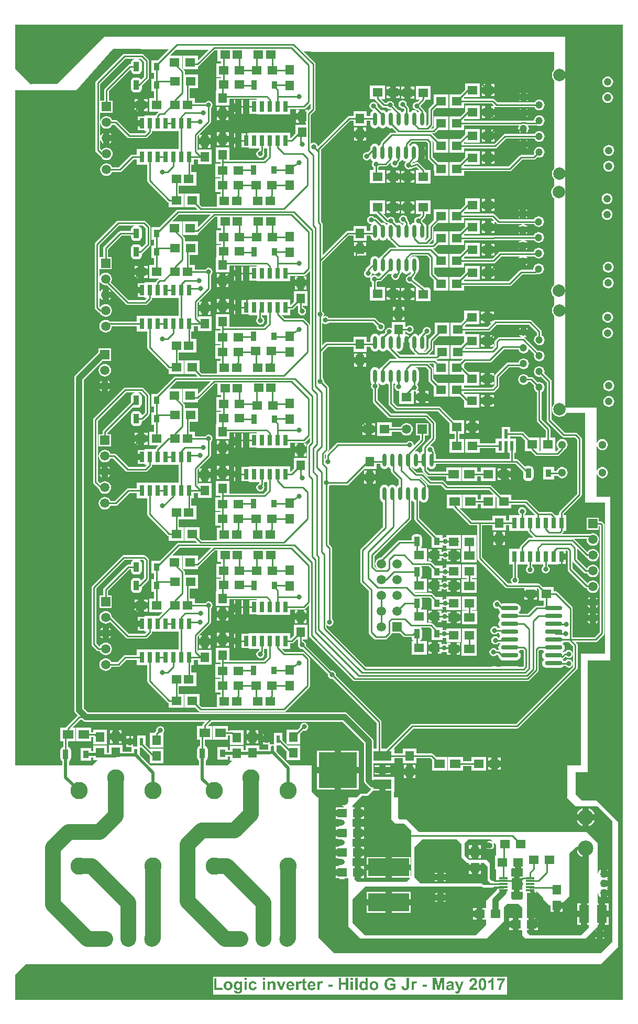
<source format=gtl>
G04 Layer_Physical_Order=1*
G04 Layer_Color=255*
%FSLAX25Y25*%
%MOIN*%
G70*
G01*
G75*
%ADD10O,0.02362X0.08268*%
%ADD11O,0.11024X0.02756*%
%ADD12R,0.06299X0.05500*%
G04:AMPARAMS|DCode=13|XSize=35.83mil|YSize=62.99mil|CornerRadius=8.96mil|HoleSize=0mil|Usage=FLASHONLY|Rotation=270.000|XOffset=0mil|YOffset=0mil|HoleType=Round|Shape=RoundedRectangle|*
%AMROUNDEDRECTD13*
21,1,0.03583,0.04508,0,0,270.0*
21,1,0.01791,0.06299,0,0,270.0*
1,1,0.01791,-0.02254,-0.00896*
1,1,0.01791,-0.02254,0.00896*
1,1,0.01791,0.02254,0.00896*
1,1,0.01791,0.02254,-0.00896*
%
%ADD13ROUNDEDRECTD13*%
%ADD14R,0.04803X0.03583*%
%ADD15R,0.05500X0.06299*%
%ADD16R,0.06496X0.11811*%
%ADD17R,0.03150X0.06890*%
%ADD18R,0.24410X0.22835*%
%ADD19R,0.11811X0.06299*%
%ADD20R,0.07874X0.03937*%
G04:AMPARAMS|DCode=21|XSize=35.83mil|YSize=62.99mil|CornerRadius=8.96mil|HoleSize=0mil|Usage=FLASHONLY|Rotation=180.000|XOffset=0mil|YOffset=0mil|HoleType=Round|Shape=RoundedRectangle|*
%AMROUNDEDRECTD21*
21,1,0.03583,0.04508,0,0,180.0*
21,1,0.01791,0.06299,0,0,180.0*
1,1,0.01791,-0.00896,0.02254*
1,1,0.01791,0.00896,0.02254*
1,1,0.01791,0.00896,-0.02254*
1,1,0.01791,-0.00896,-0.02254*
%
%ADD21ROUNDEDRECTD21*%
%ADD22R,0.03583X0.04803*%
%ADD23R,0.06500X0.05500*%
%ADD24R,0.02362X0.04724*%
%ADD25R,0.05400X0.01300*%
%ADD26R,0.06800X0.07500*%
%ADD27R,0.02362X0.05906*%
%ADD28R,0.25984X0.11221*%
%ADD29C,0.01000*%
%ADD30C,0.01969*%
%ADD31C,0.02000*%
%ADD32C,0.09843*%
%ADD33C,0.03937*%
%ADD34C,0.11024*%
%ADD35C,0.09843*%
%ADD36R,0.09843X0.09843*%
%ADD37C,0.03150*%
%ADD38C,0.05118*%
%ADD39C,0.05906*%
%ADD40R,0.05906X0.05906*%
%ADD41C,0.13780*%
%ADD42R,0.05906X0.05906*%
%ADD43C,0.07874*%
%ADD44C,0.04724*%
%ADD45C,0.04843*%
%ADD46C,0.05000*%
%ADD47C,0.03600*%
G36*
X7055664Y4607339D02*
X7048827Y4600503D01*
X7044572D01*
Y4592550D01*
X7046426D01*
Y4588716D01*
X7044572D01*
Y4580763D01*
X7046426D01*
Y4576352D01*
X7043228D01*
Y4567702D01*
X7049122D01*
X7048910Y4567560D01*
X7047431Y4566082D01*
X7047103Y4565591D01*
X7047086Y4565503D01*
X7040352D01*
Y4564928D01*
X7035927D01*
Y4562452D01*
X7038502D01*
Y4558515D01*
X7035927D01*
Y4556039D01*
X7040352D01*
Y4555464D01*
X7041798D01*
X7040375Y4554040D01*
X7031065D01*
X7023035Y4562070D01*
X7022543Y4562398D01*
X7022448Y4562417D01*
X7021964Y4562513D01*
X7021964Y4562513D01*
X7019599D01*
X7019404Y4562986D01*
X7018772Y4563808D01*
X7017950Y4564439D01*
X7016992Y4564836D01*
X7015965Y4564971D01*
X7014937Y4564836D01*
X7013979Y4564439D01*
X7013157Y4563808D01*
X7012526Y4562986D01*
X7012129Y4562028D01*
X7011993Y4561000D01*
X7012129Y4559972D01*
X7012526Y4559015D01*
X7013157Y4558192D01*
X7013979Y4557561D01*
X7014937Y4557164D01*
X7015965Y4557029D01*
X7016992Y4557164D01*
X7017950Y4557561D01*
X7018772Y4558192D01*
X7019404Y4559015D01*
X7019599Y4559487D01*
X7021338D01*
X7029368Y4551457D01*
X7029368Y4551457D01*
X7029696Y4551237D01*
X7029858Y4551129D01*
X7030437Y4551014D01*
X7030438Y4551014D01*
X7041001D01*
X7041002Y4551014D01*
X7041485Y4551109D01*
X7041581Y4551129D01*
X7042072Y4551457D01*
X7044572Y4553957D01*
X7044572Y4553957D01*
X7044900Y4554448D01*
X7045015Y4555027D01*
Y4555464D01*
X7061988D01*
Y4544046D01*
X7035352D01*
Y4540540D01*
X7032491D01*
X7032491Y4540540D01*
X7031912Y4540425D01*
X7031749Y4540316D01*
X7031421Y4540097D01*
X7031421Y4540097D01*
X7023838Y4532513D01*
X7019599D01*
X7019404Y4532986D01*
X7018772Y4533808D01*
X7017950Y4534439D01*
X7016992Y4534836D01*
X7015965Y4534971D01*
X7014937Y4534836D01*
X7013979Y4534439D01*
X7013157Y4533808D01*
X7012526Y4532986D01*
X7012129Y4532028D01*
X7011993Y4531000D01*
X7012129Y4529972D01*
X7012526Y4529015D01*
X7013157Y4528192D01*
X7013979Y4527561D01*
X7014937Y4527164D01*
X7015965Y4527029D01*
X7016992Y4527164D01*
X7017950Y4527561D01*
X7018772Y4528192D01*
X7019404Y4529015D01*
X7019599Y4529487D01*
X7024464D01*
X7024464Y4529487D01*
X7024947Y4529583D01*
X7025043Y4529602D01*
X7025535Y4529930D01*
X7033118Y4537513D01*
X7035352D01*
Y4534007D01*
X7041988D01*
Y4523968D01*
X7041988Y4523968D01*
X7042085Y4523485D01*
X7042104Y4523389D01*
X7042432Y4522898D01*
X7054872Y4510457D01*
X7054872Y4510457D01*
X7055200Y4510238D01*
X7055363Y4510129D01*
X7055728Y4510056D01*
Y4507202D01*
X7065177D01*
Y4515852D01*
X7062056D01*
Y4520665D01*
X7073141D01*
Y4529314D01*
X7070015D01*
Y4534007D01*
X7071651D01*
Y4537540D01*
X7074214D01*
Y4534329D01*
X7082864D01*
Y4543778D01*
X7074214D01*
Y4542896D01*
X7073993Y4543117D01*
Y4552363D01*
X7074789Y4553159D01*
Y4551022D01*
X7076570D01*
Y4553203D01*
X7074833D01*
X7082050Y4560419D01*
X7082050Y4560420D01*
X7082269Y4560748D01*
X7082378Y4560910D01*
X7082493Y4561490D01*
X7082493Y4561490D01*
Y4569985D01*
X7082787Y4570182D01*
X7083353Y4571028D01*
X7083552Y4572027D01*
X7083353Y4573025D01*
X7082787Y4573872D01*
X7081941Y4574437D01*
X7080943Y4574636D01*
X7079944Y4574437D01*
X7079098Y4573872D01*
X7078876Y4573540D01*
X7072163D01*
Y4576352D01*
X7068952D01*
Y4582665D01*
X7074253D01*
Y4591315D01*
X7065892D01*
Y4593101D01*
X7065892Y4593101D01*
X7065777Y4593680D01*
X7065668Y4593843D01*
X7065449Y4594171D01*
X7065449Y4594171D01*
X7064146Y4595473D01*
Y4603574D01*
X7056179D01*
X7059880Y4607276D01*
X7080808Y4606958D01*
X7074146Y4600297D01*
Y4603574D01*
X7064698D01*
Y4594925D01*
X7074146D01*
Y4596539D01*
X7074500Y4596609D01*
X7074596Y4596629D01*
X7075087Y4596957D01*
X7085024Y4606895D01*
X7086755Y4606868D01*
Y4599665D01*
X7088988D01*
Y4598352D01*
X7085777D01*
Y4589702D01*
X7088988D01*
Y4589275D01*
X7085777D01*
Y4581224D01*
X7085640D01*
Y4571775D01*
X7094289D01*
Y4576014D01*
X7117374D01*
X7117385Y4576003D01*
X7111728D01*
Y4575428D01*
X7106846D01*
Y4570984D01*
Y4566539D01*
X7111728D01*
Y4565964D01*
X7133027D01*
Y4569470D01*
X7141473D01*
X7141473Y4569470D01*
X7141956Y4569566D01*
X7142052Y4569585D01*
X7142543Y4569913D01*
X7145550Y4572919D01*
X7145550Y4572920D01*
X7145769Y4573248D01*
X7145878Y4573410D01*
X7145951Y4573780D01*
Y4570127D01*
X7144220Y4568396D01*
Y4569019D01*
X7142439D01*
Y4564869D01*
Y4560720D01*
X7142951D01*
Y4559594D01*
X7136145D01*
Y4553785D01*
X7133400Y4551040D01*
X7133027D01*
Y4554546D01*
X7106728D01*
Y4553972D01*
X7101846D01*
Y4549527D01*
Y4545082D01*
X7106728D01*
Y4544507D01*
X7113364D01*
Y4543530D01*
X7113338Y4543504D01*
X7113003Y4543438D01*
X7112157Y4542872D01*
X7111591Y4542025D01*
X7111392Y4541027D01*
X7111591Y4540028D01*
X7112157Y4539182D01*
X7113003Y4538616D01*
X7114001Y4538417D01*
X7115000Y4538616D01*
X7115846Y4539182D01*
X7116412Y4540028D01*
X7116611Y4541027D01*
X7116412Y4542025D01*
X7116245Y4542277D01*
X7116276Y4542323D01*
X7116295Y4542419D01*
X7116391Y4542903D01*
X7116391Y4542903D01*
Y4544507D01*
X7118364D01*
Y4539529D01*
X7115975Y4537141D01*
X7094363D01*
Y4545278D01*
X7085714D01*
Y4535829D01*
X7088525D01*
Y4535713D01*
X7088488Y4535527D01*
X7088488Y4535527D01*
Y4534851D01*
X7085278D01*
Y4526202D01*
X7088488D01*
Y4525352D01*
X7085278D01*
Y4516702D01*
X7088488D01*
Y4515314D01*
X7086255D01*
Y4507513D01*
X7076607D01*
X7075177Y4508942D01*
Y4515852D01*
X7065729D01*
Y4507202D01*
X7072637D01*
X7074245Y4505593D01*
X7061492D01*
X7061492Y4505594D01*
X7060913Y4505479D01*
X7060750Y4505370D01*
X7060422Y4505150D01*
X7060422Y4505150D01*
X7049775Y4494503D01*
X7044572D01*
Y4486551D01*
X7046426D01*
Y4482716D01*
X7044572D01*
Y4474763D01*
X7046426D01*
Y4470351D01*
X7043228D01*
Y4461702D01*
X7049122D01*
X7048910Y4461560D01*
X7047431Y4460082D01*
X7047103Y4459591D01*
X7047086Y4459503D01*
X7040352D01*
Y4458928D01*
X7035927D01*
Y4456452D01*
X7038502D01*
Y4452515D01*
X7035927D01*
Y4450039D01*
X7040352D01*
Y4449464D01*
X7041798D01*
X7040375Y4448040D01*
X7030064D01*
X7018735Y4459370D01*
X7018903Y4459589D01*
X7019300Y4460547D01*
X7019435Y4461575D01*
X7019300Y4462603D01*
X7018903Y4463560D01*
X7018272Y4464383D01*
X7017450Y4465014D01*
X7016492Y4465411D01*
X7015465Y4465546D01*
X7014437Y4465411D01*
X7013479Y4465014D01*
X7012656Y4464383D01*
X7012025Y4463560D01*
X7011629Y4462603D01*
X7011494Y4461575D01*
X7011629Y4460547D01*
X7012025Y4459589D01*
X7012656Y4458767D01*
X7013479Y4458136D01*
X7014437Y4457739D01*
X7015465Y4457604D01*
X7016132Y4457692D01*
X7028368Y4445457D01*
X7028368Y4445457D01*
X7028859Y4445129D01*
X7029438Y4445013D01*
X7041001D01*
X7041002Y4445013D01*
X7041485Y4445110D01*
X7041581Y4445129D01*
X7042072Y4445457D01*
X7044572Y4447957D01*
X7044572Y4447957D01*
X7044900Y4448447D01*
X7045015Y4449027D01*
Y4449464D01*
X7061988D01*
Y4438047D01*
X7035352D01*
Y4434540D01*
X7018067D01*
X7017450Y4435014D01*
X7016492Y4435411D01*
X7015465Y4435546D01*
X7014437Y4435411D01*
X7013479Y4435014D01*
X7012656Y4434383D01*
X7012025Y4433560D01*
X7011629Y4432603D01*
X7011494Y4431575D01*
X7011629Y4430547D01*
X7012025Y4429589D01*
X7012656Y4428767D01*
X7013479Y4428136D01*
X7014437Y4427739D01*
X7015465Y4427604D01*
X7016492Y4427739D01*
X7017450Y4428136D01*
X7018272Y4428767D01*
X7018903Y4429589D01*
X7019300Y4430547D01*
X7019427Y4431514D01*
X7035352D01*
Y4428007D01*
X7041988D01*
Y4417968D01*
X7041988Y4417968D01*
X7042085Y4417485D01*
X7042104Y4417389D01*
X7042432Y4416898D01*
X7054872Y4404457D01*
X7054872Y4404457D01*
X7055200Y4404237D01*
X7055363Y4404129D01*
X7055728Y4404056D01*
Y4401202D01*
X7065177D01*
Y4409851D01*
X7062056D01*
Y4414665D01*
X7073141D01*
Y4423315D01*
X7070015D01*
Y4428007D01*
X7071651D01*
Y4431540D01*
X7074214D01*
Y4428329D01*
X7082864D01*
Y4437778D01*
X7074214D01*
Y4436896D01*
X7073993Y4437117D01*
Y4446363D01*
X7074789Y4447158D01*
Y4445022D01*
X7076570D01*
Y4447203D01*
X7074833D01*
X7082050Y4454420D01*
X7082050Y4454420D01*
X7082269Y4454748D01*
X7082378Y4454911D01*
X7082493Y4455490D01*
X7082493Y4455490D01*
Y4463985D01*
X7082787Y4464182D01*
X7083353Y4465028D01*
X7083552Y4466027D01*
X7083353Y4467025D01*
X7082787Y4467872D01*
X7081941Y4468438D01*
X7080943Y4468636D01*
X7079944Y4468438D01*
X7079098Y4467872D01*
X7078876Y4467540D01*
X7072163D01*
Y4470351D01*
X7068952D01*
Y4476665D01*
X7074253D01*
Y4485315D01*
X7065892D01*
Y4487101D01*
X7065892Y4487101D01*
X7065777Y4487680D01*
X7065668Y4487843D01*
X7065449Y4488171D01*
X7065449Y4488171D01*
X7064146Y4489473D01*
Y4498063D01*
X7057615D01*
X7062119Y4502567D01*
X7082417D01*
X7074146Y4494297D01*
Y4498063D01*
X7064698D01*
Y4489413D01*
X7074146D01*
Y4490539D01*
X7074500Y4490609D01*
X7074596Y4490629D01*
X7075087Y4490957D01*
X7085107Y4500977D01*
X7086755D01*
Y4493665D01*
X7088988D01*
Y4492352D01*
X7085777D01*
Y4483702D01*
X7088988D01*
Y4483275D01*
X7085777D01*
Y4475224D01*
X7085640D01*
Y4465776D01*
X7094289D01*
Y4470013D01*
X7117374D01*
X7117385Y4470003D01*
X7111728D01*
Y4469428D01*
X7106846D01*
Y4464983D01*
Y4460538D01*
X7111728D01*
Y4459964D01*
X7133027D01*
Y4463470D01*
X7141473D01*
X7141473Y4463470D01*
X7141956Y4463566D01*
X7142052Y4463585D01*
X7142543Y4463913D01*
X7145451Y4466821D01*
Y4432199D01*
X7145396Y4432473D01*
X7145377Y4432569D01*
X7145049Y4433060D01*
X7142049Y4436060D01*
X7141559Y4436388D01*
X7141463Y4436407D01*
X7140980Y4436503D01*
X7140980Y4436503D01*
X7129607D01*
X7127602Y4438507D01*
X7133027D01*
Y4442014D01*
X7134027D01*
X7134027Y4442014D01*
X7134510Y4442110D01*
X7134606Y4442129D01*
X7135097Y4442457D01*
X7136932Y4444292D01*
X7138004D01*
Y4441953D01*
X7138004Y4441953D01*
X7138033Y4441805D01*
X7137870Y4440990D01*
X7138069Y4439991D01*
X7138634Y4439145D01*
X7139481Y4438579D01*
X7140479Y4438380D01*
X7141478Y4438579D01*
X7142325Y4439145D01*
X7142890Y4439991D01*
X7143089Y4440990D01*
X7142890Y4441988D01*
X7142325Y4442835D01*
X7141478Y4443400D01*
X7141030Y4443489D01*
Y4444292D01*
X7143842D01*
Y4453741D01*
X7135192D01*
Y4446832D01*
X7133400Y4445040D01*
X7133027D01*
Y4448547D01*
X7106728D01*
Y4447972D01*
X7101846D01*
Y4443527D01*
Y4439082D01*
X7106728D01*
Y4438507D01*
X7111988D01*
Y4436620D01*
X7111591Y4436025D01*
X7111392Y4435027D01*
X7111591Y4434028D01*
X7112157Y4433182D01*
X7113003Y4432616D01*
X7114001Y4432418D01*
X7115000Y4432616D01*
X7115846Y4433182D01*
X7116412Y4434028D01*
X7116611Y4435027D01*
X7116412Y4436025D01*
X7115846Y4436872D01*
X7115015Y4437428D01*
Y4438507D01*
X7118364D01*
Y4433529D01*
X7115975Y4431141D01*
X7094363D01*
Y4439278D01*
X7085714D01*
Y4429829D01*
X7088525D01*
Y4429713D01*
X7088488Y4429527D01*
X7088488Y4429527D01*
Y4428852D01*
X7085278D01*
Y4420202D01*
X7088488D01*
Y4419352D01*
X7085278D01*
Y4410702D01*
X7088488D01*
Y4409315D01*
X7086255D01*
Y4401513D01*
X7076607D01*
X7075177Y4402943D01*
Y4409851D01*
X7065729D01*
Y4401202D01*
X7072637D01*
X7074245Y4399594D01*
X7060045D01*
X7059466Y4399479D01*
X7058974Y4399150D01*
X7048328Y4388503D01*
X7044572D01*
Y4380550D01*
X7046426D01*
Y4376716D01*
X7044572D01*
Y4368763D01*
X7046426D01*
Y4364352D01*
X7043228D01*
Y4355702D01*
X7049052D01*
X7047431Y4354082D01*
X7047103Y4353591D01*
X7047086Y4353503D01*
X7040352D01*
Y4352928D01*
X7035927D01*
Y4350452D01*
X7038502D01*
Y4346515D01*
X7035927D01*
Y4344039D01*
X7040352D01*
Y4343464D01*
X7041798D01*
X7040375Y4342040D01*
X7030106D01*
X7022076Y4350070D01*
X7021586Y4350398D01*
X7021490Y4350417D01*
X7021006Y4350513D01*
X7021006Y4350513D01*
X7018599D01*
X7018404Y4350985D01*
X7017773Y4351808D01*
X7016950Y4352439D01*
X7015992Y4352836D01*
X7014964Y4352971D01*
X7013937Y4352836D01*
X7012979Y4352439D01*
X7012157Y4351808D01*
X7011526Y4350985D01*
X7011129Y4350028D01*
X7010994Y4349000D01*
X7011129Y4347972D01*
X7011526Y4347015D01*
X7012157Y4346192D01*
X7012979Y4345561D01*
X7013937Y4345164D01*
X7014964Y4345029D01*
X7015992Y4345164D01*
X7016950Y4345561D01*
X7017773Y4346192D01*
X7018404Y4347015D01*
X7018599Y4347487D01*
X7020380D01*
X7028410Y4339457D01*
X7028410Y4339457D01*
X7028738Y4339238D01*
X7028900Y4339128D01*
X7029479Y4339013D01*
X7029480Y4339014D01*
X7041001D01*
X7041002Y4339013D01*
X7041485Y4339109D01*
X7041581Y4339129D01*
X7042072Y4339457D01*
X7044572Y4341957D01*
X7044572Y4341957D01*
X7044900Y4342448D01*
X7045015Y4343027D01*
Y4343464D01*
X7061988D01*
Y4332047D01*
X7035352D01*
Y4328540D01*
X7029980D01*
X7029980Y4328540D01*
X7029401Y4328425D01*
X7029237Y4328316D01*
X7028909Y4328097D01*
X7028909Y4328097D01*
X7021326Y4320513D01*
X7018599D01*
X7018404Y4320985D01*
X7017773Y4321808D01*
X7016950Y4322439D01*
X7015992Y4322836D01*
X7014964Y4322971D01*
X7013937Y4322836D01*
X7012979Y4322439D01*
X7012157Y4321808D01*
X7011526Y4320985D01*
X7011129Y4320028D01*
X7010994Y4319000D01*
X7011129Y4317972D01*
X7011526Y4317014D01*
X7012157Y4316192D01*
X7012979Y4315561D01*
X7013937Y4315164D01*
X7014964Y4315029D01*
X7015992Y4315164D01*
X7016950Y4315561D01*
X7017773Y4316192D01*
X7018404Y4317014D01*
X7018599Y4317487D01*
X7021953D01*
X7021953Y4317487D01*
X7022436Y4317583D01*
X7022532Y4317602D01*
X7023023Y4317930D01*
X7030606Y4325513D01*
X7035352D01*
Y4322007D01*
X7041988D01*
Y4311968D01*
X7041988Y4311968D01*
X7042085Y4311485D01*
X7042104Y4311389D01*
X7042432Y4310897D01*
X7054872Y4298457D01*
X7054872Y4298457D01*
X7055200Y4298238D01*
X7055363Y4298129D01*
X7055728Y4298056D01*
Y4295202D01*
X7065177D01*
Y4303852D01*
X7062056D01*
Y4308665D01*
X7073141D01*
Y4317315D01*
X7070015D01*
Y4322007D01*
X7071651D01*
Y4325540D01*
X7074214D01*
Y4322329D01*
X7082864D01*
Y4331778D01*
X7074214D01*
Y4330896D01*
X7073993Y4331116D01*
Y4340363D01*
X7074789Y4341159D01*
Y4339022D01*
X7076570D01*
Y4341203D01*
X7074833D01*
X7082050Y4348420D01*
X7082050Y4348420D01*
X7082269Y4348748D01*
X7082378Y4348911D01*
X7082493Y4349490D01*
X7082493Y4349490D01*
Y4357985D01*
X7082787Y4358182D01*
X7083353Y4359028D01*
X7083552Y4360027D01*
X7083353Y4361025D01*
X7082787Y4361872D01*
X7081941Y4362437D01*
X7080943Y4362636D01*
X7079944Y4362437D01*
X7079098Y4361872D01*
X7078876Y4361540D01*
X7072163D01*
Y4364352D01*
X7068952D01*
Y4370665D01*
X7074253D01*
Y4379314D01*
X7065892D01*
Y4381101D01*
X7065892Y4381101D01*
X7065777Y4381680D01*
X7065668Y4381843D01*
X7065449Y4382171D01*
X7065449Y4382171D01*
X7064146Y4383473D01*
Y4391763D01*
X7055868D01*
X7060672Y4396567D01*
X7082417D01*
X7074146Y4388297D01*
Y4391763D01*
X7064698D01*
Y4383114D01*
X7074146D01*
Y4384539D01*
X7074500Y4384610D01*
X7074596Y4384629D01*
X7075087Y4384957D01*
X7085107Y4394976D01*
X7086755D01*
Y4387665D01*
X7088988D01*
Y4386352D01*
X7085777D01*
Y4377702D01*
X7088988D01*
Y4377275D01*
X7085777D01*
Y4369225D01*
X7085640D01*
Y4359776D01*
X7094289D01*
Y4364014D01*
X7117374D01*
X7117385Y4364003D01*
X7111728D01*
Y4363428D01*
X7106846D01*
Y4358984D01*
Y4354539D01*
X7111728D01*
Y4353964D01*
X7133027D01*
Y4357470D01*
X7141473D01*
X7141473Y4357470D01*
X7141956Y4357566D01*
X7142052Y4357585D01*
X7142543Y4357914D01*
X7145451Y4360821D01*
Y4358127D01*
X7143894Y4356570D01*
X7143566Y4356079D01*
X7143547Y4355983D01*
X7143451Y4355500D01*
X7143451Y4355500D01*
Y4353017D01*
Y4351048D01*
D01*
Y4347741D01*
X7135192D01*
Y4340832D01*
X7133400Y4339040D01*
X7133027D01*
Y4342546D01*
X7106728D01*
Y4341972D01*
X7101846D01*
Y4337527D01*
Y4333082D01*
X7106728D01*
Y4332507D01*
X7113364D01*
Y4331529D01*
X7113338Y4331504D01*
X7113003Y4331437D01*
X7112157Y4330872D01*
X7111591Y4330025D01*
X7111392Y4329027D01*
X7111591Y4328028D01*
X7112157Y4327182D01*
X7113003Y4326616D01*
X7114001Y4326418D01*
X7115000Y4326616D01*
X7115846Y4327182D01*
X7116412Y4328028D01*
X7116611Y4329027D01*
X7116412Y4330025D01*
X7116245Y4330276D01*
X7116276Y4330323D01*
X7116295Y4330420D01*
X7116391Y4330902D01*
X7116391Y4330902D01*
Y4332507D01*
X7118364D01*
Y4327530D01*
X7115975Y4325141D01*
X7094363D01*
Y4333278D01*
X7085714D01*
Y4323829D01*
X7088525D01*
Y4323713D01*
X7088488Y4323527D01*
X7088488Y4323527D01*
Y4322852D01*
X7085278D01*
Y4314202D01*
X7088488D01*
Y4313351D01*
X7085278D01*
Y4304702D01*
X7088488D01*
Y4303315D01*
X7086255D01*
Y4295513D01*
X7076607D01*
X7075177Y4296943D01*
Y4303852D01*
X7065729D01*
Y4295202D01*
X7072637D01*
X7073917Y4293923D01*
X7061874D01*
X7061295Y4293808D01*
X7060804Y4293480D01*
X7060804Y4293480D01*
X7049828Y4282503D01*
X7044572D01*
Y4274550D01*
X7046426D01*
Y4270716D01*
X7044572D01*
Y4262763D01*
X7046426D01*
Y4258352D01*
X7043228D01*
Y4249702D01*
X7051552D01*
X7049353Y4247503D01*
X7040352D01*
Y4246928D01*
X7035927D01*
Y4244452D01*
X7038502D01*
Y4240515D01*
X7035927D01*
Y4238039D01*
X7040352D01*
Y4237464D01*
X7041798D01*
X7040375Y4236040D01*
X7030106D01*
X7019404Y4246743D01*
X7019300Y4247528D01*
X7018903Y4248486D01*
X7018272Y4249308D01*
X7017450Y4249939D01*
X7016492Y4250336D01*
X7015465Y4250471D01*
X7014437Y4250336D01*
X7013479Y4249939D01*
X7012656Y4249308D01*
X7012025Y4248486D01*
X7011629Y4247528D01*
X7011494Y4246500D01*
X7011629Y4245472D01*
X7012025Y4244514D01*
X7012656Y4243692D01*
X7013479Y4243061D01*
X7014437Y4242664D01*
X7015465Y4242529D01*
X7016492Y4242664D01*
X7017450Y4243061D01*
X7018217Y4243649D01*
X7028410Y4233457D01*
X7028410Y4233457D01*
X7028900Y4233129D01*
X7029479Y4233014D01*
X7041001D01*
X7041002Y4233014D01*
X7041485Y4233110D01*
X7041581Y4233129D01*
X7042072Y4233457D01*
X7044572Y4235957D01*
X7044572Y4235957D01*
X7044900Y4236448D01*
X7045015Y4237027D01*
Y4237464D01*
X7061988D01*
Y4226046D01*
X7035352D01*
Y4222540D01*
X7027991D01*
X7027991Y4222540D01*
X7027509Y4222444D01*
X7027412Y4222425D01*
X7026921Y4222097D01*
X7022838Y4218013D01*
X7019099D01*
X7018903Y4218486D01*
X7018272Y4219308D01*
X7017450Y4219939D01*
X7016492Y4220336D01*
X7015465Y4220471D01*
X7014437Y4220336D01*
X7013479Y4219939D01*
X7012656Y4219308D01*
X7012025Y4218486D01*
X7011629Y4217528D01*
X7011494Y4216500D01*
X7011629Y4215472D01*
X7012025Y4214515D01*
X7012656Y4213692D01*
X7013479Y4213061D01*
X7014437Y4212664D01*
X7015465Y4212529D01*
X7016492Y4212664D01*
X7017450Y4213061D01*
X7018272Y4213692D01*
X7018903Y4214515D01*
X7019099Y4214987D01*
X7023464D01*
X7023465Y4214987D01*
X7023948Y4215083D01*
X7024044Y4215102D01*
X7024535Y4215430D01*
X7028618Y4219513D01*
X7035352D01*
Y4216007D01*
X7041988D01*
Y4205968D01*
X7041988Y4205968D01*
X7042085Y4205485D01*
X7042104Y4205389D01*
X7042432Y4204898D01*
X7054872Y4192457D01*
X7054872Y4192457D01*
X7055200Y4192237D01*
X7055363Y4192129D01*
X7055728Y4192056D01*
Y4189202D01*
X7065177D01*
Y4197852D01*
X7062056D01*
Y4202665D01*
X7073141D01*
Y4211315D01*
X7070015D01*
Y4216007D01*
X7071651D01*
Y4219540D01*
X7074214D01*
Y4216329D01*
X7082864D01*
Y4225778D01*
X7074214D01*
Y4224896D01*
X7073993Y4225117D01*
Y4234363D01*
X7074789Y4235159D01*
Y4233022D01*
X7076570D01*
Y4235203D01*
X7074833D01*
X7082050Y4242419D01*
X7082050Y4242420D01*
X7082269Y4242748D01*
X7082378Y4242911D01*
X7082493Y4243490D01*
X7082493Y4243490D01*
Y4251985D01*
X7082787Y4252182D01*
X7083353Y4253028D01*
X7083552Y4254027D01*
X7083353Y4255025D01*
X7082787Y4255872D01*
X7081941Y4256437D01*
X7080943Y4256636D01*
X7079944Y4256437D01*
X7079098Y4255872D01*
X7078876Y4255540D01*
X7072163D01*
Y4258352D01*
X7068952D01*
Y4264665D01*
X7074253D01*
Y4273315D01*
X7065892D01*
Y4275101D01*
X7065892Y4275101D01*
X7065777Y4275680D01*
X7065668Y4275843D01*
X7065449Y4276171D01*
X7065449Y4276171D01*
X7064146Y4277473D01*
Y4285858D01*
X7057462D01*
X7062501Y4290896D01*
X7082746D01*
X7074146Y4282297D01*
Y4285858D01*
X7064698D01*
Y4277208D01*
X7074146D01*
Y4278539D01*
X7074500Y4278609D01*
X7074596Y4278629D01*
X7075087Y4278957D01*
X7085107Y4288976D01*
X7086755D01*
Y4281665D01*
X7088988D01*
Y4280352D01*
X7085777D01*
Y4271702D01*
X7088988D01*
Y4271275D01*
X7085777D01*
Y4263224D01*
X7085640D01*
Y4253776D01*
X7094289D01*
Y4258014D01*
X7117374D01*
X7117385Y4258003D01*
X7111728D01*
Y4257428D01*
X7106846D01*
Y4252983D01*
Y4248539D01*
X7111728D01*
Y4247964D01*
X7133027D01*
Y4251470D01*
X7141473D01*
X7141473Y4251470D01*
X7141956Y4251566D01*
X7142052Y4251585D01*
X7142543Y4251913D01*
X7144951Y4254321D01*
Y4247017D01*
Y4245048D01*
D01*
Y4235000D01*
X7144951Y4235000D01*
X7145047Y4234517D01*
X7145066Y4234421D01*
X7145394Y4233930D01*
X7172894Y4206430D01*
X7172894Y4206430D01*
X7173386Y4206102D01*
X7173965Y4205987D01*
X7283965D01*
X7283965Y4205987D01*
X7284447Y4206083D01*
X7284544Y4206102D01*
X7285035Y4206430D01*
X7290535Y4211930D01*
X7290535Y4211930D01*
X7290863Y4212421D01*
X7290978Y4213000D01*
Y4225373D01*
X7291396Y4225792D01*
X7293746D01*
X7294201Y4225200D01*
X7294714Y4224805D01*
X7294201Y4224411D01*
X7293728Y4223795D01*
X7293430Y4223076D01*
X7293329Y4222305D01*
X7293430Y4221534D01*
X7293728Y4220816D01*
X7294201Y4220200D01*
X7294714Y4219805D01*
X7294201Y4219411D01*
X7293728Y4218794D01*
X7293430Y4218076D01*
X7293329Y4217305D01*
X7293430Y4216534D01*
X7293728Y4215816D01*
X7294201Y4215199D01*
X7294818Y4214726D01*
X7295536Y4214429D01*
X7296307Y4214327D01*
X7304575D01*
X7305346Y4214429D01*
X7306064Y4214726D01*
X7306681Y4215199D01*
X7307058Y4215691D01*
X7308170D01*
X7308392Y4215360D01*
X7309238Y4214794D01*
X7310236Y4214595D01*
X7311235Y4214794D01*
X7312081Y4215360D01*
X7312646Y4216206D01*
X7312846Y4217205D01*
X7312646Y4218203D01*
X7312081Y4219050D01*
X7311235Y4219615D01*
X7310236Y4219814D01*
X7309238Y4219615D01*
X7308392Y4219050D01*
X7308170Y4218718D01*
X7307185D01*
X7307154Y4218794D01*
X7306681Y4219411D01*
X7306167Y4219805D01*
X7306325Y4219926D01*
X7306595Y4219980D01*
X7307086Y4220308D01*
X7308315Y4221537D01*
X7308392Y4221423D01*
X7309238Y4220857D01*
X7310236Y4220658D01*
X7311235Y4220857D01*
X7312081Y4221423D01*
X7312646Y4222269D01*
X7312846Y4223268D01*
X7312646Y4224266D01*
X7312081Y4225113D01*
X7311235Y4225678D01*
X7310236Y4225877D01*
X7309238Y4225678D01*
X7308392Y4225113D01*
X7308170Y4224781D01*
X7307906D01*
X7307906Y4224781D01*
X7307327Y4224666D01*
X7307163Y4224557D01*
X7306835Y4224338D01*
X7306835Y4224338D01*
X7306779Y4224282D01*
X7306681Y4224411D01*
X7306167Y4224805D01*
X7306681Y4225200D01*
X7307154Y4225816D01*
X7307452Y4226535D01*
X7307553Y4227305D01*
X7307452Y4228076D01*
X7307154Y4228794D01*
X7306681Y4229411D01*
X7306167Y4229805D01*
X7306681Y4230199D01*
X7307136Y4230792D01*
X7310338D01*
X7312896Y4228234D01*
Y4215154D01*
X7276685Y4178942D01*
X7210512D01*
X7210512Y4178942D01*
X7210029Y4178846D01*
X7209933Y4178827D01*
X7209441Y4178499D01*
X7194222Y4163279D01*
X7190978D01*
Y4180005D01*
X7190978Y4180005D01*
X7190863Y4180584D01*
X7190754Y4180747D01*
X7190535Y4181075D01*
X7190535Y4181075D01*
X7161996Y4209613D01*
X7162074Y4210005D01*
X7161875Y4211003D01*
X7161310Y4211850D01*
X7160463Y4212415D01*
X7159464Y4212614D01*
X7159074Y4212536D01*
X7143011Y4228599D01*
X7143089Y4228990D01*
X7142890Y4229988D01*
X7142325Y4230835D01*
X7141478Y4231400D01*
X7141030Y4231490D01*
Y4232292D01*
X7143842D01*
Y4241741D01*
X7135192D01*
Y4234832D01*
X7133400Y4233040D01*
X7133027D01*
Y4236546D01*
X7106728D01*
Y4235972D01*
X7101846D01*
Y4231527D01*
Y4227082D01*
X7106728D01*
Y4226507D01*
X7113364D01*
Y4225529D01*
X7113338Y4225504D01*
X7113003Y4225438D01*
X7112157Y4224872D01*
X7111591Y4224025D01*
X7111392Y4223027D01*
X7111591Y4222028D01*
X7112157Y4221182D01*
X7113003Y4220616D01*
X7114001Y4220418D01*
X7115000Y4220616D01*
X7115846Y4221182D01*
X7116412Y4222028D01*
X7116611Y4223027D01*
X7116412Y4224025D01*
X7116245Y4224277D01*
X7116276Y4224323D01*
X7116295Y4224419D01*
X7116391Y4224903D01*
X7116391Y4224903D01*
Y4226507D01*
X7118364D01*
Y4221529D01*
X7115975Y4219141D01*
X7094363D01*
Y4227278D01*
X7085714D01*
Y4217829D01*
X7088525D01*
Y4217713D01*
X7088488Y4217527D01*
X7088488Y4217527D01*
Y4216851D01*
X7085278D01*
Y4208202D01*
X7088488D01*
Y4207352D01*
X7085278D01*
Y4198702D01*
X7088488D01*
Y4197314D01*
X7086255D01*
Y4189513D01*
X7076607D01*
X7075177Y4190942D01*
Y4197852D01*
X7065729D01*
Y4189202D01*
X7072637D01*
X7074909Y4186930D01*
X7074909Y4186930D01*
X7075401Y4186602D01*
X7075980Y4186487D01*
X7128990D01*
X7128990Y4186487D01*
X7129473Y4186583D01*
X7129569Y4186602D01*
X7130060Y4186930D01*
X7145049Y4201920D01*
X7145049Y4201920D01*
X7145269Y4202248D01*
X7145377Y4202411D01*
X7145493Y4202990D01*
X7145493Y4202990D01*
Y4219990D01*
X7145493Y4219990D01*
X7145396Y4220473D01*
X7145377Y4220569D01*
X7145049Y4221060D01*
X7142049Y4224060D01*
X7141559Y4224388D01*
X7141463Y4224407D01*
X7140980Y4224503D01*
X7140980Y4224503D01*
X7129607D01*
X7127602Y4226507D01*
X7133027D01*
Y4230014D01*
X7134027D01*
X7134027Y4230013D01*
X7134510Y4230109D01*
X7134606Y4230129D01*
X7135097Y4230457D01*
X7136932Y4232292D01*
X7138004D01*
Y4229953D01*
X7138004Y4229953D01*
X7138033Y4229805D01*
X7137870Y4228990D01*
X7138069Y4227991D01*
X7138634Y4227145D01*
X7139481Y4226579D01*
X7140479Y4226381D01*
X7140871Y4226458D01*
X7156933Y4210396D01*
X7156856Y4210005D01*
X7157054Y4209006D01*
X7157619Y4208160D01*
X7158466Y4207594D01*
X7159464Y4207396D01*
X7159856Y4207473D01*
X7187951Y4179378D01*
Y4163279D01*
X7185950D01*
Y4167697D01*
X7185849Y4168468D01*
X7185675Y4168888D01*
X7185551Y4169186D01*
X7185346Y4169454D01*
X7185078Y4169803D01*
X7185078Y4169803D01*
X7169704Y4185177D01*
X7169087Y4185650D01*
X7168369Y4185947D01*
X7167599Y4186049D01*
X7004210D01*
X7001521Y4188737D01*
Y4397345D01*
X7013740Y4409563D01*
X7018902D01*
Y4417437D01*
X7011028D01*
Y4415275D01*
X6996437Y4400685D01*
X6995964Y4400068D01*
X6995667Y4399350D01*
X6995565Y4398579D01*
Y4187504D01*
X6995667Y4186733D01*
X6995964Y4186015D01*
X6996437Y4185398D01*
X6997669Y4184166D01*
X6997631Y4184141D01*
X6990479Y4176990D01*
X6990151Y4176499D01*
X6990132Y4176403D01*
X6990124Y4176361D01*
X6986725D01*
Y4167711D01*
X6988577D01*
Y4164213D01*
X6988232Y4164144D01*
X6987415Y4163598D01*
X6986868Y4162781D01*
X6986676Y4161817D01*
Y4157309D01*
X6986868Y4156345D01*
X6987415Y4155528D01*
X6988084Y4155080D01*
Y4152420D01*
X6957937Y4152420D01*
Y4581378D01*
X6996929D01*
X7020393Y4607874D01*
X7055664Y4607339D01*
D02*
G37*
G36*
X7193607Y4136295D02*
X7197215D01*
X7197215Y4118250D01*
X7199990Y4115500D01*
X7205464Y4115500D01*
X7209965Y4111000D01*
X7209965Y4082030D01*
X7209956Y4082025D01*
X7209457Y4082292D01*
Y4085654D01*
X7197433D01*
Y4081012D01*
X7208769D01*
X7208977Y4080512D01*
X7206965Y4078500D01*
X7175465Y4078500D01*
X7173640Y4080325D01*
X7173831Y4080787D01*
X7173969D01*
Y4084537D01*
Y4088287D01*
X7172465D01*
X7172465Y4093287D01*
X7173969D01*
Y4097037D01*
Y4100787D01*
X7172465D01*
X7172465Y4105787D01*
X7173969D01*
Y4109537D01*
Y4113287D01*
X7172465D01*
Y4118287D01*
X7173969D01*
Y4122037D01*
Y4125787D01*
X7172465D01*
Y4127000D01*
X7178465Y4133000D01*
X7182465Y4133000D01*
X7185760Y4136295D01*
X7189669D01*
Y4140445D01*
X7193607D01*
Y4136295D01*
D02*
G37*
G36*
X7272404Y4301480D02*
X7284061D01*
X7284135Y4301105D01*
X7284155Y4301009D01*
X7284483Y4300518D01*
X7287988Y4297013D01*
X7284965D01*
X7284386Y4296898D01*
X7283894Y4296570D01*
X7283894Y4296570D01*
X7279483Y4292159D01*
X7279155Y4291668D01*
X7279136Y4291571D01*
X7279040Y4291088D01*
X7279040Y4291088D01*
Y4290063D01*
X7272404D01*
Y4280024D01*
X7274451D01*
Y4272066D01*
X7274120Y4271845D01*
X7273554Y4270998D01*
X7273355Y4270000D01*
X7273554Y4269001D01*
X7274120Y4268155D01*
X7274332Y4268013D01*
X7271591D01*
X7254978Y4284627D01*
Y4304960D01*
X7261603D01*
Y4301749D01*
X7270252D01*
Y4304960D01*
X7272404D01*
Y4301480D01*
D02*
G37*
G36*
X7000871Y4180965D02*
X7001487Y4180492D01*
X7002206Y4180194D01*
X7002976Y4180093D01*
X7002976Y4180093D01*
X7078622D01*
X7077480Y4178951D01*
X7077151Y4178460D01*
X7077132Y4178363D01*
X7077036Y4177880D01*
X7077036Y4177880D01*
Y4177361D01*
X7073725D01*
Y4168711D01*
X7075578D01*
Y4164686D01*
X7075231Y4164617D01*
X7074414Y4164071D01*
X7073868Y4163254D01*
X7073676Y4162290D01*
Y4157782D01*
X7073868Y4156818D01*
X7074414Y4156001D01*
X7075084Y4155554D01*
Y4152420D01*
X7044046Y4152420D01*
X7037305Y4159160D01*
Y4163665D01*
X7038590D01*
X7043725Y4158531D01*
Y4153812D01*
X7052374D01*
Y4163261D01*
X7043725D01*
Y4162811D01*
X7041045Y4165491D01*
Y4171539D01*
X7035534D01*
Y4164453D01*
X7032990D01*
Y4165634D01*
X7028629D01*
Y4164240D01*
X7031794D01*
Y4161027D01*
X7026335D01*
Y4165406D01*
X7017686D01*
Y4160543D01*
X7016335D01*
Y4165210D01*
X7007685D01*
Y4161570D01*
X7006331D01*
Y4163540D01*
X6999599D01*
Y4155587D01*
X7006331D01*
Y4157556D01*
X7007685D01*
Y4155761D01*
X7010357D01*
X7007259Y4152663D01*
X7007096Y4152420D01*
X6992098Y4152420D01*
Y4155080D01*
X6992767Y4155528D01*
X6993314Y4156345D01*
X6993506Y4157309D01*
Y4161817D01*
X6993314Y4162781D01*
X6992767Y4163598D01*
X6991950Y4164144D01*
X6991605Y4164213D01*
Y4167711D01*
X6996375D01*
Y4176361D01*
X6994131D01*
X6999328Y4181557D01*
X7000278D01*
X7000871Y4180965D01*
D02*
G37*
G36*
X7322932Y4093838D02*
X7322964Y4093814D01*
X7322964Y4064906D01*
X7321934D01*
Y4058000D01*
Y4051094D01*
X7322964D01*
Y4049500D01*
X7317965Y4044500D01*
X7285464D01*
X7283465Y4046500D01*
Y4047787D01*
X7284470D01*
Y4051537D01*
Y4055287D01*
X7283465D01*
X7283465Y4071410D01*
X7289465D01*
Y4072294D01*
X7289964Y4072501D01*
X7293964Y4068501D01*
X7293964Y4067413D01*
X7297878Y4063500D01*
X7298714Y4063500D01*
Y4059351D01*
X7300496D01*
Y4063500D01*
X7302464D01*
Y4065469D01*
X7306433D01*
X7311465Y4070500D01*
X7311465Y4096500D01*
X7314536Y4099572D01*
X7315057Y4099385D01*
X7315129Y4098654D01*
X7315468Y4097538D01*
X7316017Y4096510D01*
X7316757Y4095608D01*
X7317659Y4094868D01*
X7318687Y4094318D01*
X7318996Y4094225D01*
Y4099815D01*
X7322932D01*
Y4093838D01*
D02*
G37*
G36*
X7344740Y4003606D02*
X6957937D01*
Y4019472D01*
X6964449Y4025984D01*
X7330551Y4025984D01*
X7341615Y4037047D01*
Y4116417D01*
X7327795Y4130236D01*
X7318701Y4130236D01*
X7314685Y4134252D01*
Y4148268D01*
X7322363D01*
Y4219094D01*
X7336614D01*
Y4322953D01*
X7327795D01*
Y4337289D01*
X7328189Y4337367D01*
X7328460Y4336713D01*
X7329028Y4335973D01*
X7329768Y4335405D01*
X7330630Y4335048D01*
X7331555Y4334926D01*
X7332480Y4335048D01*
X7333342Y4335405D01*
X7334082Y4335973D01*
X7334650Y4336713D01*
X7335007Y4337575D01*
X7335129Y4338500D01*
X7335007Y4339425D01*
X7334650Y4340287D01*
X7334082Y4341027D01*
X7333342Y4341595D01*
X7332480Y4341952D01*
X7331555Y4342074D01*
X7330630Y4341952D01*
X7329768Y4341595D01*
X7329028Y4341027D01*
X7328460Y4340287D01*
X7328189Y4339633D01*
X7327795Y4339711D01*
Y4355006D01*
X7328189Y4355084D01*
X7328460Y4354430D01*
X7329028Y4353690D01*
X7329768Y4353122D01*
X7330630Y4352765D01*
X7331555Y4352643D01*
X7332480Y4352765D01*
X7333342Y4353122D01*
X7334082Y4353690D01*
X7334650Y4354430D01*
X7335007Y4355292D01*
X7335129Y4356216D01*
X7335007Y4357141D01*
X7334650Y4358004D01*
X7334082Y4358744D01*
X7333342Y4359312D01*
X7332480Y4359669D01*
X7331555Y4359790D01*
X7330630Y4359669D01*
X7329768Y4359312D01*
X7329028Y4358744D01*
X7328460Y4358004D01*
X7328189Y4357349D01*
X7327795Y4357428D01*
Y4379764D01*
X7308152Y4379764D01*
X7307874Y4380042D01*
X7307874Y4615501D01*
X7014596D01*
X6997520Y4598425D01*
X6984528Y4585433D01*
X6968386D01*
X6967992Y4585040D01*
X6957937Y4595095D01*
Y4595489D01*
Y4623205D01*
X7344740D01*
Y4003606D01*
D02*
G37*
G36*
X7150275Y4605906D02*
X7301063D01*
Y4594653D01*
X7300900Y4594528D01*
X7300111Y4593500D01*
X7299615Y4592302D01*
X7299445Y4591018D01*
X7299615Y4589733D01*
X7300111Y4588536D01*
X7300900Y4587508D01*
X7301063Y4587383D01*
Y4531976D01*
X7300900Y4531850D01*
X7300111Y4530822D01*
X7299615Y4529625D01*
X7299445Y4528341D01*
X7299615Y4527056D01*
X7300111Y4525859D01*
X7300900Y4524831D01*
X7301063Y4524705D01*
Y4520656D01*
X7300546Y4520259D01*
X7299757Y4519231D01*
X7299261Y4518034D01*
X7299091Y4516749D01*
X7299261Y4515464D01*
X7299757Y4514267D01*
X7300546Y4513239D01*
X7301063Y4512842D01*
Y4457979D01*
X7300546Y4457582D01*
X7299757Y4456554D01*
X7299261Y4455357D01*
X7299091Y4454072D01*
X7299261Y4452787D01*
X7299757Y4451590D01*
X7300546Y4450562D01*
X7301063Y4450165D01*
Y4445072D01*
X7300900Y4444947D01*
X7300111Y4443919D01*
X7299615Y4442722D01*
X7299445Y4441437D01*
X7299615Y4440152D01*
X7300111Y4438955D01*
X7300900Y4437927D01*
X7301063Y4437802D01*
Y4382395D01*
X7300900Y4382270D01*
X7300111Y4381242D01*
X7299615Y4380045D01*
X7299445Y4378760D01*
X7299615Y4377475D01*
X7300111Y4376278D01*
X7300900Y4375250D01*
X7301928Y4374461D01*
X7303125Y4373965D01*
X7304410Y4373796D01*
X7305695Y4373965D01*
X7306892Y4374461D01*
X7307919Y4375250D01*
X7308708Y4376278D01*
X7308749Y4376378D01*
X7320551D01*
Y4319291D01*
X7333347D01*
Y4223465D01*
X7317913D01*
Y4152419D01*
X7309212D01*
Y4132087D01*
X7308780D01*
X7314488Y4126378D01*
X7328622Y4126378D01*
X7338071Y4116929D01*
X7338071Y4040606D01*
X7330464Y4033000D01*
X7160965D01*
X7151064Y4042900D01*
X7151064Y4132087D01*
X7150275D01*
X7146596Y4135766D01*
X7146596Y4152420D01*
X7133046Y4152420D01*
X7124306Y4161160D01*
Y4165142D01*
X7127087D01*
X7130725Y4161504D01*
Y4155812D01*
X7139375D01*
Y4165261D01*
X7131248D01*
X7128046Y4168464D01*
Y4173016D01*
X7122534D01*
Y4165930D01*
X7121902D01*
X7121549Y4166000D01*
X7121198Y4165930D01*
X7119991D01*
Y4167111D01*
X7115628D01*
Y4165717D01*
X7118793D01*
Y4162516D01*
X7113338D01*
Y4165234D01*
X7104688D01*
Y4162017D01*
X7103337D01*
Y4164734D01*
X7094688D01*
Y4162043D01*
X7093331D01*
Y4164013D01*
X7086599D01*
Y4156060D01*
X7093331D01*
Y4158029D01*
X7094688D01*
Y4155285D01*
X7095881D01*
X7093259Y4152663D01*
X7093096Y4152420D01*
X7079098Y4152420D01*
Y4155554D01*
X7079768Y4156001D01*
X7080314Y4156818D01*
X7080505Y4157782D01*
Y4162290D01*
X7080314Y4163254D01*
X7079768Y4164071D01*
X7078951Y4164617D01*
X7078604Y4164686D01*
Y4168711D01*
X7083374D01*
Y4177361D01*
X7080170D01*
X7082902Y4180093D01*
X7166365D01*
X7179994Y4166463D01*
Y4142894D01*
X7180096Y4142123D01*
X7180306Y4141615D01*
X7180393Y4141405D01*
X7180866Y4140788D01*
X7183315Y4138339D01*
X7183315Y4138339D01*
X7183664Y4138071D01*
X7183932Y4137866D01*
X7184158Y4137772D01*
Y4136964D01*
X7181799Y4134606D01*
X7178465Y4134606D01*
X7178465Y4134606D01*
X7177850Y4134483D01*
X7177590Y4134309D01*
X7177329Y4134135D01*
X7177329Y4134135D01*
X7175281Y4132087D01*
X7169965D01*
Y4131625D01*
X7169933Y4131609D01*
Y4129000D01*
X7167965D01*
Y4127031D01*
X7165945D01*
X7165968Y4127003D01*
X7166553Y4126554D01*
X7167233Y4126272D01*
X7167150Y4125787D01*
X7161788D01*
Y4124006D01*
X7165938D01*
Y4120068D01*
X7161788D01*
Y4118287D01*
X7163560D01*
X7163717Y4117968D01*
X7165965D01*
Y4114032D01*
X7163946D01*
X7163968Y4114003D01*
X7164249Y4113787D01*
X7164079Y4113287D01*
X7161788D01*
Y4111506D01*
X7165938D01*
Y4107568D01*
X7161788D01*
Y4105787D01*
X7163560D01*
X7163717Y4105468D01*
X7165965D01*
Y4101532D01*
X7163946D01*
X7163968Y4101503D01*
X7164249Y4101287D01*
X7164079Y4100787D01*
X7161788D01*
Y4099006D01*
X7165938D01*
Y4095068D01*
X7161788D01*
Y4093287D01*
X7163560D01*
X7163717Y4092968D01*
X7165965D01*
Y4089032D01*
X7163946D01*
X7163968Y4089003D01*
X7164249Y4088787D01*
X7164079Y4088287D01*
X7161788D01*
Y4086506D01*
X7165938D01*
Y4082568D01*
X7161788D01*
Y4080787D01*
X7164176D01*
X7164346Y4080287D01*
X7163968Y4079997D01*
X7163946Y4079969D01*
X7167983D01*
X7167961Y4079997D01*
X7167583Y4080287D01*
X7167754Y4080787D01*
X7169965D01*
X7169965Y4050000D01*
X7177464Y4042500D01*
X7257964Y4042500D01*
X7268964Y4053501D01*
X7268964Y4062500D01*
X7270965Y4064500D01*
X7277979Y4064500D01*
X7280465Y4062015D01*
X7280465Y4055287D01*
X7278407D01*
Y4051537D01*
Y4047787D01*
X7280111D01*
X7280465Y4047433D01*
X7280465Y4044500D01*
X7282465Y4042500D01*
X7320965Y4042500D01*
X7328465Y4050000D01*
Y4051094D01*
X7329414D01*
Y4058000D01*
Y4064906D01*
X7328465D01*
X7328465Y4071238D01*
X7328964Y4071270D01*
X7329055Y4070586D01*
X7329408Y4069735D01*
X7329968Y4069004D01*
X7330496Y4068599D01*
Y4071500D01*
X7332465D01*
Y4073468D01*
X7335366D01*
X7334961Y4073996D01*
X7334630Y4074250D01*
Y4074750D01*
X7334961Y4075004D01*
X7335366Y4075531D01*
X7332465D01*
Y4079469D01*
X7335366D01*
X7334961Y4079996D01*
X7334630Y4080250D01*
Y4080750D01*
X7334961Y4081004D01*
X7335366Y4081532D01*
X7332465D01*
Y4083500D01*
X7330496D01*
Y4086401D01*
X7329968Y4085996D01*
X7329408Y4085265D01*
X7329055Y4084414D01*
X7328964Y4083730D01*
X7328465Y4083762D01*
X7328465Y4103000D01*
X7321465Y4110000D01*
X7214964Y4110000D01*
X7206964Y4118000D01*
X7202464Y4118000D01*
X7201464Y4119000D01*
X7201465Y4132087D01*
X7198820D01*
X7198820Y4135720D01*
X7199118D01*
Y4145169D01*
X7185950D01*
Y4153831D01*
X7199118D01*
Y4157042D01*
X7204603D01*
Y4153749D01*
X7213252D01*
Y4156960D01*
X7222365D01*
X7223140Y4156185D01*
Y4149175D01*
X7232790D01*
Y4157825D01*
X7225780D01*
X7224062Y4159543D01*
X7223570Y4159871D01*
X7223474Y4159890D01*
X7222991Y4159986D01*
X7222991Y4159986D01*
X7213252D01*
Y4163198D01*
X7204603D01*
Y4160069D01*
X7199118D01*
Y4163279D01*
X7198502D01*
X7211139Y4175916D01*
X7277311D01*
X7277311Y4175916D01*
X7277794Y4176012D01*
X7277890Y4176031D01*
X7278381Y4176359D01*
X7315479Y4213457D01*
X7315479Y4213457D01*
X7315807Y4213948D01*
X7315826Y4214045D01*
X7315923Y4214528D01*
X7315923Y4214528D01*
Y4228860D01*
X7315923Y4228860D01*
X7315807Y4229440D01*
X7315699Y4229602D01*
X7315479Y4229930D01*
X7315479Y4229930D01*
X7314618Y4230792D01*
X7327270D01*
X7327270Y4230792D01*
X7327753Y4230888D01*
X7327849Y4230907D01*
X7328340Y4231235D01*
X7332448Y4235343D01*
X7332448Y4235343D01*
X7332668Y4235671D01*
X7332776Y4235834D01*
X7332891Y4236414D01*
X7332891Y4236414D01*
Y4305087D01*
X7332891Y4305087D01*
X7332795Y4305570D01*
X7332776Y4305666D01*
X7332448Y4306157D01*
X7332448Y4306157D01*
X7331535Y4307070D01*
X7331044Y4307398D01*
X7330948Y4307417D01*
X7330465Y4307513D01*
X7330464Y4307513D01*
X7329401D01*
Y4309937D01*
X7321528D01*
Y4302063D01*
X7329401D01*
Y4304487D01*
X7329838D01*
X7329865Y4304460D01*
Y4237040D01*
X7326643Y4233818D01*
X7312762D01*
Y4252216D01*
X7312646Y4252796D01*
X7312318Y4253287D01*
X7312318Y4253287D01*
X7302998Y4262607D01*
X7302507Y4262935D01*
X7302411Y4262954D01*
X7301928Y4263050D01*
X7301927Y4263050D01*
X7300662D01*
Y4265862D01*
X7293704D01*
X7291996Y4267570D01*
X7291505Y4267898D01*
X7291409Y4267917D01*
X7290926Y4268013D01*
X7290926Y4268013D01*
X7277598D01*
X7277809Y4268155D01*
X7278375Y4269001D01*
X7278574Y4270000D01*
X7278375Y4270998D01*
X7277809Y4271845D01*
X7277478Y4272066D01*
Y4280024D01*
X7284039D01*
Y4278978D01*
X7283708Y4278757D01*
X7283142Y4277910D01*
X7282944Y4276912D01*
X7283142Y4275913D01*
X7283708Y4275067D01*
X7284554Y4274501D01*
X7285553Y4274302D01*
X7286552Y4274501D01*
X7287398Y4275067D01*
X7287964Y4275913D01*
X7288162Y4276912D01*
X7287964Y4277910D01*
X7287398Y4278757D01*
X7287067Y4278978D01*
Y4280024D01*
X7294040D01*
Y4279155D01*
X7293708Y4278933D01*
X7293143Y4278087D01*
X7292944Y4277089D01*
X7293143Y4276090D01*
X7293708Y4275243D01*
X7294554Y4274678D01*
X7295553Y4274479D01*
X7296552Y4274678D01*
X7297398Y4275243D01*
X7297964Y4276090D01*
X7298162Y4277089D01*
X7297964Y4278087D01*
X7297398Y4278933D01*
X7297066Y4279155D01*
Y4280024D01*
X7303703D01*
Y4280598D01*
X7308128D01*
Y4283075D01*
X7305553D01*
Y4287012D01*
X7308128D01*
Y4288987D01*
X7308838D01*
X7309451Y4288373D01*
Y4277000D01*
X7309451Y4277000D01*
X7309547Y4276517D01*
X7309566Y4276421D01*
X7309895Y4275930D01*
X7320394Y4265430D01*
X7320394Y4265430D01*
X7320885Y4265102D01*
X7321465Y4264987D01*
X7321627D01*
X7321629Y4264972D01*
X7322025Y4264014D01*
X7322657Y4263192D01*
X7323479Y4262561D01*
X7324437Y4262164D01*
X7325465Y4262029D01*
X7326492Y4262164D01*
X7327450Y4262561D01*
X7328272Y4263192D01*
X7328903Y4264014D01*
X7329300Y4264972D01*
X7329436Y4266000D01*
X7329300Y4267028D01*
X7328903Y4267986D01*
X7328272Y4268808D01*
X7327450Y4269439D01*
X7326492Y4269836D01*
X7325465Y4269971D01*
X7324437Y4269836D01*
X7323479Y4269439D01*
X7322657Y4268808D01*
X7322066Y4268039D01*
X7312478Y4277627D01*
Y4282866D01*
X7312547Y4282517D01*
X7312566Y4282421D01*
X7312894Y4281930D01*
X7319894Y4274930D01*
X7319894Y4274930D01*
X7320386Y4274602D01*
X7320965Y4274487D01*
X7321830D01*
X7322025Y4274015D01*
X7322657Y4273192D01*
X7323479Y4272561D01*
X7324437Y4272164D01*
X7325465Y4272029D01*
X7326492Y4272164D01*
X7327450Y4272561D01*
X7328272Y4273192D01*
X7328903Y4274015D01*
X7329300Y4274972D01*
X7329436Y4276000D01*
X7329300Y4277028D01*
X7328903Y4277985D01*
X7328272Y4278808D01*
X7327450Y4279439D01*
X7326492Y4279836D01*
X7325465Y4279971D01*
X7324437Y4279836D01*
X7323479Y4279439D01*
X7322657Y4278808D01*
X7322025Y4277985D01*
X7321830Y4277513D01*
X7321591D01*
X7315478Y4283627D01*
Y4290347D01*
X7320895Y4284930D01*
X7321385Y4284602D01*
X7321481Y4284583D01*
X7321818Y4284516D01*
X7322025Y4284015D01*
X7322657Y4283192D01*
X7323479Y4282561D01*
X7324437Y4282164D01*
X7325465Y4282029D01*
X7326492Y4282164D01*
X7327450Y4282561D01*
X7328272Y4283192D01*
X7328903Y4284015D01*
X7329300Y4284972D01*
X7329436Y4286000D01*
X7329300Y4287028D01*
X7328903Y4287986D01*
X7328272Y4288808D01*
X7327450Y4289439D01*
X7326492Y4289836D01*
X7325465Y4289971D01*
X7324437Y4289836D01*
X7323479Y4289439D01*
X7322657Y4288808D01*
X7322066Y4288039D01*
X7313618Y4296487D01*
X7321558D01*
X7321494Y4296000D01*
X7321629Y4294972D01*
X7322025Y4294014D01*
X7322657Y4293192D01*
X7323479Y4292561D01*
X7324437Y4292164D01*
X7325465Y4292029D01*
X7326492Y4292164D01*
X7327450Y4292561D01*
X7328272Y4293192D01*
X7328903Y4294014D01*
X7329300Y4294972D01*
X7329436Y4296000D01*
X7329300Y4297028D01*
X7328903Y4297985D01*
X7328272Y4298808D01*
X7327450Y4299439D01*
X7326492Y4299836D01*
X7325465Y4299971D01*
X7324437Y4299836D01*
X7323595Y4299487D01*
X7323465Y4299513D01*
X7323464Y4299513D01*
X7305618D01*
X7306623Y4300518D01*
X7306623Y4300518D01*
X7306842Y4300846D01*
X7306951Y4301009D01*
X7307045Y4301480D01*
X7308703D01*
Y4311520D01*
X7307066D01*
Y4312461D01*
X7318034Y4323430D01*
X7318362Y4323921D01*
X7318382Y4324017D01*
X7318478Y4324500D01*
X7318478Y4324500D01*
Y4360000D01*
X7318362Y4360579D01*
X7318034Y4361070D01*
X7318034Y4361070D01*
X7315633Y4363472D01*
X7315142Y4363800D01*
X7315046Y4363819D01*
X7314563Y4363915D01*
X7314563Y4363915D01*
X7307713D01*
X7299230Y4372398D01*
Y4396319D01*
X7299115Y4396898D01*
X7298787Y4397389D01*
X7298787Y4397389D01*
X7294605Y4401570D01*
X7294678Y4401744D01*
X7294793Y4402618D01*
X7294678Y4403492D01*
X7294341Y4404306D01*
X7293804Y4405005D01*
X7293105Y4405541D01*
X7292291Y4405878D01*
X7291417Y4405994D01*
X7290543Y4405878D01*
X7289729Y4405541D01*
X7289030Y4405005D01*
X7288494Y4404306D01*
X7288157Y4403492D01*
X7288042Y4402618D01*
X7288157Y4401744D01*
X7288494Y4400930D01*
X7289030Y4400232D01*
X7289729Y4399695D01*
X7290543Y4399358D01*
X7291417Y4399243D01*
X7292291Y4399358D01*
X7292465Y4399430D01*
X7296203Y4395692D01*
Y4371772D01*
X7296203Y4371772D01*
X7296299Y4371289D01*
X7296318Y4371193D01*
X7296647Y4370702D01*
X7306017Y4361332D01*
X7306017Y4361332D01*
X7306508Y4361003D01*
X7307087Y4360888D01*
X7313936D01*
X7315451Y4359373D01*
Y4325127D01*
X7304483Y4314159D01*
X7304155Y4313668D01*
X7304136Y4313572D01*
X7304040Y4313088D01*
X7304040Y4313088D01*
Y4311520D01*
X7301585D01*
X7300034Y4313070D01*
X7299544Y4313398D01*
X7299448Y4313417D01*
X7298965Y4313514D01*
X7298965Y4313513D01*
X7291180D01*
X7283961Y4320732D01*
X7283470Y4321060D01*
X7283374Y4321079D01*
X7282891Y4321175D01*
X7282891Y4321175D01*
X7273663D01*
Y4324362D01*
X7266753D01*
X7261045Y4330070D01*
X7260554Y4330398D01*
X7260458Y4330417D01*
X7259975Y4330513D01*
X7259975Y4330513D01*
X7233092D01*
X7230534Y4333070D01*
X7230044Y4333398D01*
X7229948Y4333417D01*
X7229465Y4333513D01*
X7229465Y4333513D01*
X7222591D01*
X7218034Y4338070D01*
X7217544Y4338398D01*
X7217448Y4338417D01*
X7216965Y4338514D01*
X7216965Y4338513D01*
X7213592D01*
X7210212Y4341893D01*
X7210321Y4342035D01*
X7210413Y4342259D01*
X7210506Y4342035D01*
X7210948Y4341460D01*
X7211523Y4341018D01*
X7212194Y4340740D01*
X7212914Y4340646D01*
X7213633Y4340740D01*
X7214303Y4341018D01*
X7214879Y4341460D01*
X7215321Y4342035D01*
X7215414Y4342259D01*
X7215506Y4342035D01*
X7215948Y4341460D01*
X7216524Y4341018D01*
X7217039Y4340804D01*
Y4339912D01*
X7217039Y4339912D01*
X7217136Y4339429D01*
X7217155Y4339333D01*
X7217483Y4338842D01*
X7219894Y4336430D01*
X7219894Y4336430D01*
X7220222Y4336211D01*
X7220386Y4336102D01*
X7220965Y4335987D01*
X7220965Y4335987D01*
X7232140D01*
Y4333175D01*
X7241789D01*
Y4341825D01*
X7232140D01*
Y4339013D01*
X7221591D01*
X7220066Y4340538D01*
Y4341704D01*
X7220321Y4342035D01*
X7220413Y4342259D01*
X7220506Y4342035D01*
X7220948Y4341460D01*
X7221523Y4341018D01*
X7222194Y4340740D01*
X7222913Y4340646D01*
X7223633Y4340740D01*
X7224303Y4341018D01*
X7224879Y4341460D01*
X7225320Y4342035D01*
X7225598Y4342706D01*
X7225693Y4343425D01*
Y4343987D01*
X7276401D01*
X7281113Y4339274D01*
Y4335746D01*
X7281305Y4334782D01*
X7281850Y4333965D01*
X7282668Y4333419D01*
X7283632Y4333227D01*
X7285423D01*
X7286387Y4333419D01*
X7287204Y4333965D01*
X7287750Y4334782D01*
X7287942Y4335746D01*
Y4340254D01*
X7287750Y4341218D01*
X7287204Y4342035D01*
X7286387Y4342581D01*
X7285423Y4342773D01*
X7283632D01*
X7282668Y4342581D01*
X7282320Y4342348D01*
X7278098Y4346570D01*
X7277607Y4346898D01*
X7277511Y4346917D01*
X7277028Y4347013D01*
X7277027Y4347013D01*
X7275478D01*
Y4350972D01*
X7276720D01*
Y4360028D01*
X7272980D01*
Y4361467D01*
X7279847D01*
X7282267Y4359047D01*
Y4352138D01*
X7286186D01*
X7288895Y4349430D01*
X7288895Y4349430D01*
X7289385Y4349102D01*
X7289964Y4348987D01*
X7302965D01*
X7302965Y4348987D01*
X7303448Y4349083D01*
X7303544Y4349102D01*
X7304034Y4349430D01*
X7307035Y4352430D01*
X7307362Y4352921D01*
X7307372Y4352964D01*
X7307751Y4353122D01*
X7308492Y4353690D01*
X7309060Y4354430D01*
X7309417Y4355292D01*
X7309538Y4356216D01*
X7309417Y4357141D01*
X7309060Y4358004D01*
X7308492Y4358744D01*
X7307751Y4359312D01*
X7306889Y4359669D01*
X7305965Y4359790D01*
X7305040Y4359669D01*
X7304178Y4359312D01*
X7303438Y4358744D01*
X7302869Y4358004D01*
X7302512Y4357141D01*
X7302391Y4356216D01*
X7302512Y4355292D01*
X7302869Y4354430D01*
X7303438Y4353690D01*
X7303764Y4353439D01*
X7302338Y4352013D01*
X7290591D01*
X7290466Y4352138D01*
X7291716D01*
Y4360788D01*
X7284807D01*
X7281544Y4364050D01*
X7281053Y4364378D01*
X7280957Y4364397D01*
X7280474Y4364494D01*
X7280474Y4364494D01*
X7272980D01*
Y4367508D01*
X7267468D01*
Y4360028D01*
X7263728D01*
Y4357013D01*
X7253716D01*
Y4359788D01*
X7244267D01*
Y4351138D01*
X7253716D01*
Y4353987D01*
X7263728D01*
Y4350972D01*
X7269241D01*
Y4358453D01*
X7271209D01*
Y4350972D01*
X7272451D01*
Y4347013D01*
X7225693D01*
Y4349331D01*
X7225598Y4350050D01*
X7225320Y4350721D01*
X7225066Y4351052D01*
Y4351411D01*
X7224951Y4351991D01*
X7224623Y4352482D01*
X7224623Y4352482D01*
X7224496Y4352609D01*
X7224574Y4353000D01*
X7224375Y4353999D01*
X7223810Y4354845D01*
X7222963Y4355411D01*
X7221964Y4355609D01*
X7221651Y4355547D01*
X7225034Y4358930D01*
X7225034Y4358930D01*
X7225254Y4359258D01*
X7225362Y4359421D01*
X7225478Y4360000D01*
X7225478Y4360000D01*
Y4370000D01*
X7225478Y4370000D01*
X7225381Y4370483D01*
X7225362Y4370579D01*
X7225034Y4371070D01*
X7220535Y4375570D01*
X7220044Y4375898D01*
X7219948Y4375917D01*
X7219465Y4376014D01*
X7219465Y4376013D01*
X7197092D01*
X7188478Y4384627D01*
Y4391433D01*
X7188809Y4391655D01*
X7189375Y4392501D01*
X7189574Y4393500D01*
X7189375Y4394498D01*
X7188953Y4395130D01*
X7189211Y4395464D01*
X7189303Y4395688D01*
X7189396Y4395464D01*
X7189838Y4394889D01*
X7190414Y4394447D01*
X7191084Y4394169D01*
X7191803Y4394075D01*
X7192522Y4394169D01*
X7193193Y4394447D01*
X7193769Y4394889D01*
X7194210Y4395464D01*
X7194303Y4395688D01*
X7194396Y4395464D01*
X7194838Y4394889D01*
X7195413Y4394447D01*
X7195451Y4394431D01*
Y4382500D01*
X7195451Y4382500D01*
X7195547Y4382017D01*
X7195567Y4381921D01*
X7195895Y4381430D01*
X7199394Y4377930D01*
X7199394Y4377930D01*
X7199722Y4377711D01*
X7199886Y4377602D01*
X7200465Y4377487D01*
X7200465Y4377487D01*
X7226848D01*
X7234213Y4370121D01*
Y4363212D01*
X7237478D01*
Y4359788D01*
X7234267D01*
Y4351138D01*
X7243716D01*
Y4359788D01*
X7240504D01*
Y4363212D01*
X7243662D01*
Y4371862D01*
X7236753D01*
X7228545Y4380070D01*
X7228054Y4380398D01*
X7227958Y4380417D01*
X7227475Y4380513D01*
X7227475Y4380513D01*
X7201092D01*
X7198478Y4383127D01*
Y4394666D01*
X7198769Y4394889D01*
X7199210Y4395464D01*
X7199303Y4395688D01*
X7199396Y4395464D01*
X7199837Y4394889D01*
X7200043Y4394731D01*
X7199554Y4393998D01*
X7199355Y4393000D01*
X7199554Y4392001D01*
X7200120Y4391155D01*
X7200966Y4390590D01*
X7201965Y4390391D01*
X7202213Y4390440D01*
Y4382212D01*
X7211662D01*
Y4390019D01*
X7212008Y4389950D01*
X7212788Y4390105D01*
Y4388506D01*
X7214970D01*
Y4390287D01*
X7213213D01*
X7213853Y4390714D01*
X7214419Y4391561D01*
X7214617Y4392559D01*
X7214419Y4393558D01*
X7213853Y4394404D01*
X7213522Y4394625D01*
Y4394699D01*
X7213769Y4394889D01*
X7214211Y4395464D01*
X7214488Y4396135D01*
X7214581Y4396844D01*
X7214748Y4396003D01*
X7214835Y4395875D01*
Y4399807D01*
Y4403740D01*
X7214748Y4403611D01*
X7214581Y4402771D01*
X7214488Y4403479D01*
X7214211Y4404150D01*
X7213769Y4404725D01*
X7213193Y4405167D01*
X7212523Y4405445D01*
X7212205Y4405487D01*
X7219337D01*
X7220951Y4403873D01*
Y4397490D01*
X7220951Y4397490D01*
X7221047Y4397007D01*
X7221066Y4396910D01*
X7221394Y4396420D01*
X7224267Y4393547D01*
Y4386638D01*
X7233716D01*
Y4395288D01*
X7226807D01*
X7223978Y4398117D01*
Y4404500D01*
X7223862Y4405079D01*
X7223534Y4405570D01*
X7223534Y4405570D01*
X7221417Y4407687D01*
X7224126D01*
X7224267Y4407547D01*
Y4400638D01*
X7233716D01*
Y4409288D01*
X7226807D01*
X7225824Y4410271D01*
X7225801Y4410286D01*
X7226328D01*
X7226328Y4410286D01*
X7226810Y4410382D01*
X7226907Y4410401D01*
X7227261Y4410638D01*
X7234216D01*
Y4419288D01*
X7224767D01*
Y4413313D01*
X7220918D01*
X7223534Y4415930D01*
X7223862Y4416421D01*
X7223882Y4416517D01*
X7223978Y4417000D01*
X7223978Y4417000D01*
Y4421809D01*
X7227306Y4425138D01*
X7234216D01*
Y4433788D01*
X7224767D01*
Y4426879D01*
X7221394Y4423506D01*
X7221066Y4423015D01*
X7221047Y4422919D01*
X7220951Y4422436D01*
X7220951Y4422436D01*
Y4417627D01*
X7218838Y4415513D01*
X7217617D01*
X7218237Y4415770D01*
X7218812Y4416212D01*
X7219254Y4416787D01*
X7219531Y4417458D01*
X7219626Y4418177D01*
Y4424083D01*
X7219531Y4424802D01*
X7219254Y4425473D01*
X7219177Y4425573D01*
X7219573Y4425969D01*
X7219965Y4425891D01*
X7220963Y4426089D01*
X7221809Y4426655D01*
X7222375Y4427502D01*
X7222574Y4428500D01*
X7222375Y4429499D01*
X7221809Y4430345D01*
X7220963Y4430910D01*
X7219965Y4431109D01*
X7218966Y4430910D01*
X7218120Y4430345D01*
X7217554Y4429499D01*
X7217355Y4428500D01*
X7217433Y4428109D01*
X7216068Y4426743D01*
X7215456Y4426490D01*
X7214881Y4426048D01*
X7214439Y4425473D01*
X7214346Y4425249D01*
X7214254Y4425473D01*
X7213812Y4426048D01*
X7213236Y4426490D01*
X7212566Y4426768D01*
X7211846Y4426862D01*
X7211127Y4426768D01*
X7210457Y4426490D01*
X7209881Y4426048D01*
X7209439Y4425473D01*
X7209161Y4424802D01*
X7209068Y4424093D01*
X7208901Y4424934D01*
X7208419Y4425655D01*
X7207697Y4426137D01*
X7206847Y4426307D01*
X7206252Y4426188D01*
Y4427960D01*
X7206916D01*
X7207120Y4427655D01*
X7207966Y4427089D01*
X7208965Y4426891D01*
X7209963Y4427089D01*
X7210809Y4427655D01*
X7211375Y4428502D01*
X7211574Y4429500D01*
X7211375Y4430499D01*
X7210809Y4431345D01*
X7209963Y4431911D01*
X7208965Y4432109D01*
X7207966Y4431911D01*
X7207120Y4431345D01*
X7206880Y4430987D01*
X7206252D01*
Y4434198D01*
X7197603D01*
Y4429983D01*
X7196963Y4430411D01*
X7195965Y4430609D01*
X7194966Y4430411D01*
X7194119Y4429845D01*
X7193554Y4428999D01*
X7193356Y4428000D01*
X7193433Y4427609D01*
X7192584Y4426760D01*
X7192566Y4426768D01*
X7191846Y4426862D01*
X7191127Y4426768D01*
X7190456Y4426490D01*
X7189881Y4426048D01*
X7189439Y4425473D01*
X7189346Y4425249D01*
X7189254Y4425473D01*
X7188812Y4426048D01*
X7188236Y4426490D01*
X7187566Y4426768D01*
X7186846Y4426862D01*
X7186127Y4426768D01*
X7185457Y4426490D01*
X7184881Y4426048D01*
X7184439Y4425473D01*
X7184161Y4424802D01*
X7184067Y4424083D01*
Y4421487D01*
X7181752D01*
Y4424697D01*
X7173103D01*
Y4421487D01*
X7156190D01*
X7156190Y4421487D01*
X7155611Y4421371D01*
X7155447Y4421262D01*
X7155119Y4421043D01*
X7155119Y4421043D01*
X7153364Y4419287D01*
Y4433865D01*
X7153548Y4433588D01*
X7154395Y4433023D01*
X7155394Y4432824D01*
X7156392Y4433023D01*
X7157239Y4433588D01*
X7157460Y4433920D01*
X7185475D01*
X7187902Y4431494D01*
X7187824Y4431102D01*
X7188023Y4430104D01*
X7188588Y4429258D01*
X7189435Y4428692D01*
X7190433Y4428493D01*
X7191431Y4428692D01*
X7192278Y4429258D01*
X7192844Y4430104D01*
X7193042Y4431102D01*
X7192844Y4432101D01*
X7192278Y4432947D01*
X7191431Y4433513D01*
X7190433Y4433712D01*
X7190042Y4433634D01*
X7187173Y4436503D01*
X7186681Y4436831D01*
X7186585Y4436850D01*
X7186102Y4436946D01*
X7186102Y4436946D01*
X7157460D01*
X7157239Y4437278D01*
X7156392Y4437844D01*
X7155394Y4438042D01*
X7154395Y4437844D01*
X7153991Y4437573D01*
X7154261Y4437978D01*
X7154459Y4438976D01*
X7154261Y4439975D01*
X7153696Y4440821D01*
X7153364Y4441043D01*
Y4472259D01*
X7170065Y4488960D01*
X7173103D01*
Y4485749D01*
X7181752D01*
Y4488960D01*
X7184067D01*
Y4488677D01*
X7184161Y4487958D01*
X7184439Y4487287D01*
X7184881Y4486712D01*
X7185457Y4486270D01*
X7186127Y4485992D01*
X7186846Y4485897D01*
X7187566Y4485992D01*
X7188236Y4486270D01*
X7188812Y4486712D01*
X7189254Y4487287D01*
X7189346Y4487511D01*
X7189439Y4487287D01*
X7189881Y4486712D01*
X7190456Y4486270D01*
X7191127Y4485992D01*
X7191846Y4485897D01*
X7192566Y4485992D01*
X7193237Y4486270D01*
X7193812Y4486712D01*
X7194254Y4487287D01*
X7194347Y4487511D01*
X7194439Y4487287D01*
X7194881Y4486712D01*
X7195457Y4486270D01*
X7196127Y4485992D01*
X7196363Y4485961D01*
X7200713Y4481612D01*
X7197063D01*
X7196484Y4481496D01*
X7195993Y4481168D01*
X7195993Y4481168D01*
X7190894Y4476070D01*
X7190707Y4475788D01*
X7190414Y4475667D01*
X7189838Y4475225D01*
X7189396Y4474650D01*
X7189303Y4474426D01*
X7189211Y4474650D01*
X7188769Y4475225D01*
X7188193Y4475667D01*
X7187523Y4475945D01*
X7186803Y4476040D01*
X7186084Y4475945D01*
X7185413Y4475667D01*
X7184837Y4475225D01*
X7184396Y4474650D01*
X7184118Y4473979D01*
X7184023Y4473260D01*
Y4470947D01*
X7181394Y4468318D01*
X7181066Y4467827D01*
X7181047Y4467731D01*
X7180951Y4467248D01*
X7180951Y4467248D01*
Y4467067D01*
X7180620Y4466845D01*
X7180054Y4465998D01*
X7179855Y4465000D01*
X7180054Y4464001D01*
X7180620Y4463155D01*
X7181466Y4462589D01*
X7182465Y4462391D01*
X7183463Y4462589D01*
X7184309Y4463155D01*
X7184875Y4464001D01*
X7185074Y4465000D01*
X7185025Y4465245D01*
X7185413Y4464947D01*
X7186084Y4464669D01*
X7186803Y4464575D01*
X7187523Y4464669D01*
X7188193Y4464947D01*
X7188769Y4465389D01*
X7189211Y4465965D01*
X7189303Y4466188D01*
X7189396Y4465965D01*
X7189838Y4465389D01*
X7190414Y4464947D01*
X7191020Y4464696D01*
X7189338Y4463013D01*
X7188531D01*
X7188309Y4463345D01*
X7187463Y4463911D01*
X7186465Y4464109D01*
X7185466Y4463911D01*
X7184620Y4463345D01*
X7184054Y4462498D01*
X7183855Y4461500D01*
X7184054Y4460501D01*
X7184620Y4459655D01*
X7184951Y4459433D01*
Y4456362D01*
X7183714D01*
Y4447712D01*
X7193163D01*
Y4456362D01*
X7187978D01*
Y4459433D01*
X7188309Y4459655D01*
X7188531Y4459987D01*
X7189964D01*
X7189964Y4459987D01*
X7190447Y4460083D01*
X7190543Y4460102D01*
X7191035Y4460430D01*
X7195511Y4464906D01*
X7196084Y4464669D01*
X7196803Y4464575D01*
X7197523Y4464669D01*
X7197724Y4464753D01*
X7197554Y4464499D01*
X7197356Y4463500D01*
X7197554Y4462502D01*
X7198119Y4461655D01*
X7198966Y4461089D01*
X7199965Y4460891D01*
X7200963Y4461089D01*
X7201810Y4461655D01*
X7202375Y4462502D01*
X7202574Y4463500D01*
X7202496Y4463891D01*
X7203035Y4464430D01*
X7203035Y4464430D01*
X7203254Y4464758D01*
X7203363Y4464921D01*
X7203400Y4465105D01*
X7203769Y4465389D01*
X7204211Y4465965D01*
X7204303Y4466188D01*
X7204396Y4465965D01*
X7204838Y4465389D01*
X7205413Y4464947D01*
X7206084Y4464669D01*
X7206803Y4464575D01*
X7207523Y4464669D01*
X7208193Y4464947D01*
X7208768Y4465389D01*
X7209210Y4465965D01*
X7209303Y4466188D01*
X7209396Y4465965D01*
X7209837Y4465389D01*
X7209965Y4465291D01*
X7209042Y4463985D01*
X7208057Y4463789D01*
X7207211Y4463223D01*
X7206644Y4462376D01*
X7206446Y4461378D01*
X7206644Y4460379D01*
X7207211Y4459533D01*
X7208057Y4458968D01*
X7209055Y4458769D01*
X7209788Y4458915D01*
X7213326Y4456214D01*
X7212920D01*
Y4447564D01*
X7222369D01*
Y4456214D01*
X7218313D01*
X7211649Y4461301D01*
X7211665Y4461378D01*
X7211498Y4462215D01*
X7213201Y4464627D01*
X7213269Y4464781D01*
X7213363Y4464921D01*
X7213388Y4465048D01*
X7213421Y4465122D01*
X7213769Y4465389D01*
X7214211Y4465965D01*
X7214488Y4466635D01*
X7214581Y4467344D01*
X7214748Y4466503D01*
X7214835Y4466375D01*
Y4470307D01*
Y4474240D01*
X7214748Y4474111D01*
X7214581Y4473270D01*
X7214488Y4473979D01*
X7214211Y4474650D01*
X7213769Y4475225D01*
X7213193Y4475667D01*
X7212523Y4475945D01*
X7211803Y4476040D01*
X7211084Y4475945D01*
X7210413Y4475667D01*
X7209837Y4475225D01*
X7209396Y4474650D01*
X7209303Y4474426D01*
X7209210Y4474650D01*
X7209013Y4474908D01*
X7210489Y4476384D01*
X7219940D01*
X7221452Y4474873D01*
Y4464490D01*
X7221452Y4464490D01*
X7221547Y4464007D01*
X7221567Y4463911D01*
X7221895Y4463420D01*
X7224267Y4461047D01*
Y4454138D01*
X7233716D01*
Y4462788D01*
X7226807D01*
X7224478Y4465117D01*
Y4468638D01*
X7233716D01*
Y4477288D01*
X7227317D01*
X7223819Y4480786D01*
X7223827D01*
X7223827Y4480786D01*
X7224310Y4480882D01*
X7224406Y4480901D01*
X7224898Y4481229D01*
X7226807Y4483138D01*
X7233716D01*
Y4491788D01*
X7224267D01*
Y4484879D01*
X7223201Y4483813D01*
X7220918D01*
X7223534Y4486430D01*
X7223862Y4486921D01*
X7223882Y4487017D01*
X7223978Y4487500D01*
X7223978Y4487500D01*
Y4494309D01*
X7226807Y4497138D01*
X7233716D01*
Y4505788D01*
X7224267D01*
Y4498879D01*
X7221394Y4496006D01*
X7221066Y4495515D01*
X7221047Y4495419D01*
X7220951Y4494936D01*
X7220951Y4494936D01*
Y4488127D01*
X7218838Y4486013D01*
X7217617D01*
X7218237Y4486270D01*
X7218812Y4486712D01*
X7219254Y4487287D01*
X7219531Y4487958D01*
X7219626Y4488677D01*
Y4494583D01*
X7219531Y4495302D01*
X7219254Y4495972D01*
X7218812Y4496548D01*
X7218237Y4496990D01*
X7218029Y4497076D01*
X7216996Y4498109D01*
X7217074Y4498500D01*
X7216996Y4498891D01*
X7218715Y4500610D01*
X7219043Y4501101D01*
X7219062Y4501197D01*
X7219158Y4501680D01*
X7219158Y4501681D01*
Y4502638D01*
X7222369D01*
Y4511288D01*
X7212920D01*
Y4502638D01*
X7216132D01*
Y4502308D01*
X7214856Y4501031D01*
X7214465Y4501109D01*
X7213466Y4500911D01*
X7212620Y4500345D01*
X7212054Y4499498D01*
X7211855Y4498500D01*
X7212054Y4497501D01*
X7212176Y4497319D01*
X7211846Y4497363D01*
X7211127Y4497268D01*
X7210457Y4496990D01*
X7209881Y4496548D01*
X7209439Y4495972D01*
X7209347Y4495749D01*
X7209254Y4495972D01*
X7208812Y4496548D01*
X7208478Y4496804D01*
Y4497500D01*
X7208478Y4497500D01*
X7208363Y4498079D01*
X7208253Y4498242D01*
X7208035Y4498570D01*
X7208035Y4498570D01*
X7207496Y4499109D01*
X7207574Y4499500D01*
X7207375Y4500499D01*
X7206809Y4501345D01*
X7205963Y4501911D01*
X7204964Y4502109D01*
X7203966Y4501911D01*
X7203120Y4501345D01*
X7202554Y4500499D01*
X7202355Y4499500D01*
X7202554Y4498502D01*
X7203120Y4497655D01*
X7203966Y4497089D01*
X7204964Y4496891D01*
X7205356Y4496968D01*
X7205388Y4496937D01*
X7204881Y4496548D01*
X7204440Y4495972D01*
X7204346Y4495749D01*
X7204253Y4495972D01*
X7203812Y4496548D01*
X7203236Y4496990D01*
X7202566Y4497268D01*
X7201846Y4497363D01*
X7201127Y4497268D01*
X7200568Y4497036D01*
X7199496Y4498109D01*
X7199574Y4498500D01*
X7199375Y4499498D01*
X7198810Y4500345D01*
X7197963Y4500911D01*
X7196964Y4501109D01*
X7195966Y4500911D01*
X7195119Y4500345D01*
X7194975Y4500129D01*
X7192319Y4502786D01*
X7193163D01*
Y4511436D01*
X7183714D01*
Y4502786D01*
X7188038D01*
X7193394Y4497430D01*
X7193885Y4497102D01*
X7193981Y4497083D01*
X7194465Y4496987D01*
X7194465Y4496987D01*
X7194898D01*
X7195086Y4496706D01*
X7194881Y4496548D01*
X7194439Y4495972D01*
X7194347Y4495749D01*
X7194254Y4495972D01*
X7193812Y4496548D01*
X7193237Y4496990D01*
X7192566Y4497268D01*
X7191846Y4497363D01*
X7191127Y4497268D01*
X7190922Y4497183D01*
X7188035Y4500070D01*
X7187543Y4500398D01*
X7187447Y4500417D01*
X7186964Y4500513D01*
X7186964Y4500513D01*
X7186531D01*
X7186310Y4500845D01*
X7185463Y4501411D01*
X7184464Y4501609D01*
X7183466Y4501411D01*
X7182619Y4500845D01*
X7182054Y4499998D01*
X7181856Y4499000D01*
X7182054Y4498001D01*
X7182619Y4497155D01*
X7183466Y4496589D01*
X7184464Y4496391D01*
X7184814Y4496460D01*
X7184439Y4495972D01*
X7184161Y4495302D01*
X7184067Y4494583D01*
Y4491986D01*
X7181752D01*
Y4495198D01*
X7173103D01*
Y4491986D01*
X7169438D01*
X7169438Y4491986D01*
X7168954Y4491890D01*
X7168858Y4491871D01*
X7168368Y4491543D01*
X7153478Y4476654D01*
Y4496500D01*
X7153363Y4497079D01*
X7153035Y4497570D01*
X7153035Y4497570D01*
X7152478Y4498127D01*
Y4542500D01*
X7152478Y4542500D01*
X7152478Y4542500D01*
Y4543373D01*
X7171065Y4561960D01*
X7173103D01*
Y4558749D01*
X7181752D01*
Y4561960D01*
X7183992D01*
Y4560040D01*
X7184087Y4559320D01*
X7184364Y4558649D01*
X7184806Y4558074D01*
X7185382Y4557632D01*
X7186052Y4557354D01*
X7186771Y4557260D01*
X7187491Y4557354D01*
X7188161Y4557632D01*
X7188737Y4558074D01*
X7189179Y4558649D01*
X7189272Y4558873D01*
X7189365Y4558649D01*
X7189806Y4558074D01*
X7190382Y4557632D01*
X7191052Y4557354D01*
X7191772Y4557260D01*
X7192491Y4557354D01*
X7193162Y4557632D01*
X7193737Y4558074D01*
X7194179Y4558649D01*
X7194272Y4558873D01*
X7194364Y4558649D01*
X7194806Y4558074D01*
X7195382Y4557632D01*
X7196053Y4557354D01*
X7196772Y4557260D01*
X7197491Y4557354D01*
X7197829Y4557495D01*
X7200784Y4554540D01*
X7200825Y4554513D01*
X7197465D01*
X7196886Y4554398D01*
X7196394Y4554070D01*
X7196394Y4554070D01*
X7190894Y4548570D01*
X7190566Y4548079D01*
X7190547Y4547983D01*
X7190451Y4547500D01*
X7190451Y4547500D01*
Y4547076D01*
X7190338Y4547029D01*
X7189763Y4546588D01*
X7189321Y4546012D01*
X7189228Y4545788D01*
X7189136Y4546012D01*
X7188694Y4546588D01*
X7188118Y4547029D01*
X7187448Y4547307D01*
X7186729Y4547402D01*
X7186009Y4547307D01*
X7185339Y4547029D01*
X7184763Y4546588D01*
X7184321Y4546012D01*
X7184043Y4545341D01*
X7183949Y4544622D01*
Y4543872D01*
X7182108Y4542031D01*
X7181716Y4542109D01*
X7180718Y4541911D01*
X7179871Y4541345D01*
X7179306Y4540498D01*
X7179108Y4539500D01*
X7179306Y4538501D01*
X7179871Y4537655D01*
X7180718Y4537090D01*
X7181716Y4536891D01*
X7182715Y4537090D01*
X7183562Y4537655D01*
X7184002Y4538314D01*
X7184043Y4537997D01*
X7184321Y4537327D01*
X7184763Y4536751D01*
X7185339Y4536309D01*
X7185540Y4536226D01*
X7185054Y4535498D01*
X7184856Y4534500D01*
X7185054Y4533501D01*
X7185619Y4532655D01*
X7185951Y4532433D01*
Y4530936D01*
X7183714D01*
Y4522286D01*
X7193163D01*
Y4530936D01*
X7188978D01*
Y4532433D01*
X7189310Y4532655D01*
X7189531Y4532987D01*
X7193516D01*
X7193516Y4532987D01*
X7193999Y4533083D01*
X7194095Y4533102D01*
X7194585Y4533430D01*
X7197029Y4535873D01*
X7196855Y4535000D01*
X7197054Y4534002D01*
X7197620Y4533155D01*
X7198466Y4532589D01*
X7199464Y4532391D01*
X7200463Y4532589D01*
X7201309Y4533155D01*
X7201875Y4534002D01*
X7202074Y4535000D01*
X7201996Y4535391D01*
X7202769Y4536165D01*
X7203118Y4536309D01*
X7203694Y4536751D01*
X7204136Y4537327D01*
X7204228Y4537551D01*
X7204321Y4537327D01*
X7204763Y4536751D01*
X7205338Y4536309D01*
X7206009Y4536032D01*
X7206728Y4535937D01*
X7206857Y4535954D01*
X7206422Y4535664D01*
X7205857Y4534818D01*
X7205659Y4533819D01*
X7205857Y4532821D01*
X7206422Y4531974D01*
X7207269Y4531408D01*
X7208268Y4531210D01*
X7209266Y4531408D01*
X7209595Y4531628D01*
X7210067Y4531528D01*
X7210648Y4531636D01*
X7213175Y4532649D01*
X7215037Y4530788D01*
X7212920D01*
Y4522138D01*
X7222369D01*
Y4530788D01*
X7219065D01*
X7219043Y4530899D01*
X7218715Y4531390D01*
X7218715Y4531390D01*
X7214610Y4535495D01*
X7214372Y4535654D01*
X7214135Y4535816D01*
X7214126Y4535818D01*
X7214119Y4535823D01*
X7213837Y4535879D01*
X7213557Y4535938D01*
X7213548Y4535936D01*
X7213540Y4535938D01*
X7213258Y4535882D01*
X7212977Y4535830D01*
X7210630Y4534890D01*
X7210461Y4535142D01*
X7211149Y4536013D01*
X7211729Y4535937D01*
X7212448Y4536032D01*
X7213118Y4536309D01*
X7213694Y4536751D01*
X7214136Y4537327D01*
X7214413Y4537997D01*
X7214507Y4538706D01*
X7214674Y4537865D01*
X7214760Y4537737D01*
Y4541669D01*
Y4545602D01*
X7214674Y4545473D01*
X7214507Y4544633D01*
X7214413Y4545341D01*
X7214136Y4546012D01*
X7213694Y4546588D01*
X7213118Y4547029D01*
X7212448Y4547307D01*
X7211729Y4547402D01*
X7211009Y4547307D01*
X7210339Y4547029D01*
X7209763Y4546588D01*
X7209321Y4546012D01*
X7209229Y4545788D01*
X7209135Y4546012D01*
X7208694Y4546588D01*
X7208478Y4546753D01*
Y4546873D01*
X7210281Y4548676D01*
X7219649D01*
X7220451Y4547873D01*
Y4538490D01*
X7220451Y4538490D01*
X7220547Y4538007D01*
X7220567Y4537910D01*
X7220895Y4537420D01*
X7224267Y4534047D01*
Y4527138D01*
X7233716D01*
Y4535788D01*
X7226807D01*
X7223478Y4539117D01*
Y4548500D01*
X7223363Y4549079D01*
X7223035Y4549570D01*
X7221444Y4551160D01*
X7221378Y4551259D01*
X7221038Y4551487D01*
X7221327D01*
X7224267Y4548547D01*
Y4541638D01*
X7233716D01*
Y4550288D01*
X7226807D01*
X7223025Y4554070D01*
X7222984Y4554097D01*
X7224139D01*
X7224139Y4554097D01*
X7224622Y4554193D01*
X7224718Y4554212D01*
X7225209Y4554540D01*
X7226807Y4556138D01*
X7233716D01*
Y4564788D01*
X7224267D01*
Y4557879D01*
X7223512Y4557124D01*
X7222228D01*
X7223534Y4558430D01*
X7223534Y4558430D01*
X7223754Y4558758D01*
X7223862Y4558921D01*
X7223978Y4559500D01*
X7223978Y4559500D01*
Y4568373D01*
X7225743Y4570138D01*
X7233762D01*
Y4578788D01*
X7224313D01*
Y4572989D01*
X7221394Y4570070D01*
X7221066Y4569579D01*
X7221047Y4569483D01*
X7220951Y4569000D01*
X7220951Y4569000D01*
Y4560127D01*
X7219582Y4558757D01*
X7219224D01*
X7219456Y4559320D01*
X7219551Y4560040D01*
Y4565945D01*
X7219456Y4566664D01*
X7219179Y4567335D01*
X7218737Y4567910D01*
X7218452Y4568129D01*
X7218362Y4568579D01*
X7218254Y4568742D01*
X7218034Y4569070D01*
X7218034Y4569070D01*
X7215996Y4571109D01*
X7216074Y4571500D01*
X7215996Y4571891D01*
X7218715Y4574611D01*
X7218715Y4574611D01*
X7219043Y4575101D01*
X7219135Y4575564D01*
X7222369D01*
Y4584214D01*
X7212920D01*
Y4575564D01*
X7215388D01*
X7213856Y4574031D01*
X7213464Y4574109D01*
X7212466Y4573911D01*
X7211620Y4573345D01*
X7211054Y4572498D01*
X7210855Y4571500D01*
X7211054Y4570501D01*
X7211620Y4569655D01*
X7212466Y4569090D01*
X7213464Y4568891D01*
X7213856Y4568969D01*
X7214867Y4567957D01*
X7214806Y4567910D01*
X7214365Y4567335D01*
X7214272Y4567111D01*
X7214179Y4567335D01*
X7213737Y4567910D01*
X7213161Y4568352D01*
X7212491Y4568630D01*
X7211771Y4568724D01*
X7211052Y4568630D01*
X7210382Y4568352D01*
X7209806Y4567910D01*
X7209364Y4567335D01*
X7209272Y4567111D01*
X7209179Y4567335D01*
X7208737Y4567910D01*
X7208478Y4568110D01*
Y4570000D01*
X7208478Y4570000D01*
X7208363Y4570579D01*
X7208253Y4570742D01*
X7208035Y4571070D01*
X7208035Y4571070D01*
X7206996Y4572109D01*
X7207074Y4572500D01*
X7206875Y4573499D01*
X7206310Y4574345D01*
X7205463Y4574911D01*
X7204465Y4575109D01*
X7203466Y4574911D01*
X7202620Y4574345D01*
X7202054Y4573499D01*
X7201855Y4572500D01*
X7202054Y4571502D01*
X7202620Y4570655D01*
X7203466Y4570089D01*
X7204465Y4569891D01*
X7204856Y4569968D01*
X7205451Y4569373D01*
Y4568381D01*
X7205382Y4568352D01*
X7204806Y4567910D01*
X7204365Y4567335D01*
X7204272Y4567111D01*
X7204179Y4567335D01*
X7203737Y4567910D01*
X7203162Y4568352D01*
X7202491Y4568630D01*
X7201897Y4568708D01*
X7198996Y4571609D01*
X7199074Y4572000D01*
X7198875Y4572998D01*
X7198309Y4573845D01*
X7197463Y4574411D01*
X7196465Y4574609D01*
X7195466Y4574411D01*
X7194620Y4573845D01*
X7194398Y4573513D01*
X7193092D01*
X7190893Y4575712D01*
X7193163D01*
Y4584362D01*
X7183714D01*
Y4575712D01*
X7186987D01*
X7187021Y4575544D01*
X7187040Y4575447D01*
X7187368Y4574957D01*
X7191395Y4570930D01*
X7191395Y4570930D01*
X7191885Y4570602D01*
X7192464Y4570487D01*
X7194398D01*
X7194620Y4570155D01*
X7195466Y4569589D01*
X7196465Y4569391D01*
X7196856Y4569469D01*
X7197839Y4568486D01*
X7197491Y4568630D01*
X7196772Y4568724D01*
X7196053Y4568630D01*
X7195382Y4568352D01*
X7194806Y4567910D01*
X7194364Y4567335D01*
X7194272Y4567111D01*
X7194179Y4567335D01*
X7193737Y4567910D01*
X7193162Y4568352D01*
X7192491Y4568630D01*
X7191772Y4568724D01*
X7191052Y4568630D01*
X7190997Y4568607D01*
X7188496Y4571109D01*
X7188573Y4571500D01*
X7188375Y4572498D01*
X7187810Y4573345D01*
X7186963Y4573911D01*
X7185965Y4574109D01*
X7184966Y4573911D01*
X7184119Y4573345D01*
X7183554Y4572498D01*
X7183356Y4571500D01*
X7183554Y4570501D01*
X7184119Y4569655D01*
X7184966Y4569090D01*
X7185965Y4568891D01*
X7186356Y4568969D01*
X7186620Y4568705D01*
X7186052Y4568630D01*
X7185382Y4568352D01*
X7184806Y4567910D01*
X7184364Y4567335D01*
X7184087Y4566664D01*
X7183992Y4565945D01*
Y4564986D01*
X7181752D01*
Y4568198D01*
X7173103D01*
Y4564986D01*
X7170438D01*
X7170438Y4564986D01*
X7169859Y4564871D01*
X7169696Y4564762D01*
X7169368Y4564543D01*
X7169368Y4564543D01*
X7150498Y4545674D01*
X7150324Y4546550D01*
X7149758Y4547396D01*
X7148912Y4547962D01*
X7147913Y4548161D01*
X7146915Y4547962D01*
X7146069Y4547396D01*
X7145978Y4547261D01*
Y4565873D01*
X7148534Y4568430D01*
X7148862Y4568921D01*
X7148882Y4569017D01*
X7148978Y4569500D01*
X7148978Y4569500D01*
Y4598000D01*
X7148978Y4598000D01*
X7148882Y4598483D01*
X7148862Y4598579D01*
X7148534Y4599070D01*
X7141567Y4606038D01*
X7150275Y4605906D01*
D02*
G37*
G36*
X7279960Y4086986D02*
X7280965D01*
Y4081750D01*
X7279083D01*
Y4077000D01*
Y4072250D01*
X7280965D01*
Y4068000D01*
X7279964Y4067000D01*
X7274464Y4067000D01*
X7273465Y4068000D01*
Y4072250D01*
X7275146D01*
Y4077000D01*
Y4081750D01*
X7273465D01*
Y4086689D01*
X7273842Y4086986D01*
X7276022D01*
Y4090736D01*
X7279960D01*
Y4086986D01*
D02*
G37*
G36*
X7241965Y4102500D02*
X7241965Y4094000D01*
X7245464Y4090500D01*
X7246751D01*
Y4089495D01*
X7250502D01*
X7254252D01*
Y4090500D01*
X7255965D01*
X7258465Y4088000D01*
X7258465Y4079500D01*
X7260464Y4077500D01*
X7262702D01*
X7262920Y4077457D01*
X7264190D01*
Y4076745D01*
Y4076543D01*
X7262668D01*
X7262450Y4076500D01*
X7255965D01*
X7254964Y4077500D01*
X7215965Y4077500D01*
X7211964Y4081500D01*
Y4100500D01*
X7216965Y4105500D01*
X7238965D01*
X7241965Y4102500D01*
D02*
G37*
G36*
X7184067Y4418177D02*
X7184161Y4417458D01*
X7184439Y4416787D01*
X7184881Y4416212D01*
X7185457Y4415770D01*
X7186127Y4415492D01*
X7186846Y4415398D01*
X7187566Y4415492D01*
X7188236Y4415770D01*
X7188812Y4416212D01*
X7189254Y4416787D01*
X7189346Y4417011D01*
X7189439Y4416787D01*
X7189881Y4416212D01*
X7190456Y4415770D01*
X7191127Y4415492D01*
X7191846Y4415398D01*
X7192566Y4415492D01*
X7193237Y4415770D01*
X7193812Y4416212D01*
X7194254Y4416787D01*
X7194347Y4417011D01*
X7194439Y4416787D01*
X7194881Y4416212D01*
X7195457Y4415770D01*
X7196127Y4415492D01*
X7196363Y4415461D01*
X7201096Y4410729D01*
X7201096Y4410729D01*
X7201118Y4410714D01*
X7196665D01*
X7196665Y4410714D01*
X7196182Y4410618D01*
X7196086Y4410599D01*
X7195596Y4410271D01*
X7190894Y4405570D01*
X7190707Y4405288D01*
X7190414Y4405167D01*
X7189838Y4404725D01*
X7189396Y4404150D01*
X7189303Y4403926D01*
X7189211Y4404150D01*
X7188769Y4404725D01*
X7188193Y4405167D01*
X7187523Y4405445D01*
X7186803Y4405539D01*
X7186084Y4405445D01*
X7185413Y4405167D01*
X7184837Y4404725D01*
X7184396Y4404150D01*
X7184118Y4403479D01*
X7184023Y4402760D01*
Y4396854D01*
X7184118Y4396135D01*
X7184396Y4395464D01*
X7184825Y4394905D01*
X7184554Y4394498D01*
X7184355Y4393500D01*
X7184554Y4392501D01*
X7185120Y4391655D01*
X7185452Y4391433D01*
Y4384000D01*
X7185452Y4384000D01*
X7185548Y4383517D01*
X7185567Y4383421D01*
X7185895Y4382930D01*
X7195394Y4373430D01*
X7195885Y4373102D01*
X7195982Y4373083D01*
X7196465Y4372987D01*
X7196465Y4372987D01*
X7218838D01*
X7222451Y4369373D01*
Y4360627D01*
X7217483Y4355658D01*
X7217155Y4355167D01*
X7217136Y4355072D01*
X7217039Y4354588D01*
X7217039Y4354588D01*
Y4351952D01*
X7216524Y4351738D01*
X7215948Y4351296D01*
X7215506Y4350721D01*
X7215414Y4350497D01*
X7215321Y4350721D01*
X7214879Y4351296D01*
X7214303Y4351738D01*
X7213633Y4352016D01*
X7212914Y4352110D01*
X7212194Y4352016D01*
X7212068Y4351964D01*
X7218034Y4357930D01*
X7218362Y4358421D01*
X7218382Y4358517D01*
X7218478Y4359000D01*
X7218478Y4359000D01*
Y4362063D01*
X7220901D01*
Y4369937D01*
X7213028D01*
Y4362063D01*
X7215451D01*
Y4359627D01*
X7211511Y4355687D01*
X7211574Y4356000D01*
X7211375Y4356998D01*
X7210809Y4357845D01*
X7209963Y4358411D01*
X7208965Y4358609D01*
X7207966Y4358411D01*
X7207120Y4357845D01*
X7206898Y4357513D01*
X7163362D01*
X7163362Y4357513D01*
X7162879Y4357417D01*
X7162783Y4357398D01*
X7162292Y4357070D01*
X7155894Y4350673D01*
X7155566Y4350182D01*
X7155547Y4350085D01*
X7155451Y4349603D01*
X7155451Y4349602D01*
Y4347567D01*
X7155119Y4347345D01*
X7154978Y4347133D01*
Y4349873D01*
X7157034Y4351930D01*
X7157035Y4351930D01*
X7157362Y4352421D01*
X7157478Y4353000D01*
Y4392500D01*
X7157362Y4393079D01*
X7157035Y4393570D01*
X7157034Y4393570D01*
X7154496Y4396109D01*
X7154574Y4396500D01*
X7154375Y4397498D01*
X7153809Y4398345D01*
X7153478Y4398566D01*
Y4415121D01*
X7156817Y4418460D01*
X7173103D01*
Y4415249D01*
X7181752D01*
Y4418460D01*
X7184067D01*
Y4418177D01*
D02*
G37*
G36*
X7261449Y4104515D02*
X7261166Y4104092D01*
X7260596Y4104328D01*
X7259865Y4104424D01*
X7259134Y4104328D01*
X7258453Y4104046D01*
X7257867Y4103597D01*
X7257846Y4103569D01*
X7259865D01*
Y4099632D01*
X7257846D01*
X7257867Y4099603D01*
Y4099597D01*
X7257846Y4099569D01*
X7261884D01*
X7261861Y4099597D01*
Y4099603D01*
X7262310Y4100188D01*
X7262592Y4100869D01*
X7262688Y4101600D01*
X7262592Y4102331D01*
X7262357Y4102901D01*
X7262780Y4103185D01*
X7263965Y4102000D01*
Y4095061D01*
X7263267D01*
Y4086411D01*
X7263965D01*
Y4079500D01*
X7263965D01*
X7263814Y4079062D01*
X7263078D01*
X7263015Y4079075D01*
X7262857D01*
X7262702Y4079106D01*
X7261359D01*
X7260070Y4080394D01*
X7260070Y4088000D01*
X7260070Y4088000D01*
X7259965Y4088531D01*
X7259965Y4090500D01*
X7257964Y4092500D01*
X7246465D01*
X7243964Y4095000D01*
X7243964Y4103000D01*
X7246465Y4105500D01*
X7260464Y4105500D01*
X7261449Y4104515D01*
D02*
G37*
G36*
X7254829Y4075365D02*
X7254829Y4075365D01*
X7255350Y4075017D01*
X7255350D01*
X7255350Y4075017D01*
X7255965Y4074894D01*
X7255965Y4074894D01*
X7262450D01*
X7262605Y4074925D01*
X7262763D01*
X7262826Y4074938D01*
X7264190D01*
Y4074775D01*
Y4073225D01*
X7257465Y4066500D01*
X7257465Y4061787D01*
X7255406D01*
Y4058037D01*
Y4054287D01*
X7257465D01*
X7257465Y4051000D01*
X7250964Y4044500D01*
X7180465Y4044500D01*
X7172465Y4052500D01*
X7172465Y4067500D01*
X7180465Y4075500D01*
X7254694D01*
X7254829Y4075365D01*
D02*
G37*
G36*
X7208815Y4417197D02*
X7208901Y4417326D01*
X7209068Y4418167D01*
X7209161Y4417458D01*
X7209439Y4416787D01*
X7209881Y4416212D01*
X7210457Y4415770D01*
X7210748Y4415649D01*
X7210895Y4415430D01*
X7213012Y4413313D01*
X7202792D01*
X7199934Y4416172D01*
X7200456Y4415770D01*
X7201127Y4415492D01*
X7201846Y4415398D01*
X7202566Y4415492D01*
X7203236Y4415770D01*
X7203812Y4416212D01*
X7204253Y4416787D01*
X7204531Y4417458D01*
X7204625Y4418167D01*
X7204792Y4417326D01*
X7204877Y4417198D01*
Y4421130D01*
X7208815D01*
Y4417197D01*
D02*
G37*
G36*
X7190134Y4343425D02*
X7190228Y4342706D01*
X7190506Y4342035D01*
X7190948Y4341460D01*
X7191524Y4341018D01*
X7192194Y4340740D01*
X7192913Y4340646D01*
X7193633Y4340740D01*
X7194303Y4341018D01*
X7194879Y4341460D01*
X7195321Y4342035D01*
X7195413Y4342259D01*
X7195506Y4342035D01*
X7195948Y4341460D01*
X7196523Y4341018D01*
X7197040Y4340804D01*
Y4339412D01*
X7197040Y4339412D01*
X7197136Y4338929D01*
X7197155Y4338832D01*
X7197483Y4338342D01*
X7202039Y4333785D01*
Y4330647D01*
X7201480Y4330415D01*
X7200905Y4329973D01*
X7200463Y4329398D01*
X7200370Y4329174D01*
X7200277Y4329398D01*
X7199836Y4329973D01*
X7199260Y4330415D01*
X7198589Y4330693D01*
X7197870Y4330788D01*
X7197150Y4330693D01*
X7196481Y4330415D01*
X7195905Y4329973D01*
X7195463Y4329398D01*
X7195370Y4329174D01*
X7195277Y4329398D01*
X7194836Y4329973D01*
X7194260Y4330415D01*
X7193590Y4330693D01*
X7192870Y4330788D01*
X7192151Y4330693D01*
X7191480Y4330415D01*
X7190904Y4329973D01*
X7190462Y4329398D01*
X7190185Y4328727D01*
X7190090Y4328008D01*
Y4322102D01*
X7190185Y4321383D01*
X7190462Y4320713D01*
X7190904Y4320137D01*
X7191480Y4319695D01*
X7192039Y4319463D01*
Y4304215D01*
X7177895Y4290070D01*
X7177567Y4289579D01*
X7177547Y4289483D01*
X7177451Y4289000D01*
X7177451Y4289000D01*
Y4269500D01*
X7177451Y4269500D01*
X7177547Y4269017D01*
X7177567Y4268921D01*
X7177895Y4268430D01*
X7182951Y4263373D01*
Y4237000D01*
X7182951Y4237000D01*
X7183047Y4236517D01*
X7183067Y4236421D01*
X7183395Y4235930D01*
X7186395Y4232930D01*
X7186885Y4232602D01*
X7186981Y4232583D01*
X7187465Y4232487D01*
X7187465Y4232487D01*
X7193465D01*
X7193465Y4232487D01*
X7193948Y4232583D01*
X7194044Y4232602D01*
X7194535Y4232930D01*
X7197034Y4235430D01*
X7197034Y4235430D01*
X7197363Y4235921D01*
X7197478Y4236500D01*
Y4236563D01*
X7202761D01*
X7204894Y4234430D01*
X7204894Y4234430D01*
X7205222Y4234211D01*
X7205386Y4234102D01*
X7205965Y4233987D01*
X7205965Y4233987D01*
X7210113D01*
Y4233733D01*
X7210305Y4232769D01*
X7210851Y4231952D01*
X7211668Y4231405D01*
X7211887Y4231362D01*
X7210319D01*
Y4222712D01*
X7219768D01*
Y4231362D01*
X7215168D01*
X7215387Y4231405D01*
X7216204Y4231952D01*
X7216750Y4232769D01*
X7216942Y4233733D01*
Y4238240D01*
X7216750Y4239204D01*
X7216228Y4239987D01*
X7221838D01*
X7223035Y4238789D01*
Y4232010D01*
X7229768D01*
Y4233722D01*
X7229966Y4233590D01*
X7230965Y4233391D01*
X7231963Y4233590D01*
X7232214Y4233757D01*
Y4230725D01*
X7241662D01*
Y4239374D01*
X7232214D01*
Y4238243D01*
X7231963Y4238411D01*
X7230965Y4238609D01*
X7229966Y4238411D01*
X7229768Y4238278D01*
Y4239963D01*
X7226142D01*
X7223534Y4242570D01*
X7223044Y4242898D01*
X7222948Y4242917D01*
X7222465Y4243013D01*
X7222465Y4243013D01*
X7219768D01*
Y4251362D01*
X7215919D01*
X7216204Y4251553D01*
X7216750Y4252370D01*
X7216942Y4253334D01*
Y4257841D01*
X7216750Y4258805D01*
X7216629Y4258987D01*
X7221838D01*
X7223035Y4257789D01*
Y4251611D01*
X7229768D01*
Y4253644D01*
X7230466Y4253177D01*
X7231464Y4252979D01*
X7232257Y4253136D01*
Y4251224D01*
X7241705D01*
Y4259874D01*
X7232257D01*
Y4258039D01*
X7231464Y4258197D01*
X7230466Y4257998D01*
X7229768Y4257532D01*
Y4259564D01*
X7225541D01*
X7223534Y4261570D01*
X7223044Y4261898D01*
X7222948Y4261917D01*
X7222465Y4262013D01*
X7222465Y4262013D01*
X7212592D01*
X7212190Y4262415D01*
X7219768D01*
Y4271064D01*
X7215604D01*
X7216204Y4271465D01*
X7216750Y4272282D01*
X7216942Y4273246D01*
Y4277754D01*
X7216750Y4278718D01*
X7216571Y4278987D01*
X7221338D01*
X7223035Y4277289D01*
Y4271524D01*
X7229768D01*
Y4273556D01*
X7230466Y4273089D01*
X7231464Y4272891D01*
X7232214Y4273040D01*
Y4271426D01*
X7241662D01*
Y4280075D01*
X7232214D01*
Y4277960D01*
X7231464Y4278109D01*
X7230466Y4277911D01*
X7229768Y4277444D01*
Y4279477D01*
X7225128D01*
X7223035Y4281570D01*
X7222543Y4281898D01*
X7222448Y4281917D01*
X7221964Y4282013D01*
X7221964Y4282013D01*
X7219768D01*
Y4290463D01*
X7215919D01*
X7216204Y4290654D01*
X7216750Y4291471D01*
X7216942Y4292435D01*
Y4296943D01*
X7216750Y4297907D01*
X7216204Y4298724D01*
X7215387Y4299270D01*
X7214423Y4299462D01*
X7212632D01*
X7211668Y4299270D01*
X7210851Y4298724D01*
X7210305Y4297907D01*
X7210113Y4296943D01*
Y4295513D01*
X7202464D01*
X7202464Y4295514D01*
X7201885Y4295398D01*
X7201723Y4295289D01*
X7201395Y4295070D01*
X7201395Y4295070D01*
X7190770Y4284445D01*
X7189937Y4284336D01*
X7188979Y4283939D01*
X7188157Y4283308D01*
X7187526Y4282486D01*
X7187129Y4281528D01*
X7186993Y4280500D01*
X7187129Y4279472D01*
X7187526Y4278514D01*
X7188157Y4277692D01*
X7188390Y4277513D01*
X7188091D01*
X7186478Y4279127D01*
Y4285373D01*
X7209623Y4308518D01*
X7209623Y4308518D01*
X7209842Y4308846D01*
X7209951Y4309009D01*
X7210066Y4309588D01*
X7210066Y4309589D01*
Y4320438D01*
X7210278Y4320713D01*
X7210370Y4320937D01*
X7210463Y4320713D01*
X7210905Y4320137D01*
X7211480Y4319695D01*
X7212040Y4319463D01*
Y4308912D01*
X7212040Y4308912D01*
X7212136Y4308429D01*
X7212155Y4308332D01*
X7212483Y4307841D01*
X7223035Y4297289D01*
Y4290712D01*
X7229768D01*
Y4292745D01*
X7230466Y4292278D01*
X7231464Y4292080D01*
X7232214Y4292229D01*
Y4290212D01*
X7241662D01*
Y4298862D01*
X7232214D01*
Y4297149D01*
X7231464Y4297298D01*
X7230466Y4297099D01*
X7229768Y4296633D01*
Y4298665D01*
X7225939D01*
X7215067Y4309539D01*
Y4320438D01*
X7215277Y4320713D01*
X7215370Y4320937D01*
X7215462Y4320713D01*
X7215904Y4320137D01*
X7216480Y4319695D01*
X7217151Y4319418D01*
X7217870Y4319323D01*
X7218590Y4319418D01*
X7219260Y4319695D01*
X7219836Y4320137D01*
X7220277Y4320713D01*
X7220555Y4321383D01*
X7220648Y4322092D01*
X7220815Y4321251D01*
X7220901Y4321123D01*
Y4325055D01*
Y4328988D01*
X7220815Y4328859D01*
X7220648Y4328019D01*
X7220555Y4328727D01*
X7220277Y4329398D01*
X7220066Y4329673D01*
Y4330412D01*
X7219951Y4330991D01*
X7219623Y4331482D01*
X7219623Y4331482D01*
X7216035Y4335070D01*
X7215543Y4335398D01*
X7215447Y4335417D01*
X7215099Y4335487D01*
X7216338D01*
X7220895Y4330930D01*
X7220895Y4330930D01*
X7221223Y4330711D01*
X7221385Y4330602D01*
X7221964Y4330487D01*
X7221964Y4330487D01*
X7228838D01*
X7231394Y4327930D01*
X7231886Y4327602D01*
X7231982Y4327583D01*
X7232465Y4327487D01*
X7232465Y4327487D01*
X7259348D01*
X7262473Y4324362D01*
X7254214D01*
Y4321513D01*
X7252290D01*
Y4324325D01*
X7242640D01*
Y4315675D01*
X7252290D01*
Y4318487D01*
X7254214D01*
Y4315712D01*
X7263662D01*
Y4323172D01*
X7264214Y4322621D01*
Y4315712D01*
X7273663D01*
Y4318149D01*
X7282264D01*
X7288893Y4311520D01*
X7282066D01*
Y4311845D01*
X7282398Y4312067D01*
X7282964Y4312913D01*
X7283162Y4313911D01*
X7282964Y4314910D01*
X7282398Y4315757D01*
X7281551Y4316322D01*
X7280553Y4316521D01*
X7279555Y4316322D01*
X7278708Y4315757D01*
X7278143Y4314910D01*
X7277943Y4313911D01*
X7278143Y4312913D01*
X7278708Y4312067D01*
X7279040Y4311845D01*
Y4311520D01*
X7272404D01*
Y4307986D01*
X7270252D01*
Y4311198D01*
X7261603D01*
Y4307986D01*
X7248618D01*
X7240929Y4315675D01*
X7242290D01*
Y4324325D01*
X7232640D01*
Y4315675D01*
X7236649D01*
X7246922Y4305403D01*
X7247412Y4305075D01*
X7247508Y4305056D01*
X7247991Y4304960D01*
X7247991Y4304960D01*
X7251951D01*
Y4284000D01*
X7251951Y4284000D01*
X7252047Y4283517D01*
X7252066Y4283421D01*
X7252395Y4282930D01*
X7269894Y4265430D01*
X7269894Y4265430D01*
X7270222Y4265211D01*
X7270386Y4265102D01*
X7270965Y4264987D01*
X7270965Y4264987D01*
X7281788D01*
Y4263506D01*
X7290087D01*
Y4264987D01*
X7290299D01*
X7291213Y4264072D01*
Y4257212D01*
X7294400D01*
Y4254564D01*
X7294201Y4254411D01*
X7293746Y4253819D01*
X7289770D01*
X7289770Y4253819D01*
X7289191Y4253704D01*
X7289028Y4253595D01*
X7288700Y4253375D01*
X7288700Y4253375D01*
X7284143Y4248819D01*
X7279182D01*
X7278728Y4249411D01*
X7278214Y4249805D01*
X7278728Y4250200D01*
X7279202Y4250816D01*
X7279499Y4251535D01*
X7279601Y4252305D01*
X7279499Y4253076D01*
X7279202Y4253794D01*
X7278728Y4254411D01*
X7278111Y4254884D01*
X7277393Y4255182D01*
X7276622Y4255283D01*
X7268354D01*
X7267583Y4255182D01*
X7267188Y4255018D01*
X7267091Y4255116D01*
X7266978Y4255684D01*
X7266412Y4256530D01*
X7265565Y4257096D01*
X7264567Y4257294D01*
X7263568Y4257096D01*
X7262722Y4256530D01*
X7262157Y4255684D01*
X7261958Y4254685D01*
X7262157Y4253687D01*
X7262722Y4252840D01*
X7263568Y4252274D01*
X7264567Y4252076D01*
X7265385Y4252238D01*
X7265478Y4251535D01*
X7265775Y4250816D01*
X7266248Y4250200D01*
X7266762Y4249805D01*
X7266248Y4249411D01*
X7265775Y4248795D01*
X7265478Y4248076D01*
X7265376Y4247305D01*
X7265478Y4246534D01*
X7265775Y4245816D01*
X7266248Y4245200D01*
X7266762Y4244805D01*
X7266248Y4244411D01*
X7265775Y4243794D01*
X7265478Y4243076D01*
X7265376Y4242305D01*
X7265478Y4241534D01*
X7265775Y4240816D01*
X7266248Y4240199D01*
X7266762Y4239805D01*
X7266730Y4239781D01*
X7265059D01*
X7264837Y4240113D01*
X7263991Y4240678D01*
X7262992Y4240877D01*
X7261993Y4240678D01*
X7261147Y4240113D01*
X7260582Y4239266D01*
X7260383Y4238268D01*
X7260582Y4237269D01*
X7261147Y4236423D01*
X7261993Y4235857D01*
X7262992Y4235659D01*
X7263991Y4235857D01*
X7264837Y4236423D01*
X7265059Y4236754D01*
X7265449D01*
X7265478Y4236535D01*
X7265775Y4235816D01*
X7266248Y4235199D01*
X7266762Y4234805D01*
X7266248Y4234411D01*
X7265775Y4233794D01*
X7265630Y4233443D01*
X7265571D01*
X7265349Y4233774D01*
X7264503Y4234340D01*
X7263504Y4234538D01*
X7262505Y4234340D01*
X7261659Y4233774D01*
X7261093Y4232928D01*
X7260895Y4231929D01*
X7261093Y4230931D01*
X7261659Y4230084D01*
X7262505Y4229519D01*
X7263504Y4229320D01*
X7264503Y4229519D01*
X7265349Y4230084D01*
X7265571Y4230416D01*
X7266082D01*
X7266248Y4230199D01*
X7266762Y4229805D01*
X7266248Y4229411D01*
X7265775Y4228794D01*
X7265478Y4228076D01*
X7265376Y4227305D01*
X7265478Y4226535D01*
X7265768Y4225832D01*
X7265512Y4225883D01*
X7265512Y4225883D01*
X7264429D01*
X7264207Y4226215D01*
X7263361Y4226781D01*
X7262362Y4226979D01*
X7261364Y4226781D01*
X7260517Y4226215D01*
X7259952Y4225368D01*
X7259753Y4224370D01*
X7259952Y4223372D01*
X7260517Y4222525D01*
X7261364Y4221960D01*
X7262362Y4221761D01*
X7263361Y4221960D01*
X7264207Y4222525D01*
X7264429Y4222857D01*
X7264885D01*
X7265383Y4222359D01*
X7265376Y4222305D01*
X7265478Y4221534D01*
X7265775Y4220816D01*
X7266248Y4220200D01*
X7266866Y4219726D01*
X7267379Y4219513D01*
X7267020Y4219274D01*
X7272488D01*
X7277956D01*
X7277598Y4219513D01*
X7278111Y4219726D01*
X7278728Y4220200D01*
X7279202Y4220816D01*
X7279499Y4221534D01*
X7279601Y4222305D01*
X7279499Y4223076D01*
X7279202Y4223795D01*
X7278728Y4224411D01*
X7278214Y4224805D01*
X7278728Y4225200D01*
X7279182Y4225792D01*
X7281033D01*
X7281451Y4225373D01*
Y4215627D01*
X7280838Y4215013D01*
X7277289D01*
X7277550Y4215065D01*
X7277956Y4215337D01*
X7272488D01*
X7267020D01*
X7267426Y4215065D01*
X7267688Y4215013D01*
X7263974D01*
X7264458Y4215337D01*
X7261082D01*
X7261565Y4215013D01*
X7181091D01*
X7155978Y4240127D01*
Y4241867D01*
X7156120Y4241655D01*
X7156966Y4241089D01*
X7157964Y4240891D01*
X7158963Y4241089D01*
X7159810Y4241655D01*
X7160375Y4242501D01*
X7160574Y4243500D01*
X7160375Y4244498D01*
X7159810Y4245345D01*
X7159478Y4245567D01*
Y4290500D01*
X7159478Y4290500D01*
X7159363Y4291079D01*
X7159254Y4291242D01*
X7159035Y4291570D01*
X7159035Y4291570D01*
X7157478Y4293127D01*
Y4329934D01*
X7157809Y4330155D01*
X7158031Y4330487D01*
X7168890D01*
X7168890Y4330487D01*
X7169373Y4330583D01*
X7169469Y4330602D01*
X7169960Y4330930D01*
X7179779Y4340749D01*
X7187963D01*
Y4343960D01*
X7190134D01*
Y4343425D01*
D02*
G37*
%LPC*%
G36*
X7093789Y4230585D02*
X7092007D01*
Y4228404D01*
X7093789D01*
Y4230585D01*
D02*
G37*
G36*
X7088070D02*
X7086288D01*
Y4228404D01*
X7088070D01*
Y4230585D01*
D02*
G37*
G36*
X7097909Y4229558D02*
X7097302D01*
Y4227082D01*
X7097909D01*
Y4229558D01*
D02*
G37*
G36*
X7013496Y4234531D02*
X7012002D01*
X7012012Y4234507D01*
X7012646Y4233681D01*
X7013471Y4233047D01*
X7013496Y4233037D01*
Y4234531D01*
D02*
G37*
G36*
X7082288Y4235203D02*
X7080507D01*
Y4233022D01*
X7082288D01*
Y4235203D01*
D02*
G37*
G36*
Y4229085D02*
X7080507D01*
Y4226904D01*
X7082288D01*
Y4229085D01*
D02*
G37*
G36*
X7076570D02*
X7074789D01*
Y4226904D01*
X7076570D01*
Y4229085D01*
D02*
G37*
G36*
X7018928Y4234531D02*
X7017433D01*
Y4233037D01*
X7017458Y4233047D01*
X7018284Y4233681D01*
X7018917Y4234507D01*
X7018928Y4234531D01*
D02*
G37*
G36*
X7042102Y4257777D02*
X7039922D01*
Y4255995D01*
X7042102D01*
Y4257777D01*
D02*
G37*
G36*
X7076570Y4335085D02*
X7074789D01*
Y4332904D01*
X7076570D01*
Y4335085D01*
D02*
G37*
G36*
X7097909Y4335558D02*
X7097302D01*
Y4333082D01*
X7097909D01*
Y4335558D01*
D02*
G37*
G36*
X7082288Y4335085D02*
X7080507D01*
Y4332904D01*
X7082288D01*
Y4335085D01*
D02*
G37*
G36*
X7039964Y4286013D02*
X7039964Y4286013D01*
X7026965D01*
X7026965Y4286013D01*
X7026385Y4285898D01*
X7026222Y4285789D01*
X7025894Y4285570D01*
X7025894Y4285570D01*
X7006895Y4266570D01*
X7006567Y4266079D01*
X7006548Y4265983D01*
X7006451Y4265500D01*
X7006451Y4265500D01*
Y4229500D01*
X7006451Y4229500D01*
X7006548Y4229017D01*
X7006567Y4228921D01*
X7006895Y4228430D01*
X7009895Y4225430D01*
X7010385Y4225102D01*
X7010481Y4225083D01*
X7010965Y4224987D01*
X7010965Y4224987D01*
X7011830D01*
X7012025Y4224514D01*
X7012656Y4223692D01*
X7013479Y4223061D01*
X7014437Y4222664D01*
X7015465Y4222529D01*
X7016492Y4222664D01*
X7017450Y4223061D01*
X7018272Y4223692D01*
X7018903Y4224514D01*
X7019300Y4225472D01*
X7019435Y4226500D01*
X7019300Y4227528D01*
X7018903Y4228485D01*
X7018272Y4229308D01*
X7017450Y4229939D01*
X7016492Y4230336D01*
X7015465Y4230471D01*
X7014437Y4230336D01*
X7013479Y4229939D01*
X7012656Y4229308D01*
X7012025Y4228485D01*
X7011830Y4228013D01*
X7011591D01*
X7009478Y4230127D01*
Y4264873D01*
X7027592Y4282987D01*
X7033024D01*
X7032388Y4282562D01*
X7031842Y4281745D01*
X7031650Y4280781D01*
Y4280040D01*
X7029991D01*
X7029991Y4280040D01*
X7029412Y4279925D01*
X7029250Y4279816D01*
X7028922Y4279597D01*
X7028922Y4279597D01*
X7014394Y4265070D01*
X7014066Y4264579D01*
X7014047Y4264483D01*
X7013951Y4264000D01*
X7013951Y4264000D01*
Y4260437D01*
X7011527D01*
Y4252563D01*
X7019402D01*
Y4260437D01*
X7016978D01*
Y4263373D01*
X7030618Y4277013D01*
X7031650D01*
Y4276273D01*
X7031842Y4275309D01*
X7032388Y4274492D01*
X7033205Y4273946D01*
X7034169Y4273754D01*
X7035960D01*
X7036924Y4273946D01*
X7037741Y4274492D01*
X7038287Y4275309D01*
X7038479Y4276273D01*
Y4280781D01*
X7038287Y4281745D01*
X7037741Y4282562D01*
X7037106Y4282987D01*
X7039338D01*
X7039951Y4282373D01*
Y4271627D01*
X7038285Y4269961D01*
X7037741Y4270774D01*
X7036924Y4271320D01*
X7035960Y4271512D01*
X7034169D01*
X7033205Y4271320D01*
X7032388Y4270774D01*
X7031842Y4269957D01*
X7031650Y4268993D01*
Y4264486D01*
X7031842Y4263522D01*
X7032388Y4262704D01*
X7033205Y4262158D01*
X7034169Y4261967D01*
X7035960D01*
X7036924Y4262158D01*
X7037741Y4262704D01*
X7038287Y4263522D01*
X7038479Y4264486D01*
Y4265874D01*
X7042535Y4269930D01*
X7042535Y4269930D01*
X7042863Y4270421D01*
X7042978Y4271000D01*
Y4283000D01*
X7042978Y4283000D01*
X7042882Y4283483D01*
X7042863Y4283579D01*
X7042535Y4284070D01*
X7041035Y4285570D01*
X7040543Y4285898D01*
X7040447Y4285917D01*
X7039964Y4286013D01*
D02*
G37*
G36*
X7035984Y4257777D02*
X7033804D01*
Y4255995D01*
X7035984D01*
Y4257777D01*
D02*
G37*
G36*
X7137548Y4245048D02*
X7135767D01*
Y4242867D01*
X7137548D01*
Y4245048D01*
D02*
G37*
G36*
X7143266D02*
X7141486D01*
Y4242867D01*
X7143266D01*
Y4245048D01*
D02*
G37*
G36*
X7093715Y4246531D02*
X7091933D01*
Y4244350D01*
X7093715D01*
Y4246531D01*
D02*
G37*
G36*
X7087996D02*
X7086214D01*
Y4244350D01*
X7087996D01*
Y4246531D01*
D02*
G37*
G36*
X7093789Y4236703D02*
X7092007D01*
Y4234522D01*
X7093789D01*
Y4236703D01*
D02*
G37*
G36*
X7088070D02*
X7086288D01*
Y4234522D01*
X7088070D01*
Y4236703D01*
D02*
G37*
G36*
X7097909Y4235972D02*
X7097302D01*
Y4233495D01*
X7097909D01*
Y4235972D01*
D02*
G37*
G36*
X7013496Y4239963D02*
X7013471Y4239953D01*
X7012646Y4239319D01*
X7012012Y4238493D01*
X7012002Y4238469D01*
X7013496D01*
Y4239963D01*
D02*
G37*
G36*
X7017433D02*
Y4238469D01*
X7018928D01*
X7018917Y4238493D01*
X7018284Y4239319D01*
X7017458Y4239953D01*
X7017433Y4239963D01*
D02*
G37*
G36*
X7087996Y4252650D02*
X7086214D01*
Y4250468D01*
X7087996D01*
Y4252650D01*
D02*
G37*
G36*
X7042102Y4252058D02*
X7039922D01*
Y4250277D01*
X7042102D01*
Y4252058D01*
D02*
G37*
G36*
X7035984D02*
X7033804D01*
Y4250277D01*
X7035984D01*
Y4252058D01*
D02*
G37*
G36*
X7093715Y4252650D02*
X7091933D01*
Y4250468D01*
X7093715D01*
Y4252650D01*
D02*
G37*
G36*
X7097909Y4257428D02*
X7097302D01*
Y4254952D01*
X7097909D01*
Y4257428D01*
D02*
G37*
G36*
Y4251015D02*
X7097302D01*
Y4248539D01*
X7097909D01*
Y4251015D01*
D02*
G37*
G36*
X7143266Y4251166D02*
X7141486D01*
Y4248985D01*
X7143266D01*
Y4251166D01*
D02*
G37*
G36*
X7137548D02*
X7135767D01*
Y4248985D01*
X7137548D01*
Y4251166D01*
D02*
G37*
G36*
X7102909Y4257428D02*
X7101846D01*
Y4252983D01*
Y4248539D01*
X7102909D01*
Y4252983D01*
Y4257428D01*
D02*
G37*
G36*
X7082288Y4547085D02*
X7080507D01*
Y4544904D01*
X7082288D01*
Y4547085D01*
D02*
G37*
G36*
X7076570D02*
X7074789D01*
Y4544904D01*
X7076570D01*
Y4547085D01*
D02*
G37*
G36*
X7039964Y4498513D02*
X7039964Y4498513D01*
X7023465D01*
X7022885Y4498398D01*
X7022395Y4498070D01*
X7022395Y4498070D01*
X7008894Y4484570D01*
X7008566Y4484079D01*
X7008547Y4483983D01*
X7008451Y4483500D01*
X7008451Y4483500D01*
Y4443500D01*
X7008451Y4443500D01*
X7008547Y4443017D01*
X7008566Y4442921D01*
X7008894Y4442430D01*
X7010820Y4440505D01*
X7010820Y4440505D01*
X7011311Y4440177D01*
X7011825Y4440075D01*
X7012025Y4439589D01*
X7012656Y4438767D01*
X7013479Y4438136D01*
X7014437Y4437739D01*
X7015465Y4437604D01*
X7016492Y4437739D01*
X7017450Y4438136D01*
X7018272Y4438767D01*
X7018903Y4439589D01*
X7019300Y4440547D01*
X7019435Y4441575D01*
X7019300Y4442603D01*
X7018903Y4443560D01*
X7018272Y4444383D01*
X7017450Y4445014D01*
X7016492Y4445411D01*
X7015465Y4445546D01*
X7014437Y4445411D01*
X7013479Y4445014D01*
X7012656Y4444383D01*
X7012034Y4443571D01*
X7011478Y4444127D01*
Y4451574D01*
X7011613Y4450543D01*
X7012012Y4449582D01*
X7012646Y4448756D01*
X7013471Y4448122D01*
X7013496Y4448112D01*
Y4451575D01*
Y4455038D01*
X7013471Y4455027D01*
X7012646Y4454394D01*
X7012012Y4453568D01*
X7011613Y4452607D01*
X7011478Y4451576D01*
Y4482873D01*
X7024091Y4495487D01*
X7039338D01*
X7040952Y4493873D01*
Y4484127D01*
X7038370Y4481545D01*
X7038287Y4481957D01*
X7037741Y4482774D01*
X7036924Y4483320D01*
X7035960Y4483512D01*
X7034169D01*
X7033205Y4483320D01*
X7032388Y4482774D01*
X7031842Y4481957D01*
X7031650Y4480993D01*
Y4476485D01*
X7031842Y4475521D01*
X7032388Y4474704D01*
X7033205Y4474158D01*
X7034169Y4473967D01*
X7035960D01*
X7036924Y4474158D01*
X7037741Y4474704D01*
X7038287Y4475521D01*
X7038479Y4476485D01*
Y4477472D01*
X7038774Y4477669D01*
X7043535Y4482430D01*
X7043535Y4482430D01*
X7043863Y4482921D01*
X7043978Y4483500D01*
Y4494500D01*
X7043863Y4495079D01*
X7043535Y4495570D01*
X7043535Y4495570D01*
X7041035Y4498070D01*
X7040543Y4498398D01*
X7040447Y4498417D01*
X7039964Y4498513D01*
D02*
G37*
G36*
X7042102Y4469777D02*
X7039922D01*
Y4467995D01*
X7042102D01*
Y4469777D01*
D02*
G37*
G36*
X7035960Y4495300D02*
X7034169D01*
X7033205Y4495108D01*
X7032388Y4494562D01*
X7031842Y4493745D01*
X7031650Y4492781D01*
Y4492040D01*
X7024992D01*
X7024992Y4492040D01*
X7024413Y4491925D01*
X7024249Y4491816D01*
X7023921Y4491597D01*
X7023921Y4491597D01*
X7014394Y4482070D01*
X7014066Y4481579D01*
X7014047Y4481483D01*
X7013951Y4481000D01*
X7013951Y4481000D01*
Y4475512D01*
X7011527D01*
Y4467638D01*
X7019402D01*
Y4475512D01*
X7016978D01*
Y4480373D01*
X7025618Y4489014D01*
X7031650D01*
Y4488273D01*
X7031842Y4487309D01*
X7032388Y4486492D01*
X7033205Y4485946D01*
X7034169Y4485754D01*
X7035960D01*
X7036924Y4485946D01*
X7037741Y4486492D01*
X7038287Y4487309D01*
X7038479Y4488273D01*
Y4492781D01*
X7038287Y4493745D01*
X7037741Y4494562D01*
X7036924Y4495108D01*
X7035960Y4495300D01*
D02*
G37*
G36*
X7042102Y4575777D02*
X7039922D01*
Y4573995D01*
X7042102D01*
Y4575777D01*
D02*
G37*
G36*
X7035984D02*
X7033804D01*
Y4573995D01*
X7035984D01*
Y4575777D01*
D02*
G37*
G36*
X7097909Y4575428D02*
X7097302D01*
Y4572952D01*
X7097909D01*
Y4575428D01*
D02*
G37*
G36*
X7087996Y4570650D02*
X7086214D01*
Y4568468D01*
X7087996D01*
Y4570650D01*
D02*
G37*
G36*
X7042102Y4570058D02*
X7039922D01*
Y4568277D01*
X7042102D01*
Y4570058D01*
D02*
G37*
G36*
X7035984D02*
X7033804D01*
Y4568277D01*
X7035984D01*
Y4570058D01*
D02*
G37*
G36*
X7093715Y4570650D02*
X7091933D01*
Y4568468D01*
X7093715D01*
Y4570650D01*
D02*
G37*
G36*
X7038464Y4604514D02*
X7038464Y4604513D01*
X7027464D01*
X7027464Y4604514D01*
X7026981Y4604417D01*
X7026885Y4604398D01*
X7026395Y4604070D01*
X7009395Y4587070D01*
X7009067Y4586579D01*
X7009047Y4586483D01*
X7008952Y4586000D01*
X7008952Y4586000D01*
Y4543500D01*
X7008952Y4543500D01*
X7009047Y4543017D01*
X7009067Y4542921D01*
X7009395Y4542430D01*
X7011894Y4539930D01*
X7011894Y4539930D01*
X7012243Y4539697D01*
X7012526Y4539014D01*
X7013157Y4538192D01*
X7013979Y4537561D01*
X7014937Y4537164D01*
X7015965Y4537029D01*
X7016992Y4537164D01*
X7017950Y4537561D01*
X7018772Y4538192D01*
X7019404Y4539014D01*
X7019801Y4539972D01*
X7019936Y4541000D01*
X7019801Y4542028D01*
X7019404Y4542986D01*
X7018772Y4543808D01*
X7017950Y4544439D01*
X7016992Y4544836D01*
X7015965Y4544971D01*
X7014937Y4544836D01*
X7013979Y4544439D01*
X7013157Y4543808D01*
X7012783Y4543321D01*
X7011978Y4544127D01*
Y4550999D01*
X7012114Y4549968D01*
X7012511Y4549007D01*
X7013145Y4548181D01*
X7013971Y4547547D01*
X7013996Y4547537D01*
Y4551000D01*
Y4554463D01*
X7013971Y4554453D01*
X7013145Y4553819D01*
X7012511Y4552993D01*
X7012114Y4552032D01*
X7011978Y4551001D01*
Y4585373D01*
X7028091Y4601487D01*
X7037838D01*
X7039951Y4599373D01*
Y4590127D01*
X7038085Y4588260D01*
X7037741Y4588774D01*
X7036924Y4589320D01*
X7035960Y4589512D01*
X7034169D01*
X7033205Y4589320D01*
X7032388Y4588774D01*
X7031842Y4587957D01*
X7031650Y4586993D01*
Y4582486D01*
X7031842Y4581522D01*
X7032388Y4580704D01*
X7033205Y4580158D01*
X7034169Y4579967D01*
X7035960D01*
X7036924Y4580158D01*
X7037741Y4580704D01*
X7038287Y4581522D01*
X7038479Y4582486D01*
Y4584374D01*
X7042535Y4588430D01*
X7042535Y4588430D01*
X7042863Y4588921D01*
X7042978Y4589500D01*
Y4600000D01*
X7042978Y4600000D01*
X7042882Y4600483D01*
X7042863Y4600579D01*
X7042535Y4601070D01*
X7039535Y4604070D01*
X7039043Y4604398D01*
X7038947Y4604417D01*
X7038464Y4604514D01*
D02*
G37*
G36*
X7035960Y4601300D02*
X7034169D01*
X7033205Y4601108D01*
X7032388Y4600562D01*
X7031842Y4599744D01*
X7031650Y4598781D01*
Y4598040D01*
X7030991D01*
X7030412Y4597925D01*
X7029921Y4597597D01*
X7029921Y4597597D01*
X7014895Y4582570D01*
X7014566Y4582079D01*
X7014547Y4581983D01*
X7014451Y4581500D01*
X7014451Y4581500D01*
Y4574937D01*
X7012028D01*
Y4567063D01*
X7019901D01*
Y4574937D01*
X7017478D01*
Y4580873D01*
X7031618Y4595013D01*
X7031650D01*
Y4594273D01*
X7031842Y4593309D01*
X7032388Y4592492D01*
X7033205Y4591946D01*
X7034169Y4591754D01*
X7035960D01*
X7036924Y4591946D01*
X7037741Y4592492D01*
X7038287Y4593309D01*
X7038479Y4594273D01*
Y4598781D01*
X7038287Y4599744D01*
X7037741Y4600562D01*
X7036924Y4601108D01*
X7035960Y4601300D01*
D02*
G37*
G36*
X7082288Y4553203D02*
X7080507D01*
Y4551022D01*
X7082288D01*
Y4553203D01*
D02*
G37*
G36*
X7093789Y4554703D02*
X7092007D01*
Y4552522D01*
X7093789D01*
Y4554703D01*
D02*
G37*
G36*
X7088070D02*
X7086288D01*
Y4552522D01*
X7088070D01*
Y4554703D01*
D02*
G37*
G36*
X7097909Y4553972D02*
X7097302D01*
Y4551495D01*
X7097909D01*
Y4553972D01*
D02*
G37*
G36*
X7093789Y4548585D02*
X7092007D01*
Y4546404D01*
X7093789D01*
Y4548585D01*
D02*
G37*
G36*
X7088070D02*
X7086288D01*
Y4546404D01*
X7088070D01*
Y4548585D01*
D02*
G37*
G36*
X7097909Y4547558D02*
X7097302D01*
Y4545082D01*
X7097909D01*
Y4547558D01*
D02*
G37*
G36*
X7019427Y4549032D02*
X7017933D01*
Y4547537D01*
X7017958Y4547547D01*
X7018784Y4548181D01*
X7019418Y4549007D01*
X7019427Y4549032D01*
D02*
G37*
G36*
X7017933Y4554463D02*
Y4552969D01*
X7019427D01*
X7019418Y4552993D01*
X7018784Y4553819D01*
X7017958Y4554453D01*
X7017933Y4554463D01*
D02*
G37*
G36*
X7138502Y4569019D02*
X7136720D01*
Y4566838D01*
X7138502D01*
Y4569019D01*
D02*
G37*
G36*
X7102909Y4575428D02*
X7101846D01*
Y4570984D01*
Y4566539D01*
X7102909D01*
Y4570984D01*
Y4575428D01*
D02*
G37*
G36*
X7097909Y4569015D02*
X7097302D01*
Y4566539D01*
X7097909D01*
Y4569015D01*
D02*
G37*
G36*
X7093715Y4564531D02*
X7091933D01*
Y4562350D01*
X7093715D01*
Y4564531D01*
D02*
G37*
G36*
X7087996D02*
X7086214D01*
Y4562350D01*
X7087996D01*
Y4564531D01*
D02*
G37*
G36*
X7138502Y4562901D02*
X7136720D01*
Y4560720D01*
X7138502D01*
Y4562901D01*
D02*
G37*
G36*
X7035960Y4389300D02*
X7034169D01*
X7033205Y4389108D01*
X7032388Y4388562D01*
X7031842Y4387745D01*
X7031650Y4386781D01*
Y4383252D01*
X7013895Y4365497D01*
X7013567Y4365006D01*
X7013548Y4364910D01*
X7013451Y4364427D01*
X7013451Y4364427D01*
Y4362937D01*
X7011028D01*
Y4355063D01*
X7018902D01*
Y4362937D01*
X7016478D01*
Y4363800D01*
X7032857Y4380178D01*
X7033205Y4379946D01*
X7034169Y4379754D01*
X7035960D01*
X7036924Y4379946D01*
X7037741Y4380492D01*
X7038287Y4381309D01*
X7038479Y4382273D01*
Y4386781D01*
X7038287Y4387745D01*
X7037741Y4388562D01*
X7036924Y4389108D01*
X7035960Y4389300D01*
D02*
G37*
G36*
X7042102Y4363777D02*
X7039922D01*
Y4361995D01*
X7042102D01*
Y4363777D01*
D02*
G37*
G36*
X7016933Y4396963D02*
Y4395468D01*
X7018428D01*
X7018417Y4395493D01*
X7017783Y4396319D01*
X7016958Y4396953D01*
X7016933Y4396963D01*
D02*
G37*
G36*
X7012996Y4396963D02*
X7012971Y4396953D01*
X7012145Y4396319D01*
X7011512Y4395493D01*
X7011501Y4395468D01*
X7012996D01*
Y4396963D01*
D02*
G37*
G36*
X7014964Y4407471D02*
X7013937Y4407336D01*
X7012979Y4406939D01*
X7012157Y4406308D01*
X7011526Y4405486D01*
X7011129Y4404528D01*
X7010994Y4403500D01*
X7011129Y4402472D01*
X7011526Y4401514D01*
X7012157Y4400692D01*
X7012979Y4400061D01*
X7013937Y4399664D01*
X7014964Y4399529D01*
X7015992Y4399664D01*
X7016950Y4400061D01*
X7017773Y4400692D01*
X7018404Y4401514D01*
X7018800Y4402472D01*
X7018935Y4403500D01*
X7018800Y4404528D01*
X7018404Y4405486D01*
X7017773Y4406308D01*
X7016950Y4406939D01*
X7015992Y4407336D01*
X7014964Y4407471D01*
D02*
G37*
G36*
X7018427Y4391531D02*
X7016933D01*
Y4390037D01*
X7016958Y4390047D01*
X7017783Y4390681D01*
X7018417Y4391507D01*
X7018427Y4391531D01*
D02*
G37*
G36*
X7038464Y4392513D02*
X7038464Y4392513D01*
X7027965D01*
X7027965Y4392513D01*
X7027386Y4392398D01*
X7027222Y4392289D01*
X7026894Y4392070D01*
X7026894Y4392070D01*
X7007894Y4373070D01*
X7007566Y4372579D01*
X7007547Y4372483D01*
X7007451Y4372000D01*
X7007451Y4372000D01*
Y4332500D01*
X7007451Y4332500D01*
X7007547Y4332017D01*
X7007566Y4331921D01*
X7007894Y4331430D01*
X7011095Y4328229D01*
X7011129Y4327972D01*
X7011526Y4327015D01*
X7012157Y4326192D01*
X7012979Y4325561D01*
X7013937Y4325164D01*
X7014964Y4325029D01*
X7015992Y4325164D01*
X7016950Y4325561D01*
X7017773Y4326192D01*
X7018404Y4327015D01*
X7018800Y4327972D01*
X7018935Y4329000D01*
X7018800Y4330028D01*
X7018404Y4330986D01*
X7017773Y4331808D01*
X7016950Y4332439D01*
X7015992Y4332836D01*
X7014964Y4332971D01*
X7013937Y4332836D01*
X7012979Y4332439D01*
X7012157Y4331808D01*
X7012000Y4331604D01*
X7010478Y4333127D01*
Y4371373D01*
X7028591Y4389487D01*
X7037838D01*
X7040451Y4386873D01*
Y4376627D01*
X7038479Y4374655D01*
Y4374993D01*
X7038287Y4375957D01*
X7037741Y4376774D01*
X7036924Y4377320D01*
X7035960Y4377512D01*
X7034169D01*
X7033205Y4377320D01*
X7032388Y4376774D01*
X7031842Y4375957D01*
X7031650Y4374993D01*
Y4370485D01*
X7031842Y4369521D01*
X7032388Y4368704D01*
X7033205Y4368158D01*
X7034169Y4367966D01*
X7035960D01*
X7036924Y4368158D01*
X7037741Y4368704D01*
X7038287Y4369521D01*
X7038479Y4370485D01*
Y4371226D01*
X7038704D01*
X7038704Y4371226D01*
X7039187Y4371322D01*
X7039283Y4371341D01*
X7039774Y4371669D01*
X7043034Y4374930D01*
X7043034Y4374930D01*
X7043362Y4375421D01*
X7043478Y4376000D01*
Y4387500D01*
X7043478Y4387500D01*
X7043362Y4388079D01*
X7043254Y4388242D01*
X7043034Y4388570D01*
X7043034Y4388570D01*
X7039535Y4392070D01*
X7039043Y4392398D01*
X7038947Y4392417D01*
X7038464Y4392513D01*
D02*
G37*
G36*
X7012996Y4391531D02*
X7011501D01*
X7011512Y4391507D01*
X7012145Y4390681D01*
X7012971Y4390047D01*
X7012996Y4390037D01*
Y4391531D01*
D02*
G37*
G36*
X7097909Y4341972D02*
X7097302D01*
Y4339495D01*
X7097909D01*
Y4341972D01*
D02*
G37*
G36*
X7012996Y4342463D02*
X7012971Y4342453D01*
X7012145Y4341819D01*
X7011512Y4340993D01*
X7011501Y4340968D01*
X7012996D01*
Y4342463D01*
D02*
G37*
G36*
X7093789Y4342703D02*
X7092007D01*
Y4340522D01*
X7093789D01*
Y4342703D01*
D02*
G37*
G36*
X7088070D02*
X7086288D01*
Y4340522D01*
X7088070D01*
Y4342703D01*
D02*
G37*
G36*
X7082288Y4341203D02*
X7080507D01*
Y4339022D01*
X7082288D01*
Y4341203D01*
D02*
G37*
G36*
X7093789Y4336585D02*
X7092007D01*
Y4334404D01*
X7093789D01*
Y4336585D01*
D02*
G37*
G36*
X7088070D02*
X7086288D01*
Y4334404D01*
X7088070D01*
Y4336585D01*
D02*
G37*
G36*
X7018427Y4337031D02*
X7016933D01*
Y4335537D01*
X7016958Y4335547D01*
X7017783Y4336181D01*
X7018417Y4337007D01*
X7018427Y4337031D01*
D02*
G37*
G36*
X7012996D02*
X7011501D01*
X7011512Y4337007D01*
X7012145Y4336181D01*
X7012971Y4335547D01*
X7012996Y4335537D01*
Y4337031D01*
D02*
G37*
G36*
X7016933Y4342463D02*
Y4340968D01*
X7018428D01*
X7018417Y4340993D01*
X7017783Y4341819D01*
X7016958Y4342453D01*
X7016933Y4342463D01*
D02*
G37*
G36*
X7042102Y4358058D02*
X7039922D01*
Y4356277D01*
X7042102D01*
Y4358058D01*
D02*
G37*
G36*
X7035984D02*
X7033804D01*
Y4356277D01*
X7035984D01*
Y4358058D01*
D02*
G37*
G36*
X7143266Y4357166D02*
X7141486D01*
Y4354985D01*
X7143266D01*
Y4357166D01*
D02*
G37*
G36*
X7087996Y4358649D02*
X7086214D01*
Y4356468D01*
X7087996D01*
Y4358649D01*
D02*
G37*
G36*
X7035984Y4363777D02*
X7033804D01*
Y4361995D01*
X7035984D01*
Y4363777D01*
D02*
G37*
G36*
X7097909Y4363428D02*
X7097302D01*
Y4360952D01*
X7097909D01*
Y4363428D01*
D02*
G37*
G36*
X7093715Y4358649D02*
X7091933D01*
Y4356468D01*
X7093715D01*
Y4358649D01*
D02*
G37*
G36*
X7137548Y4357166D02*
X7135767D01*
Y4354985D01*
X7137548D01*
Y4357166D01*
D02*
G37*
G36*
X7087996Y4352531D02*
X7086214D01*
Y4350351D01*
X7087996D01*
Y4352531D01*
D02*
G37*
G36*
X7143266Y4351048D02*
X7141486D01*
Y4348867D01*
X7143266D01*
Y4351048D01*
D02*
G37*
G36*
X7137548D02*
X7135767D01*
Y4348867D01*
X7137548D01*
Y4351048D01*
D02*
G37*
G36*
X7093715Y4352531D02*
X7091933D01*
Y4350351D01*
X7093715D01*
Y4352531D01*
D02*
G37*
G36*
X7102909Y4363428D02*
X7101846D01*
Y4358984D01*
Y4354539D01*
X7102909D01*
Y4358984D01*
Y4363428D01*
D02*
G37*
G36*
X7097909Y4357015D02*
X7097302D01*
Y4354539D01*
X7097909D01*
Y4357015D01*
D02*
G37*
G36*
X7143266Y4457048D02*
X7141486D01*
Y4454867D01*
X7143266D01*
Y4457048D01*
D02*
G37*
G36*
X7137548D02*
X7135767D01*
Y4454867D01*
X7137548D01*
Y4457048D01*
D02*
G37*
G36*
X7097909Y4463015D02*
X7097302D01*
Y4460538D01*
X7097909D01*
Y4463015D01*
D02*
G37*
G36*
X7093715Y4458531D02*
X7091933D01*
Y4456350D01*
X7093715D01*
Y4458531D01*
D02*
G37*
G36*
X7087996D02*
X7086214D01*
Y4456350D01*
X7087996D01*
Y4458531D01*
D02*
G37*
G36*
X7017433Y4455038D02*
Y4453543D01*
X7018928D01*
X7018917Y4453568D01*
X7018284Y4454394D01*
X7017458Y4455027D01*
X7017433Y4455038D01*
D02*
G37*
G36*
X7102909Y4469428D02*
X7101846D01*
Y4464983D01*
Y4460538D01*
X7102909D01*
Y4464983D01*
Y4469428D01*
D02*
G37*
G36*
X7097909D02*
X7097302D01*
Y4466952D01*
X7097909D01*
Y4469428D01*
D02*
G37*
G36*
X7035984Y4469777D02*
X7033804D01*
Y4467995D01*
X7035984D01*
Y4469777D01*
D02*
G37*
G36*
X7093715Y4464650D02*
X7091933D01*
Y4462468D01*
X7093715D01*
Y4464650D01*
D02*
G37*
G36*
X7143266Y4463166D02*
X7141486D01*
Y4460985D01*
X7143266D01*
Y4463166D01*
D02*
G37*
G36*
X7137548D02*
X7135767D01*
Y4460985D01*
X7137548D01*
Y4463166D01*
D02*
G37*
G36*
X7087996Y4464650D02*
X7086214D01*
Y4462468D01*
X7087996D01*
Y4464650D01*
D02*
G37*
G36*
X7042102Y4464058D02*
X7039922D01*
Y4462277D01*
X7042102D01*
Y4464058D01*
D02*
G37*
G36*
X7035984D02*
X7033804D01*
Y4462277D01*
X7035984D01*
Y4464058D01*
D02*
G37*
G36*
X7082288Y4447203D02*
X7080507D01*
Y4445022D01*
X7082288D01*
Y4447203D01*
D02*
G37*
G36*
X7097909Y4447972D02*
X7097302D01*
Y4445495D01*
X7097909D01*
Y4447972D01*
D02*
G37*
G36*
X7018928Y4449606D02*
X7017433D01*
Y4448112D01*
X7017458Y4448122D01*
X7018284Y4448756D01*
X7018917Y4449582D01*
X7018928Y4449606D01*
D02*
G37*
G36*
X7093789Y4448703D02*
X7092007D01*
Y4446522D01*
X7093789D01*
Y4448703D01*
D02*
G37*
G36*
X7088070D02*
X7086288D01*
Y4446522D01*
X7088070D01*
Y4448703D01*
D02*
G37*
G36*
X7093789Y4442585D02*
X7092007D01*
Y4440404D01*
X7093789D01*
Y4442585D01*
D02*
G37*
G36*
X7082288Y4441085D02*
X7080507D01*
Y4438904D01*
X7082288D01*
Y4441085D01*
D02*
G37*
G36*
X7076570D02*
X7074789D01*
Y4438904D01*
X7076570D01*
Y4441085D01*
D02*
G37*
G36*
X7088070Y4442585D02*
X7086288D01*
Y4440404D01*
X7088070D01*
Y4442585D01*
D02*
G37*
G36*
X7097909Y4441558D02*
X7097302D01*
Y4439082D01*
X7097909D01*
Y4441558D01*
D02*
G37*
G36*
X7180087Y4125787D02*
X7177906D01*
Y4124006D01*
X7180087D01*
Y4125787D01*
D02*
G37*
G36*
Y4113287D02*
X7177906D01*
Y4111506D01*
X7180087D01*
Y4113287D01*
D02*
G37*
G36*
Y4120068D02*
X7177906D01*
Y4118287D01*
X7180087D01*
Y4120068D01*
D02*
G37*
G36*
X7193496Y4085654D02*
X7181473D01*
Y4081012D01*
X7193496D01*
Y4085654D01*
D02*
G37*
G36*
X7180087Y4088287D02*
X7177906D01*
Y4086506D01*
X7180087D01*
Y4088287D01*
D02*
G37*
G36*
Y4082568D02*
X7177906D01*
Y4080787D01*
X7180087D01*
Y4082568D01*
D02*
G37*
G36*
Y4100787D02*
X7177906D01*
Y4099006D01*
X7180087D01*
Y4100787D01*
D02*
G37*
G36*
Y4107568D02*
X7177906D01*
Y4105787D01*
X7180087D01*
Y4107568D01*
D02*
G37*
G36*
Y4095068D02*
X7177906D01*
Y4093287D01*
X7180087D01*
Y4095068D01*
D02*
G37*
G36*
X7209457Y4094232D02*
X7197433D01*
Y4089590D01*
X7209457D01*
Y4094232D01*
D02*
G37*
G36*
X7193496D02*
X7181473D01*
Y4089590D01*
X7193496D01*
Y4094232D01*
D02*
G37*
G36*
X7263960Y4294505D02*
X7262177D01*
Y4292324D01*
X7263960D01*
Y4294505D01*
D02*
G37*
G36*
X7269678Y4300623D02*
X7267896D01*
Y4298442D01*
X7269678D01*
Y4300623D01*
D02*
G37*
G36*
X7263960D02*
X7262177D01*
Y4298442D01*
X7263960D01*
Y4300623D01*
D02*
G37*
G36*
X7269678Y4294505D02*
X7267896D01*
Y4292324D01*
X7269678D01*
Y4294505D01*
D02*
G37*
G36*
X7020042Y4174831D02*
X7018260D01*
Y4172651D01*
X7020042D01*
Y4174831D01*
D02*
G37*
G36*
Y4168713D02*
X7018260D01*
Y4166532D01*
X7020042D01*
Y4168713D01*
D02*
G37*
G36*
X7025760D02*
X7023978D01*
Y4166532D01*
X7025760D01*
Y4168713D01*
D02*
G37*
G36*
X7032498Y4171142D02*
X7029121D01*
X7029386Y4170964D01*
X7028629D01*
Y4169571D01*
X7032990D01*
Y4170964D01*
X7032233D01*
X7032498Y4171142D01*
D02*
G37*
G36*
X7025760Y4174831D02*
X7023978D01*
Y4172651D01*
X7025760D01*
Y4174831D01*
D02*
G37*
G36*
X7050275Y4177412D02*
X7049277Y4177214D01*
X7048431Y4176648D01*
X7047865Y4175801D01*
X7047666Y4174803D01*
X7047744Y4174412D01*
X7046980Y4173647D01*
X7046721Y4173260D01*
X7043725D01*
Y4163812D01*
X7052374D01*
Y4173260D01*
X7052322D01*
X7052686Y4173805D01*
X7052885Y4174803D01*
X7052686Y4175801D01*
X7052121Y4176648D01*
X7051274Y4177214D01*
X7050275Y4177412D01*
D02*
G37*
G36*
X7006374Y4176361D02*
X6996725D01*
Y4167711D01*
X7006374D01*
Y4170523D01*
X7007685D01*
Y4165761D01*
X7016335D01*
Y4175209D01*
X7007685D01*
Y4173550D01*
X7006374D01*
Y4176361D01*
D02*
G37*
G36*
X7317996Y4056031D02*
X7315717D01*
Y4051094D01*
X7317996D01*
Y4056031D01*
D02*
G37*
G36*
X7290588Y4055287D02*
X7288406D01*
Y4053505D01*
X7290588D01*
Y4055287D01*
D02*
G37*
G36*
Y4049569D02*
X7288406D01*
Y4047787D01*
X7290588D01*
Y4049569D01*
D02*
G37*
G36*
X7317996Y4064906D02*
X7315717D01*
Y4059969D01*
X7317996D01*
Y4064906D01*
D02*
G37*
G36*
X7306215Y4061531D02*
X7304433D01*
Y4059351D01*
X7306215D01*
Y4061531D01*
D02*
G37*
G36*
X7270945Y4018010D02*
X7083937D01*
Y4006890D01*
X7270945D01*
Y4018010D01*
D02*
G37*
G36*
X7334646Y4516011D02*
X7333757Y4515894D01*
X7332928Y4515551D01*
X7332217Y4515005D01*
X7331671Y4514293D01*
X7331328Y4513465D01*
X7331211Y4512576D01*
X7331328Y4511687D01*
X7331671Y4510859D01*
X7332217Y4510147D01*
X7332928Y4509601D01*
X7333757Y4509258D01*
X7334646Y4509141D01*
X7335535Y4509258D01*
X7336363Y4509601D01*
X7337074Y4510147D01*
X7337621Y4510859D01*
X7337964Y4511687D01*
X7338081Y4512576D01*
X7337964Y4513465D01*
X7337621Y4514293D01*
X7337074Y4515005D01*
X7336363Y4515551D01*
X7335535Y4515894D01*
X7334646Y4516011D01*
D02*
G37*
G36*
X7335709Y4536677D02*
X7334820Y4536560D01*
X7333991Y4536217D01*
X7333279Y4535671D01*
X7332734Y4534959D01*
X7332391Y4534131D01*
X7332274Y4533242D01*
X7332391Y4532353D01*
X7332734Y4531525D01*
X7333279Y4530813D01*
X7333991Y4530267D01*
X7334820Y4529924D01*
X7335709Y4529807D01*
X7336597Y4529924D01*
X7337426Y4530267D01*
X7338138Y4530813D01*
X7338683Y4531525D01*
X7339027Y4532353D01*
X7339143Y4533242D01*
X7339027Y4534131D01*
X7338683Y4534959D01*
X7338138Y4535671D01*
X7337426Y4536217D01*
X7336597Y4536560D01*
X7335709Y4536677D01*
D02*
G37*
G36*
Y4546677D02*
X7334820Y4546560D01*
X7333991Y4546217D01*
X7333279Y4545671D01*
X7332734Y4544960D01*
X7332391Y4544131D01*
X7332274Y4543242D01*
X7332391Y4542353D01*
X7332734Y4541525D01*
X7333279Y4540813D01*
X7333991Y4540268D01*
X7334820Y4539924D01*
X7335709Y4539807D01*
X7336597Y4539924D01*
X7337426Y4540268D01*
X7338138Y4540813D01*
X7338683Y4541525D01*
X7339027Y4542353D01*
X7339143Y4543242D01*
X7339027Y4544131D01*
X7338683Y4544960D01*
X7338138Y4545671D01*
X7337426Y4546217D01*
X7336597Y4546560D01*
X7335709Y4546677D01*
D02*
G37*
G36*
X7334646Y4506011D02*
X7333757Y4505894D01*
X7332928Y4505550D01*
X7332217Y4505005D01*
X7331671Y4504293D01*
X7331328Y4503465D01*
X7331211Y4502576D01*
X7331328Y4501687D01*
X7331671Y4500858D01*
X7332217Y4500147D01*
X7332928Y4499601D01*
X7333757Y4499258D01*
X7334646Y4499141D01*
X7335535Y4499258D01*
X7336363Y4499601D01*
X7337074Y4500147D01*
X7337621Y4500858D01*
X7337964Y4501687D01*
X7338081Y4502576D01*
X7337964Y4503465D01*
X7337621Y4504293D01*
X7337074Y4505005D01*
X7336363Y4505550D01*
X7335535Y4505894D01*
X7334646Y4506011D01*
D02*
G37*
G36*
X7335000Y4580280D02*
X7334111Y4580162D01*
X7333282Y4579819D01*
X7332571Y4579273D01*
X7332025Y4578562D01*
X7331682Y4577734D01*
X7331565Y4576844D01*
X7331682Y4575956D01*
X7332025Y4575127D01*
X7332571Y4574416D01*
X7333282Y4573870D01*
X7334111Y4573527D01*
X7335000Y4573410D01*
X7335889Y4573527D01*
X7336717Y4573870D01*
X7337429Y4574416D01*
X7337975Y4575127D01*
X7338318Y4575956D01*
X7338435Y4576844D01*
X7338318Y4577734D01*
X7337975Y4578562D01*
X7337429Y4579273D01*
X7336717Y4579819D01*
X7335889Y4580162D01*
X7335000Y4580280D01*
D02*
G37*
G36*
Y4590279D02*
X7334111Y4590162D01*
X7333282Y4589819D01*
X7332571Y4589273D01*
X7332025Y4588562D01*
X7331682Y4587733D01*
X7331565Y4586845D01*
X7331682Y4585955D01*
X7332025Y4585127D01*
X7332571Y4584416D01*
X7333282Y4583870D01*
X7334111Y4583527D01*
X7335000Y4583410D01*
X7335889Y4583527D01*
X7336717Y4583870D01*
X7337429Y4584416D01*
X7337975Y4585127D01*
X7338318Y4585955D01*
X7338435Y4586845D01*
X7338318Y4587733D01*
X7337975Y4588562D01*
X7337429Y4589273D01*
X7336717Y4589819D01*
X7335889Y4590162D01*
X7335000Y4590279D01*
D02*
G37*
G36*
X7335709Y4387096D02*
X7334820Y4386979D01*
X7333991Y4386636D01*
X7333279Y4386090D01*
X7332734Y4385379D01*
X7332391Y4384550D01*
X7332274Y4383661D01*
X7332391Y4382772D01*
X7332734Y4381944D01*
X7333279Y4381232D01*
X7333991Y4380687D01*
X7334820Y4380344D01*
X7335709Y4380227D01*
X7336597Y4380344D01*
X7337426Y4380687D01*
X7338138Y4381232D01*
X7338683Y4381944D01*
X7339027Y4382772D01*
X7339143Y4383661D01*
X7339027Y4384550D01*
X7338683Y4385379D01*
X7338138Y4386090D01*
X7337426Y4386636D01*
X7336597Y4386979D01*
X7335709Y4387096D01*
D02*
G37*
G36*
Y4397096D02*
X7334820Y4396979D01*
X7333991Y4396636D01*
X7333279Y4396090D01*
X7332734Y4395379D01*
X7332391Y4394550D01*
X7332274Y4393661D01*
X7332391Y4392772D01*
X7332734Y4391944D01*
X7333279Y4391233D01*
X7333991Y4390687D01*
X7334820Y4390343D01*
X7335709Y4390226D01*
X7336597Y4390343D01*
X7337426Y4390687D01*
X7338138Y4391233D01*
X7338683Y4391944D01*
X7339027Y4392772D01*
X7339143Y4393661D01*
X7339027Y4394550D01*
X7338683Y4395379D01*
X7338138Y4396090D01*
X7337426Y4396636D01*
X7336597Y4396979D01*
X7335709Y4397096D01*
D02*
G37*
G36*
X7335355Y4462408D02*
X7334465Y4462291D01*
X7333637Y4461948D01*
X7332925Y4461402D01*
X7332380Y4460691D01*
X7332037Y4459863D01*
X7331919Y4458973D01*
X7332037Y4458084D01*
X7332380Y4457256D01*
X7332925Y4456544D01*
X7333637Y4455999D01*
X7334465Y4455656D01*
X7335355Y4455539D01*
X7336243Y4455656D01*
X7337072Y4455999D01*
X7337783Y4456544D01*
X7338329Y4457256D01*
X7338672Y4458084D01*
X7338789Y4458973D01*
X7338672Y4459863D01*
X7338329Y4460691D01*
X7337783Y4461402D01*
X7337072Y4461948D01*
X7336243Y4462291D01*
X7335355Y4462408D01*
D02*
G37*
G36*
Y4472408D02*
X7334465Y4472291D01*
X7333637Y4471948D01*
X7332925Y4471402D01*
X7332380Y4470691D01*
X7332037Y4469862D01*
X7331919Y4468974D01*
X7332037Y4468084D01*
X7332380Y4467256D01*
X7332925Y4466545D01*
X7333637Y4465999D01*
X7334465Y4465656D01*
X7335355Y4465538D01*
X7336243Y4465656D01*
X7337072Y4465999D01*
X7337783Y4466545D01*
X7338329Y4467256D01*
X7338672Y4468084D01*
X7338789Y4468974D01*
X7338672Y4469862D01*
X7338329Y4470691D01*
X7337783Y4471402D01*
X7337072Y4471948D01*
X7336243Y4472291D01*
X7335355Y4472408D01*
D02*
G37*
G36*
X7335000Y4430699D02*
X7334111Y4430582D01*
X7333282Y4430238D01*
X7332571Y4429692D01*
X7332025Y4428981D01*
X7331682Y4428153D01*
X7331565Y4427264D01*
X7331682Y4426375D01*
X7332025Y4425546D01*
X7332571Y4424835D01*
X7333282Y4424289D01*
X7334111Y4423946D01*
X7335000Y4423829D01*
X7335889Y4423946D01*
X7336717Y4424289D01*
X7337429Y4424835D01*
X7337975Y4425546D01*
X7338318Y4426375D01*
X7338435Y4427264D01*
X7338318Y4428153D01*
X7337975Y4428981D01*
X7337429Y4429692D01*
X7336717Y4430238D01*
X7335889Y4430582D01*
X7335000Y4430699D01*
D02*
G37*
G36*
Y4440699D02*
X7334111Y4440582D01*
X7333282Y4440239D01*
X7332571Y4439693D01*
X7332025Y4438981D01*
X7331682Y4438153D01*
X7331565Y4437264D01*
X7331682Y4436375D01*
X7332025Y4435546D01*
X7332571Y4434835D01*
X7333282Y4434289D01*
X7334111Y4433946D01*
X7335000Y4433829D01*
X7335889Y4433946D01*
X7336717Y4434289D01*
X7337429Y4434835D01*
X7337975Y4435546D01*
X7338318Y4436375D01*
X7338435Y4437264D01*
X7338318Y4438153D01*
X7337975Y4438981D01*
X7337429Y4439693D01*
X7336717Y4440239D01*
X7335889Y4440582D01*
X7335000Y4440699D01*
D02*
G37*
%LPD*%
G36*
X7175822Y4009717D02*
X7174369D01*
Y4017292D01*
X7175822D01*
Y4009717D01*
D02*
G37*
G36*
X7234901Y4015309D02*
X7234994D01*
X7235213Y4015298D01*
X7235444Y4015263D01*
X7235686Y4015229D01*
X7235916Y4015171D01*
X7236020Y4015136D01*
X7236112Y4015090D01*
X7236136Y4015079D01*
X7236193Y4015044D01*
X7236274Y4014998D01*
X7236378Y4014929D01*
X7236481Y4014848D01*
X7236597Y4014744D01*
X7236700Y4014629D01*
X7236781Y4014502D01*
X7236793Y4014491D01*
X7236816Y4014433D01*
X7236839Y4014341D01*
X7236885Y4014202D01*
X7236897Y4014122D01*
X7236919Y4014029D01*
X7236931Y4013926D01*
X7236942Y4013799D01*
X7236954Y4013672D01*
X7236966Y4013522D01*
X7236977Y4013372D01*
Y4013199D01*
X7236954Y4011516D01*
Y4011504D01*
Y4011481D01*
Y4011447D01*
Y4011401D01*
Y4011274D01*
X7236966Y4011112D01*
Y4010939D01*
X7236989Y4010755D01*
X7237000Y4010593D01*
X7237023Y4010443D01*
Y4010432D01*
X7237035Y4010386D01*
X7237058Y4010317D01*
X7237081Y4010225D01*
X7237115Y4010121D01*
X7237162Y4009994D01*
X7237219Y4009867D01*
X7237289Y4009717D01*
X7235859D01*
Y4009729D01*
X7235847Y4009740D01*
X7235836Y4009775D01*
X7235824Y4009821D01*
X7235801Y4009879D01*
X7235767Y4009948D01*
X7235744Y4010040D01*
X7235709Y4010132D01*
Y4010144D01*
Y4010155D01*
X7235686Y4010201D01*
X7235674Y4010259D01*
X7235663Y4010305D01*
X7235651Y4010294D01*
X7235593Y4010247D01*
X7235525Y4010178D01*
X7235421Y4010098D01*
X7235305Y4010006D01*
X7235167Y4009913D01*
X7235029Y4009832D01*
X7234867Y4009752D01*
X7234844Y4009740D01*
X7234798Y4009729D01*
X7234706Y4009694D01*
X7234590Y4009671D01*
X7234464Y4009636D01*
X7234314Y4009602D01*
X7234141Y4009590D01*
X7233968Y4009579D01*
X7233887D01*
X7233829Y4009590D01*
X7233760D01*
X7233668Y4009602D01*
X7233484Y4009636D01*
X7233265Y4009694D01*
X7233045Y4009763D01*
X7232826Y4009879D01*
X7232630Y4010028D01*
X7232607Y4010051D01*
X7232550Y4010109D01*
X7232481Y4010213D01*
X7232388Y4010351D01*
X7232296Y4010524D01*
X7232227Y4010720D01*
X7232169Y4010951D01*
X7232146Y4011205D01*
Y4011227D01*
Y4011285D01*
X7232158Y4011366D01*
X7232169Y4011481D01*
X7232204Y4011608D01*
X7232239Y4011746D01*
X7232296Y4011885D01*
X7232365Y4012023D01*
X7232377Y4012035D01*
X7232411Y4012081D01*
X7232458Y4012150D01*
X7232526Y4012231D01*
X7232607Y4012323D01*
X7232711Y4012415D01*
X7232838Y4012507D01*
X7232977Y4012588D01*
X7232999Y4012600D01*
X7233057Y4012623D01*
X7233149Y4012657D01*
X7233276Y4012703D01*
X7233437Y4012761D01*
X7233633Y4012819D01*
X7233864Y4012877D01*
X7234129Y4012934D01*
X7234141D01*
X7234175Y4012946D01*
X7234222Y4012957D01*
X7234291Y4012968D01*
X7234383Y4012980D01*
X7234475Y4013003D01*
X7234695Y4013049D01*
X7234925Y4013107D01*
X7235155Y4013165D01*
X7235374Y4013222D01*
X7235467Y4013257D01*
X7235548Y4013292D01*
Y4013430D01*
Y4013453D01*
Y4013499D01*
X7235536Y4013568D01*
X7235525Y4013660D01*
X7235501Y4013764D01*
X7235455Y4013857D01*
X7235409Y4013948D01*
X7235340Y4014029D01*
X7235329Y4014041D01*
X7235294Y4014064D01*
X7235248Y4014087D01*
X7235167Y4014122D01*
X7235063Y4014156D01*
X7234925Y4014191D01*
X7234752Y4014202D01*
X7234556Y4014214D01*
X7234486D01*
X7234418Y4014202D01*
X7234337Y4014191D01*
X7234129Y4014145D01*
X7234037Y4014110D01*
X7233945Y4014053D01*
X7233933Y4014041D01*
X7233910Y4014018D01*
X7233864Y4013983D01*
X7233818Y4013926D01*
X7233760Y4013857D01*
X7233703Y4013764D01*
X7233645Y4013649D01*
X7233599Y4013522D01*
X7232296Y4013764D01*
Y4013776D01*
X7232307Y4013799D01*
X7232319Y4013845D01*
X7232343Y4013891D01*
X7232400Y4014029D01*
X7232469Y4014202D01*
X7232573Y4014398D01*
X7232711Y4014583D01*
X7232873Y4014767D01*
X7233057Y4014929D01*
X7233069D01*
X7233080Y4014940D01*
X7233115Y4014963D01*
X7233161Y4014986D01*
X7233218Y4015021D01*
X7233288Y4015055D01*
X7233368Y4015090D01*
X7233460Y4015125D01*
X7233564Y4015159D01*
X7233691Y4015194D01*
X7233818Y4015229D01*
X7233968Y4015263D01*
X7234118Y4015286D01*
X7234291Y4015309D01*
X7234464Y4015321D01*
X7234821D01*
X7234901Y4015309D01*
D02*
G37*
G36*
X7117065Y4009717D02*
X7115612D01*
Y4015205D01*
X7117065D01*
Y4009717D01*
D02*
G37*
G36*
X7172882D02*
X7171429D01*
Y4015205D01*
X7172882D01*
Y4009717D01*
D02*
G37*
G36*
X7269515Y4016128D02*
X7269503Y4016116D01*
X7269492Y4016105D01*
X7269457Y4016059D01*
X7269411Y4016013D01*
X7269353Y4015955D01*
X7269284Y4015874D01*
X7269204Y4015782D01*
X7269123Y4015678D01*
X7269031Y4015563D01*
X7268938Y4015436D01*
X7268835Y4015286D01*
X7268719Y4015136D01*
X7268616Y4014963D01*
X7268501Y4014790D01*
X7268373Y4014594D01*
X7268258Y4014387D01*
X7268246Y4014375D01*
X7268235Y4014341D01*
X7268201Y4014272D01*
X7268154Y4014191D01*
X7268097Y4014087D01*
X7268039Y4013960D01*
X7267970Y4013822D01*
X7267901Y4013660D01*
X7267820Y4013487D01*
X7267739Y4013303D01*
X7267658Y4013107D01*
X7267578Y4012899D01*
X7267428Y4012450D01*
X7267290Y4011977D01*
Y4011966D01*
X7267278Y4011919D01*
X7267255Y4011850D01*
X7267243Y4011769D01*
X7267209Y4011654D01*
X7267186Y4011527D01*
X7267151Y4011377D01*
X7267128Y4011216D01*
X7267094Y4011043D01*
X7267059Y4010870D01*
X7267013Y4010490D01*
X7266978Y4010098D01*
X7266967Y4009717D01*
X7265572D01*
Y4009740D01*
Y4009786D01*
X7265583Y4009867D01*
Y4009982D01*
X7265594Y4010132D01*
X7265617Y4010294D01*
X7265641Y4010490D01*
X7265664Y4010697D01*
X7265698Y4010928D01*
X7265745Y4011182D01*
X7265802Y4011447D01*
X7265860Y4011712D01*
X7265929Y4012000D01*
X7266010Y4012300D01*
X7266113Y4012600D01*
X7266217Y4012899D01*
X7266228Y4012923D01*
X7266241Y4012968D01*
X7266286Y4013061D01*
X7266332Y4013176D01*
X7266390Y4013314D01*
X7266460Y4013487D01*
X7266552Y4013672D01*
X7266656Y4013879D01*
X7266759Y4014098D01*
X7266886Y4014329D01*
X7267163Y4014825D01*
X7267486Y4015332D01*
X7267843Y4015828D01*
X7264557D01*
Y4017177D01*
X7269515D01*
Y4016128D01*
D02*
G37*
G36*
X7208591Y4012484D02*
Y4012473D01*
Y4012438D01*
Y4012392D01*
Y4012334D01*
Y4012254D01*
X7208578Y4012162D01*
X7208567Y4011954D01*
X7208544Y4011712D01*
X7208521Y4011470D01*
X7208475Y4011239D01*
X7208418Y4011032D01*
Y4011020D01*
X7208406Y4011008D01*
X7208395Y4010974D01*
X7208371Y4010928D01*
X7208314Y4010801D01*
X7208233Y4010651D01*
X7208129Y4010490D01*
X7207980Y4010305D01*
X7207818Y4010132D01*
X7207610Y4009971D01*
X7207599D01*
X7207587Y4009959D01*
X7207552Y4009936D01*
X7207507Y4009913D01*
X7207449Y4009879D01*
X7207380Y4009844D01*
X7207299Y4009809D01*
X7207207Y4009775D01*
X7206988Y4009706D01*
X7206722Y4009636D01*
X7206422Y4009590D01*
X7206077Y4009579D01*
X7205973D01*
X7205892Y4009590D01*
X7205800Y4009602D01*
X7205696Y4009613D01*
X7205569Y4009636D01*
X7205443Y4009660D01*
X7205166Y4009729D01*
X7204877Y4009844D01*
X7204739Y4009913D01*
X7204601Y4009994D01*
X7204462Y4010098D01*
X7204347Y4010201D01*
X7204336Y4010213D01*
X7204324Y4010236D01*
X7204290Y4010271D01*
X7204255Y4010317D01*
X7204209Y4010386D01*
X7204163Y4010467D01*
X7204105Y4010559D01*
X7204047Y4010662D01*
X7203990Y4010789D01*
X7203932Y4010928D01*
X7203886Y4011078D01*
X7203840Y4011239D01*
X7203806Y4011423D01*
X7203770Y4011620D01*
X7203759Y4011827D01*
X7203748Y4012046D01*
X7205200Y4012207D01*
Y4012196D01*
Y4012185D01*
Y4012150D01*
X7205212Y4012104D01*
Y4011988D01*
X7205235Y4011850D01*
X7205258Y4011689D01*
X7205293Y4011539D01*
X7205328Y4011401D01*
X7205385Y4011285D01*
X7205396Y4011274D01*
X7205431Y4011227D01*
X7205489Y4011158D01*
X7205569Y4011089D01*
X7205673Y4011008D01*
X7205800Y4010951D01*
X7205950Y4010905D01*
X7206123Y4010882D01*
X7206203D01*
X7206296Y4010893D01*
X7206400Y4010916D01*
X7206526Y4010951D01*
X7206642Y4011008D01*
X7206746Y4011078D01*
X7206837Y4011170D01*
X7206850Y4011182D01*
X7206873Y4011227D01*
X7206907Y4011308D01*
X7206953Y4011435D01*
X7206965Y4011504D01*
X7206988Y4011597D01*
X7207011Y4011689D01*
X7207022Y4011804D01*
X7207034Y4011931D01*
X7207045Y4012069D01*
X7207057Y4012219D01*
Y4012381D01*
Y4017292D01*
X7208591D01*
Y4012484D01*
D02*
G37*
G36*
X7249591Y4017304D02*
X7249683Y4017292D01*
X7249799Y4017281D01*
X7249914Y4017269D01*
X7250052Y4017235D01*
X7250329Y4017165D01*
X7250629Y4017062D01*
X7250767Y4016993D01*
X7250917Y4016912D01*
X7251044Y4016808D01*
X7251170Y4016704D01*
X7251183Y4016693D01*
X7251194Y4016681D01*
X7251228Y4016647D01*
X7251274Y4016600D01*
X7251321Y4016543D01*
X7251378Y4016462D01*
X7251494Y4016289D01*
X7251609Y4016070D01*
X7251713Y4015816D01*
X7251794Y4015528D01*
X7251805Y4015367D01*
X7251817Y4015205D01*
Y4015182D01*
Y4015125D01*
X7251805Y4015021D01*
X7251794Y4014894D01*
X7251770Y4014744D01*
X7251736Y4014583D01*
X7251689Y4014398D01*
X7251632Y4014225D01*
X7251620Y4014202D01*
X7251598Y4014145D01*
X7251551Y4014053D01*
X7251494Y4013937D01*
X7251413Y4013787D01*
X7251309Y4013626D01*
X7251183Y4013453D01*
X7251044Y4013268D01*
X7251032Y4013257D01*
X7250998Y4013211D01*
X7250928Y4013130D01*
X7250825Y4013026D01*
X7250698Y4012888D01*
X7250525Y4012715D01*
X7250329Y4012519D01*
X7250087Y4012300D01*
X7250076Y4012288D01*
X7250052Y4012277D01*
X7250018Y4012242D01*
X7249983Y4012196D01*
X7249868Y4012092D01*
X7249729Y4011954D01*
X7249580Y4011816D01*
X7249442Y4011677D01*
X7249314Y4011551D01*
X7249268Y4011504D01*
X7249222Y4011458D01*
X7249210Y4011447D01*
X7249187Y4011423D01*
X7249153Y4011389D01*
X7249118Y4011331D01*
X7249014Y4011216D01*
X7248922Y4011066D01*
X7251817D01*
Y4009717D01*
X7246732D01*
Y4009729D01*
Y4009752D01*
X7246743Y4009798D01*
X7246754Y4009844D01*
X7246766Y4009913D01*
X7246777Y4009994D01*
X7246824Y4010178D01*
X7246882Y4010409D01*
X7246973Y4010651D01*
X7247077Y4010905D01*
X7247216Y4011158D01*
Y4011170D01*
X7247239Y4011193D01*
X7247262Y4011227D01*
X7247297Y4011285D01*
X7247354Y4011354D01*
X7247412Y4011435D01*
X7247493Y4011539D01*
X7247573Y4011643D01*
X7247677Y4011769D01*
X7247804Y4011908D01*
X7247931Y4012058D01*
X7248080Y4012219D01*
X7248254Y4012392D01*
X7248427Y4012577D01*
X7248634Y4012773D01*
X7248853Y4012980D01*
X7248865Y4012992D01*
X7248899Y4013015D01*
X7248946Y4013073D01*
X7249014Y4013130D01*
X7249084Y4013199D01*
X7249176Y4013292D01*
X7249372Y4013476D01*
X7249580Y4013683D01*
X7249776Y4013891D01*
X7249868Y4013983D01*
X7249948Y4014064D01*
X7250018Y4014145D01*
X7250064Y4014214D01*
X7250076Y4014237D01*
X7250110Y4014294D01*
X7250156Y4014375D01*
X7250214Y4014491D01*
X7250272Y4014629D01*
X7250317Y4014779D01*
X7250352Y4014940D01*
X7250364Y4015102D01*
Y4015125D01*
Y4015182D01*
X7250352Y4015274D01*
X7250329Y4015379D01*
X7250294Y4015494D01*
X7250248Y4015620D01*
X7250191Y4015747D01*
X7250098Y4015851D01*
X7250087Y4015863D01*
X7250052Y4015897D01*
X7249995Y4015932D01*
X7249914Y4015990D01*
X7249810Y4016035D01*
X7249683Y4016070D01*
X7249533Y4016105D01*
X7249372Y4016116D01*
X7249303D01*
X7249210Y4016105D01*
X7249118Y4016082D01*
X7249003Y4016047D01*
X7248876Y4016001D01*
X7248761Y4015932D01*
X7248646Y4015840D01*
X7248634Y4015828D01*
X7248599Y4015782D01*
X7248565Y4015724D01*
X7248507Y4015620D01*
X7248461Y4015494D01*
X7248403Y4015344D01*
X7248369Y4015148D01*
X7248346Y4014929D01*
X7246905Y4015067D01*
Y4015079D01*
X7246916Y4015125D01*
Y4015182D01*
X7246939Y4015263D01*
X7246951Y4015367D01*
X7246986Y4015471D01*
X7247009Y4015598D01*
X7247054Y4015736D01*
X7247158Y4016013D01*
X7247297Y4016301D01*
X7247388Y4016439D01*
X7247481Y4016566D01*
X7247596Y4016681D01*
X7247712Y4016785D01*
X7247723Y4016796D01*
X7247746Y4016808D01*
X7247781Y4016831D01*
X7247839Y4016866D01*
X7247896Y4016912D01*
X7247977Y4016958D01*
X7248069Y4017004D01*
X7248184Y4017050D01*
X7248299Y4017096D01*
X7248427Y4017142D01*
X7248714Y4017235D01*
X7249038Y4017292D01*
X7249222Y4017315D01*
X7249510D01*
X7249591Y4017304D01*
D02*
G37*
G36*
X7262401Y4009717D02*
X7260948D01*
Y4015182D01*
X7260937Y4015171D01*
X7260914Y4015148D01*
X7260867Y4015113D01*
X7260809Y4015055D01*
X7260729Y4014998D01*
X7260637Y4014929D01*
X7260533Y4014848D01*
X7260406Y4014767D01*
X7260279Y4014675D01*
X7260130Y4014583D01*
X7259818Y4014410D01*
X7259460Y4014237D01*
X7259069Y4014087D01*
Y4015401D01*
X7259081D01*
X7259092Y4015413D01*
X7259126Y4015424D01*
X7259173Y4015436D01*
X7259288Y4015482D01*
X7259438Y4015563D01*
X7259622Y4015655D01*
X7259830Y4015782D01*
X7260060Y4015920D01*
X7260303Y4016105D01*
X7260314Y4016116D01*
X7260337Y4016128D01*
X7260371Y4016162D01*
X7260406Y4016197D01*
X7260522Y4016301D01*
X7260671Y4016451D01*
X7260822Y4016624D01*
X7260971Y4016831D01*
X7261109Y4017062D01*
X7261213Y4017315D01*
X7262401D01*
Y4009717D01*
D02*
G37*
G36*
X7105305D02*
X7103852D01*
Y4015205D01*
X7105305D01*
Y4009717D01*
D02*
G37*
G36*
X7133173Y4015309D02*
X7133276Y4015298D01*
X7133392Y4015274D01*
X7133530Y4015252D01*
X7133669Y4015217D01*
X7133818Y4015171D01*
X7133980Y4015125D01*
X7134142Y4015055D01*
X7134303Y4014975D01*
X7134464Y4014883D01*
X7134614Y4014767D01*
X7134764Y4014652D01*
X7134902Y4014502D01*
X7134914Y4014491D01*
X7134937Y4014468D01*
X7134972Y4014421D01*
X7135017Y4014352D01*
X7135064Y4014260D01*
X7135121Y4014156D01*
X7135191Y4014041D01*
X7135248Y4013891D01*
X7135317Y4013729D01*
X7135375Y4013545D01*
X7135432Y4013338D01*
X7135490Y4013118D01*
X7135525Y4012877D01*
X7135559Y4012623D01*
X7135583Y4012334D01*
Y4012035D01*
X7131950D01*
Y4012023D01*
Y4012012D01*
Y4011977D01*
X7131962Y4011931D01*
X7131973Y4011804D01*
X7131997Y4011666D01*
X7132043Y4011493D01*
X7132101Y4011331D01*
X7132181Y4011170D01*
X7132296Y4011020D01*
X7132308Y4011008D01*
X7132354Y4010962D01*
X7132423Y4010905D01*
X7132527Y4010847D01*
X7132642Y4010778D01*
X7132792Y4010720D01*
X7132954Y4010674D01*
X7133127Y4010662D01*
X7133184D01*
X7133253Y4010674D01*
X7133334Y4010686D01*
X7133414Y4010709D01*
X7133518Y4010743D01*
X7133611Y4010789D01*
X7133703Y4010847D01*
X7133714Y4010859D01*
X7133738Y4010882D01*
X7133784Y4010928D01*
X7133829Y4010997D01*
X7133887Y4011078D01*
X7133957Y4011182D01*
X7134014Y4011297D01*
X7134061Y4011447D01*
X7135502Y4011205D01*
Y4011193D01*
X7135490Y4011170D01*
X7135467Y4011124D01*
X7135444Y4011078D01*
X7135421Y4011008D01*
X7135375Y4010928D01*
X7135283Y4010755D01*
X7135155Y4010559D01*
X7135006Y4010363D01*
X7134821Y4010167D01*
X7134614Y4009994D01*
X7134602D01*
X7134591Y4009971D01*
X7134557Y4009959D01*
X7134510Y4009925D01*
X7134453Y4009901D01*
X7134372Y4009867D01*
X7134199Y4009786D01*
X7133980Y4009706D01*
X7133726Y4009648D01*
X7133438Y4009602D01*
X7133115Y4009579D01*
X7133057D01*
X7132977Y4009590D01*
X7132884D01*
X7132758Y4009613D01*
X7132631Y4009625D01*
X7132481Y4009660D01*
X7132320Y4009694D01*
X7132146Y4009740D01*
X7131973Y4009809D01*
X7131789Y4009879D01*
X7131616Y4009971D01*
X7131443Y4010075D01*
X7131282Y4010201D01*
X7131132Y4010351D01*
X7130994Y4010513D01*
Y4010524D01*
X7130971Y4010547D01*
X7130947Y4010593D01*
X7130913Y4010651D01*
X7130866Y4010720D01*
X7130820Y4010812D01*
X7130775Y4010916D01*
X7130728Y4011032D01*
X7130682Y4011158D01*
X7130636Y4011308D01*
X7130590Y4011458D01*
X7130544Y4011631D01*
X7130486Y4012000D01*
X7130475Y4012196D01*
X7130463Y4012403D01*
Y4012415D01*
Y4012461D01*
Y4012531D01*
X7130475Y4012634D01*
X7130486Y4012738D01*
X7130498Y4012877D01*
X7130521Y4013026D01*
X7130555Y4013176D01*
X7130636Y4013522D01*
X7130694Y4013695D01*
X7130763Y4013879D01*
X7130843Y4014053D01*
X7130936Y4014225D01*
X7131039Y4014387D01*
X7131166Y4014537D01*
X7131178Y4014548D01*
X7131201Y4014571D01*
X7131236Y4014606D01*
X7131293Y4014663D01*
X7131362Y4014721D01*
X7131454Y4014790D01*
X7131547Y4014859D01*
X7131662Y4014929D01*
X7131789Y4014998D01*
X7131916Y4015079D01*
X7132066Y4015136D01*
X7132227Y4015194D01*
X7132400Y4015252D01*
X7132573Y4015286D01*
X7132769Y4015309D01*
X7132965Y4015321D01*
X7133080D01*
X7133173Y4015309D01*
D02*
G37*
G36*
X7142408Y4015205D02*
X7143400D01*
Y4014053D01*
X7142408D01*
Y4011816D01*
Y4011804D01*
Y4011792D01*
Y4011758D01*
Y4011712D01*
Y4011597D01*
Y4011470D01*
X7142419Y4011331D01*
Y4011205D01*
Y4011101D01*
X7142431Y4011055D01*
Y4011032D01*
Y4011008D01*
X7142455Y4010962D01*
X7142500Y4010905D01*
X7142558Y4010847D01*
X7142581Y4010836D01*
X7142627Y4010812D01*
X7142708Y4010789D01*
X7142800Y4010778D01*
X7142834D01*
X7142881Y4010789D01*
X7142950Y4010801D01*
X7143031Y4010812D01*
X7143134Y4010836D01*
X7143250Y4010870D01*
X7143388Y4010916D01*
X7143515Y4009786D01*
X7143492Y4009775D01*
X7143423Y4009752D01*
X7143319Y4009717D01*
X7143181Y4009682D01*
X7143008Y4009648D01*
X7142812Y4009613D01*
X7142593Y4009590D01*
X7142362Y4009579D01*
X7142293D01*
X7142223Y4009590D01*
X7142131D01*
X7142016Y4009613D01*
X7141901Y4009636D01*
X7141774Y4009660D01*
X7141659Y4009706D01*
X7141647Y4009717D01*
X7141612Y4009729D01*
X7141555Y4009752D01*
X7141486Y4009798D01*
X7141336Y4009901D01*
X7141255Y4009971D01*
X7141197Y4010040D01*
X7141186Y4010051D01*
X7141174Y4010075D01*
X7141151Y4010132D01*
X7141117Y4010190D01*
X7141082Y4010282D01*
X7141048Y4010374D01*
X7141025Y4010490D01*
X7141001Y4010617D01*
Y4010628D01*
X7140990Y4010674D01*
Y4010743D01*
X7140978Y4010836D01*
X7140967Y4010974D01*
Y4011158D01*
X7140955Y4011377D01*
Y4011504D01*
Y4011643D01*
Y4014053D01*
X7140286D01*
Y4015205D01*
X7140955D01*
Y4016289D01*
X7142408Y4017142D01*
Y4015205D01*
D02*
G37*
G36*
X7099551Y4015309D02*
X7099632Y4015298D01*
X7099735Y4015274D01*
X7099851Y4015240D01*
X7099966Y4015205D01*
X7100093Y4015159D01*
X7100231Y4015102D01*
X7100370Y4015033D01*
X7100508Y4014940D01*
X7100646Y4014837D01*
X7100785Y4014721D01*
X7100923Y4014583D01*
X7101050Y4014421D01*
Y4015205D01*
X7102411D01*
Y4010271D01*
Y4010259D01*
Y4010225D01*
Y4010178D01*
Y4010109D01*
Y4010028D01*
X7102399Y4009936D01*
X7102387Y4009729D01*
X7102376Y4009498D01*
X7102341Y4009256D01*
X7102307Y4009025D01*
X7102272Y4008921D01*
X7102249Y4008829D01*
X7102238Y4008806D01*
X7102215Y4008749D01*
X7102180Y4008656D01*
X7102134Y4008553D01*
X7102065Y4008426D01*
X7101996Y4008299D01*
X7101904Y4008184D01*
X7101800Y4008068D01*
X7101788Y4008057D01*
X7101742Y4008022D01*
X7101685Y4007976D01*
X7101592Y4007907D01*
X7101488Y4007838D01*
X7101350Y4007769D01*
X7101200Y4007700D01*
X7101027Y4007642D01*
X7101004Y4007630D01*
X7100935Y4007619D01*
X7100831Y4007595D01*
X7100693Y4007561D01*
X7100520Y4007526D01*
X7100312Y4007504D01*
X7100070Y4007492D01*
X7099805Y4007480D01*
X7099678D01*
X7099574Y4007492D01*
X7099459D01*
X7099332Y4007504D01*
X7099194Y4007526D01*
X7099033Y4007538D01*
X7098710Y4007595D01*
X7098375Y4007688D01*
X7098225Y4007745D01*
X7098075Y4007803D01*
X7097937Y4007884D01*
X7097822Y4007965D01*
X7097810Y4007976D01*
X7097799Y4007988D01*
X7097729Y4008057D01*
X7097637Y4008161D01*
X7097533Y4008299D01*
X7097430Y4008472D01*
X7097337Y4008680D01*
X7097268Y4008910D01*
X7097256Y4009037D01*
X7097245Y4009175D01*
Y4009187D01*
Y4009233D01*
Y4009279D01*
X7097256Y4009348D01*
X7098917Y4009152D01*
Y4009141D01*
X7098929Y4009106D01*
X7098940Y4009060D01*
X7098952Y4008991D01*
X7099009Y4008864D01*
X7099055Y4008795D01*
X7099101Y4008749D01*
X7099113Y4008737D01*
X7099136Y4008726D01*
X7099194Y4008702D01*
X7099263Y4008668D01*
X7099355Y4008633D01*
X7099459Y4008610D01*
X7099597Y4008599D01*
X7099747Y4008587D01*
X7099839D01*
X7099944Y4008599D01*
X7100070Y4008610D01*
X7100208Y4008633D01*
X7100346Y4008656D01*
X7100485Y4008702D01*
X7100600Y4008760D01*
X7100612Y4008772D01*
X7100635Y4008783D01*
X7100670Y4008806D01*
X7100704Y4008852D01*
X7100750Y4008899D01*
X7100797Y4008968D01*
X7100842Y4009048D01*
X7100889Y4009141D01*
Y4009152D01*
X7100900Y4009175D01*
X7100912Y4009221D01*
X7100923Y4009290D01*
X7100935Y4009383D01*
X7100946Y4009498D01*
X7100957Y4009636D01*
Y4009798D01*
Y4010617D01*
X7100946Y4010605D01*
X7100923Y4010582D01*
X7100889Y4010536D01*
X7100842Y4010478D01*
X7100774Y4010409D01*
X7100704Y4010328D01*
X7100612Y4010247D01*
X7100508Y4010167D01*
X7100266Y4010006D01*
X7099989Y4009856D01*
X7099839Y4009798D01*
X7099678Y4009752D01*
X7099505Y4009729D01*
X7099320Y4009717D01*
X7099274D01*
X7099216Y4009729D01*
X7099136D01*
X7099044Y4009752D01*
X7098940Y4009763D01*
X7098813Y4009798D01*
X7098686Y4009832D01*
X7098548Y4009879D01*
X7098410Y4009948D01*
X7098260Y4010017D01*
X7098110Y4010109D01*
X7097971Y4010213D01*
X7097833Y4010340D01*
X7097695Y4010490D01*
X7097568Y4010651D01*
Y4010662D01*
X7097545Y4010686D01*
X7097522Y4010732D01*
X7097488Y4010789D01*
X7097453Y4010859D01*
X7097407Y4010939D01*
X7097372Y4011043D01*
X7097326Y4011158D01*
X7097279Y4011285D01*
X7097234Y4011423D01*
X7097188Y4011573D01*
X7097153Y4011735D01*
X7097095Y4012092D01*
X7097084Y4012288D01*
X7097072Y4012484D01*
Y4012496D01*
Y4012542D01*
Y4012611D01*
X7097084Y4012715D01*
X7097095Y4012830D01*
X7097107Y4012957D01*
X7097130Y4013107D01*
X7097153Y4013257D01*
X7097234Y4013603D01*
X7097292Y4013776D01*
X7097349Y4013948D01*
X7097430Y4014122D01*
X7097511Y4014283D01*
X7097614Y4014444D01*
X7097729Y4014583D01*
X7097741Y4014594D01*
X7097764Y4014618D01*
X7097799Y4014652D01*
X7097845Y4014698D01*
X7097914Y4014756D01*
X7097994Y4014813D01*
X7098075Y4014883D01*
X7098179Y4014952D01*
X7098294Y4015021D01*
X7098421Y4015090D01*
X7098698Y4015205D01*
X7098859Y4015252D01*
X7099021Y4015286D01*
X7099194Y4015309D01*
X7099378Y4015321D01*
X7099482D01*
X7099551Y4015309D01*
D02*
G37*
G36*
X7093625D02*
X7093729Y4015298D01*
X7093855Y4015274D01*
X7093982Y4015252D01*
X7094132Y4015217D01*
X7094293Y4015171D01*
X7094455Y4015125D01*
X7094628Y4015055D01*
X7094789Y4014975D01*
X7094962Y4014883D01*
X7095135Y4014767D01*
X7095296Y4014652D01*
X7095447Y4014502D01*
X7095458Y4014491D01*
X7095481Y4014468D01*
X7095515Y4014421D01*
X7095573Y4014352D01*
X7095631Y4014283D01*
X7095700Y4014179D01*
X7095770Y4014075D01*
X7095850Y4013948D01*
X7095919Y4013799D01*
X7095988Y4013649D01*
X7096058Y4013476D01*
X7096115Y4013303D01*
X7096173Y4013107D01*
X7096207Y4012899D01*
X7096230Y4012692D01*
X7096242Y4012461D01*
Y4012450D01*
Y4012403D01*
Y4012346D01*
X7096230Y4012254D01*
X7096219Y4012150D01*
X7096196Y4012023D01*
X7096173Y4011885D01*
X7096138Y4011735D01*
X7096104Y4011573D01*
X7096046Y4011412D01*
X7095977Y4011239D01*
X7095908Y4011066D01*
X7095804Y4010893D01*
X7095700Y4010720D01*
X7095573Y4010559D01*
X7095435Y4010397D01*
X7095423Y4010386D01*
X7095400Y4010363D01*
X7095354Y4010317D01*
X7095296Y4010271D01*
X7095216Y4010213D01*
X7095123Y4010144D01*
X7095008Y4010063D01*
X7094881Y4009994D01*
X7094743Y4009913D01*
X7094593Y4009832D01*
X7094432Y4009763D01*
X7094247Y4009706D01*
X7094063Y4009660D01*
X7093855Y4009613D01*
X7093636Y4009590D01*
X7093417Y4009579D01*
X7093291D01*
X7093221Y4009590D01*
X7093140Y4009602D01*
X7092956Y4009625D01*
X7092737Y4009660D01*
X7092495Y4009717D01*
X7092241Y4009798D01*
X7091988Y4009913D01*
X7091976D01*
X7091953Y4009925D01*
X7091918Y4009948D01*
X7091872Y4009982D01*
X7091757Y4010063D01*
X7091607Y4010167D01*
X7091434Y4010305D01*
X7091261Y4010478D01*
X7091100Y4010686D01*
X7090950Y4010916D01*
Y4010928D01*
X7090939Y4010951D01*
X7090915Y4010986D01*
X7090892Y4011032D01*
X7090869Y4011101D01*
X7090846Y4011170D01*
X7090811Y4011262D01*
X7090777Y4011366D01*
X7090719Y4011597D01*
X7090662Y4011873D01*
X7090615Y4012185D01*
X7090604Y4012519D01*
Y4012531D01*
Y4012553D01*
Y4012588D01*
X7090615Y4012646D01*
Y4012703D01*
X7090627Y4012784D01*
X7090650Y4012968D01*
X7090685Y4013188D01*
X7090754Y4013418D01*
X7090835Y4013672D01*
X7090950Y4013926D01*
Y4013937D01*
X7090961Y4013960D01*
X7090984Y4013995D01*
X7091019Y4014041D01*
X7091100Y4014156D01*
X7091215Y4014306D01*
X7091354Y4014479D01*
X7091526Y4014652D01*
X7091722Y4014813D01*
X7091953Y4014963D01*
X7091965D01*
X7091988Y4014975D01*
X7092022Y4014998D01*
X7092068Y4015021D01*
X7092126Y4015044D01*
X7092207Y4015079D01*
X7092380Y4015148D01*
X7092599Y4015205D01*
X7092852Y4015263D01*
X7093118Y4015309D01*
X7093417Y4015321D01*
X7093533D01*
X7093625Y4015309D01*
D02*
G37*
G36*
X7255437Y4017304D02*
X7255529Y4017292D01*
X7255633Y4017269D01*
X7255748Y4017246D01*
X7255875Y4017212D01*
X7256013Y4017177D01*
X7256152Y4017119D01*
X7256302Y4017062D01*
X7256440Y4016981D01*
X7256578Y4016889D01*
X7256717Y4016785D01*
X7256844Y4016658D01*
X7256970Y4016520D01*
X7256982Y4016508D01*
X7257005Y4016474D01*
X7257040Y4016416D01*
X7257085Y4016347D01*
X7257143Y4016243D01*
X7257201Y4016116D01*
X7257270Y4015966D01*
X7257339Y4015794D01*
X7257408Y4015586D01*
X7257478Y4015367D01*
X7257536Y4015113D01*
X7257593Y4014837D01*
X7257639Y4014525D01*
X7257674Y4014191D01*
X7257697Y4013833D01*
X7257708Y4013441D01*
Y4013430D01*
Y4013418D01*
Y4013349D01*
Y4013234D01*
X7257697Y4013095D01*
X7257685Y4012911D01*
X7257674Y4012715D01*
X7257651Y4012484D01*
X7257616Y4012242D01*
X7257523Y4011735D01*
X7257466Y4011481D01*
X7257397Y4011227D01*
X7257304Y4010986D01*
X7257201Y4010755D01*
X7257085Y4010536D01*
X7256959Y4010351D01*
X7256947Y4010340D01*
X7256936Y4010317D01*
X7256901Y4010282D01*
X7256844Y4010236D01*
X7256786Y4010167D01*
X7256705Y4010109D01*
X7256625Y4010040D01*
X7256521Y4009971D01*
X7256406Y4009890D01*
X7256278Y4009821D01*
X7256129Y4009763D01*
X7255978Y4009706D01*
X7255817Y4009648D01*
X7255644Y4009613D01*
X7255448Y4009590D01*
X7255252Y4009579D01*
X7255206D01*
X7255148Y4009590D01*
X7255067D01*
X7254975Y4009602D01*
X7254872Y4009625D01*
X7254745Y4009648D01*
X7254618Y4009682D01*
X7254480Y4009729D01*
X7254330Y4009786D01*
X7254180Y4009856D01*
X7254030Y4009936D01*
X7253880Y4010028D01*
X7253741Y4010144D01*
X7253592Y4010271D01*
X7253465Y4010421D01*
X7253454Y4010432D01*
X7253442Y4010467D01*
X7253407Y4010513D01*
X7253362Y4010593D01*
X7253315Y4010686D01*
X7253258Y4010801D01*
X7253188Y4010951D01*
X7253130Y4011124D01*
X7253073Y4011320D01*
X7253004Y4011539D01*
X7252946Y4011781D01*
X7252900Y4012058D01*
X7252854Y4012369D01*
X7252831Y4012692D01*
X7252808Y4013061D01*
X7252796Y4013453D01*
Y4013464D01*
Y4013476D01*
Y4013545D01*
Y4013660D01*
X7252808Y4013799D01*
X7252819Y4013983D01*
X7252831Y4014179D01*
X7252854Y4014398D01*
X7252888Y4014640D01*
X7252981Y4015148D01*
X7253039Y4015401D01*
X7253107Y4015655D01*
X7253188Y4015897D01*
X7253292Y4016128D01*
X7253407Y4016347D01*
X7253534Y4016531D01*
X7253546Y4016543D01*
X7253558Y4016566D01*
X7253603Y4016600D01*
X7253650Y4016658D01*
X7253707Y4016716D01*
X7253788Y4016785D01*
X7253880Y4016854D01*
X7253984Y4016924D01*
X7254099Y4016993D01*
X7254226Y4017073D01*
X7254365Y4017131D01*
X7254514Y4017189D01*
X7254688Y4017246D01*
X7254860Y4017281D01*
X7255056Y4017304D01*
X7255252Y4017315D01*
X7255356D01*
X7255437Y4017304D01*
D02*
G37*
G36*
X7086061Y4010997D02*
X7089854D01*
Y4009717D01*
X7084528D01*
Y4017223D01*
X7086061D01*
Y4010997D01*
D02*
G37*
G36*
X7146686Y4015309D02*
X7146790Y4015298D01*
X7146905Y4015274D01*
X7147043Y4015252D01*
X7147182Y4015217D01*
X7147331Y4015171D01*
X7147493Y4015125D01*
X7147654Y4015055D01*
X7147816Y4014975D01*
X7147977Y4014883D01*
X7148127Y4014767D01*
X7148277Y4014652D01*
X7148415Y4014502D01*
X7148427Y4014491D01*
X7148450Y4014468D01*
X7148485Y4014421D01*
X7148531Y4014352D01*
X7148576Y4014260D01*
X7148634Y4014156D01*
X7148704Y4014041D01*
X7148761Y4013891D01*
X7148830Y4013729D01*
X7148888Y4013545D01*
X7148946Y4013338D01*
X7149004Y4013118D01*
X7149038Y4012877D01*
X7149072Y4012623D01*
X7149096Y4012334D01*
Y4012035D01*
X7145464D01*
Y4012023D01*
Y4012012D01*
Y4011977D01*
X7145475Y4011931D01*
X7145486Y4011804D01*
X7145509Y4011666D01*
X7145556Y4011493D01*
X7145614Y4011331D01*
X7145694Y4011170D01*
X7145809Y4011020D01*
X7145821Y4011008D01*
X7145867Y4010962D01*
X7145937Y4010905D01*
X7146040Y4010847D01*
X7146156Y4010778D01*
X7146305Y4010720D01*
X7146467Y4010674D01*
X7146640Y4010662D01*
X7146697D01*
X7146767Y4010674D01*
X7146848Y4010686D01*
X7146928Y4010709D01*
X7147031Y4010743D01*
X7147124Y4010789D01*
X7147216Y4010847D01*
X7147227Y4010859D01*
X7147251Y4010882D01*
X7147297Y4010928D01*
X7147343Y4010997D01*
X7147401Y4011078D01*
X7147470Y4011182D01*
X7147527Y4011297D01*
X7147574Y4011447D01*
X7149015Y4011205D01*
Y4011193D01*
X7149004Y4011170D01*
X7148980Y4011124D01*
X7148957Y4011078D01*
X7148934Y4011008D01*
X7148888Y4010928D01*
X7148796Y4010755D01*
X7148669Y4010559D01*
X7148519Y4010363D01*
X7148335Y4010167D01*
X7148127Y4009994D01*
X7148116D01*
X7148104Y4009971D01*
X7148070Y4009959D01*
X7148023Y4009925D01*
X7147965Y4009901D01*
X7147885Y4009867D01*
X7147712Y4009786D01*
X7147493Y4009706D01*
X7147239Y4009648D01*
X7146951Y4009602D01*
X7146628Y4009579D01*
X7146571D01*
X7146490Y4009590D01*
X7146397D01*
X7146271Y4009613D01*
X7146144Y4009625D01*
X7145994Y4009660D01*
X7145833Y4009694D01*
X7145660Y4009740D01*
X7145486Y4009809D01*
X7145302Y4009879D01*
X7145129Y4009971D01*
X7144956Y4010075D01*
X7144795Y4010201D01*
X7144645Y4010351D01*
X7144507Y4010513D01*
Y4010524D01*
X7144484Y4010547D01*
X7144460Y4010593D01*
X7144426Y4010651D01*
X7144379Y4010720D01*
X7144334Y4010812D01*
X7144288Y4010916D01*
X7144241Y4011032D01*
X7144196Y4011158D01*
X7144149Y4011308D01*
X7144103Y4011458D01*
X7144057Y4011631D01*
X7143999Y4012000D01*
X7143988Y4012196D01*
X7143976Y4012403D01*
Y4012415D01*
Y4012461D01*
Y4012531D01*
X7143988Y4012634D01*
X7143999Y4012738D01*
X7144011Y4012877D01*
X7144034Y4013026D01*
X7144068Y4013176D01*
X7144149Y4013522D01*
X7144207Y4013695D01*
X7144276Y4013879D01*
X7144357Y4014053D01*
X7144449Y4014225D01*
X7144553Y4014387D01*
X7144679Y4014537D01*
X7144691Y4014548D01*
X7144714Y4014571D01*
X7144749Y4014606D01*
X7144807Y4014663D01*
X7144875Y4014721D01*
X7144968Y4014790D01*
X7145060Y4014859D01*
X7145175Y4014929D01*
X7145302Y4014998D01*
X7145429Y4015079D01*
X7145579Y4015136D01*
X7145741Y4015194D01*
X7145913Y4015252D01*
X7146086Y4015286D01*
X7146282Y4015309D01*
X7146478Y4015321D01*
X7146593D01*
X7146686Y4015309D01*
D02*
G37*
G36*
X7186452D02*
X7186556Y4015298D01*
X7186684Y4015274D01*
X7186810Y4015252D01*
X7186960Y4015217D01*
X7187122Y4015171D01*
X7187283Y4015125D01*
X7187456Y4015055D01*
X7187617Y4014975D01*
X7187790Y4014883D01*
X7187963Y4014767D01*
X7188125Y4014652D01*
X7188274Y4014502D01*
X7188286Y4014491D01*
X7188309Y4014468D01*
X7188344Y4014421D01*
X7188401Y4014352D01*
X7188459Y4014283D01*
X7188528Y4014179D01*
X7188597Y4014075D01*
X7188678Y4013948D01*
X7188747Y4013799D01*
X7188816Y4013649D01*
X7188885Y4013476D01*
X7188943Y4013303D01*
X7189001Y4013107D01*
X7189036Y4012899D01*
X7189059Y4012692D01*
X7189070Y4012461D01*
Y4012450D01*
Y4012403D01*
Y4012346D01*
X7189059Y4012254D01*
X7189047Y4012150D01*
X7189024Y4012023D01*
X7189001Y4011885D01*
X7188966Y4011735D01*
X7188932Y4011573D01*
X7188874Y4011412D01*
X7188805Y4011239D01*
X7188736Y4011066D01*
X7188632Y4010893D01*
X7188528Y4010720D01*
X7188401Y4010559D01*
X7188263Y4010397D01*
X7188251Y4010386D01*
X7188229Y4010363D01*
X7188182Y4010317D01*
X7188125Y4010271D01*
X7188044Y4010213D01*
X7187952Y4010144D01*
X7187836Y4010063D01*
X7187710Y4009994D01*
X7187571Y4009913D01*
X7187421Y4009832D01*
X7187260Y4009763D01*
X7187075Y4009706D01*
X7186891Y4009660D01*
X7186684Y4009613D01*
X7186464Y4009590D01*
X7186245Y4009579D01*
X7186118D01*
X7186049Y4009590D01*
X7185969Y4009602D01*
X7185784Y4009625D01*
X7185565Y4009660D01*
X7185323Y4009717D01*
X7185069Y4009798D01*
X7184815Y4009913D01*
X7184804D01*
X7184781Y4009925D01*
X7184747Y4009948D01*
X7184700Y4009982D01*
X7184585Y4010063D01*
X7184435Y4010167D01*
X7184262Y4010305D01*
X7184089Y4010478D01*
X7183928Y4010686D01*
X7183778Y4010916D01*
Y4010928D01*
X7183766Y4010951D01*
X7183743Y4010986D01*
X7183720Y4011032D01*
X7183697Y4011101D01*
X7183674Y4011170D01*
X7183640Y4011262D01*
X7183605Y4011366D01*
X7183547Y4011597D01*
X7183489Y4011873D01*
X7183443Y4012185D01*
X7183432Y4012519D01*
Y4012531D01*
Y4012553D01*
Y4012588D01*
X7183443Y4012646D01*
Y4012703D01*
X7183455Y4012784D01*
X7183478Y4012968D01*
X7183513Y4013188D01*
X7183582Y4013418D01*
X7183662Y4013672D01*
X7183778Y4013926D01*
Y4013937D01*
X7183789Y4013960D01*
X7183813Y4013995D01*
X7183847Y4014041D01*
X7183928Y4014156D01*
X7184043Y4014306D01*
X7184181Y4014479D01*
X7184354Y4014652D01*
X7184550Y4014813D01*
X7184781Y4014963D01*
X7184792D01*
X7184815Y4014975D01*
X7184850Y4014998D01*
X7184896Y4015021D01*
X7184954Y4015044D01*
X7185035Y4015079D01*
X7185207Y4015148D01*
X7185426Y4015205D01*
X7185680Y4015263D01*
X7185945Y4015309D01*
X7186245Y4015321D01*
X7186360D01*
X7186452Y4015309D01*
D02*
G37*
G36*
X7241405Y4009925D02*
X7241048Y4008968D01*
X7241035Y4008945D01*
X7241013Y4008887D01*
X7240978Y4008806D01*
X7240932Y4008691D01*
X7240874Y4008576D01*
X7240816Y4008449D01*
X7240759Y4008334D01*
X7240690Y4008230D01*
X7240678Y4008218D01*
X7240656Y4008184D01*
X7240620Y4008138D01*
X7240575Y4008080D01*
X7240448Y4007953D01*
X7240286Y4007826D01*
X7240275Y4007815D01*
X7240252Y4007803D01*
X7240194Y4007769D01*
X7240137Y4007734D01*
X7240056Y4007700D01*
X7239964Y4007653D01*
X7239848Y4007607D01*
X7239733Y4007573D01*
X7239722D01*
X7239675Y4007561D01*
X7239606Y4007550D01*
X7239526Y4007526D01*
X7239410Y4007515D01*
X7239283Y4007492D01*
X7239145Y4007480D01*
X7238845D01*
X7238741Y4007492D01*
X7238615Y4007504D01*
X7238476Y4007515D01*
X7238176Y4007573D01*
X7238049Y4008702D01*
X7238061D01*
X7238107Y4008691D01*
X7238165Y4008680D01*
X7238257Y4008668D01*
X7238349Y4008656D01*
X7238453Y4008645D01*
X7238660Y4008633D01*
X7238741D01*
X7238834Y4008645D01*
X7238949Y4008668D01*
X7239064Y4008714D01*
X7239191Y4008760D01*
X7239307Y4008841D01*
X7239410Y4008945D01*
X7239422Y4008956D01*
X7239445Y4009002D01*
X7239491Y4009060D01*
X7239548Y4009152D01*
X7239606Y4009267D01*
X7239664Y4009394D01*
X7239722Y4009544D01*
X7239779Y4009706D01*
X7237704Y4015205D01*
X7239249D01*
X7240552Y4011308D01*
X7241843Y4015205D01*
X7243342D01*
X7241405Y4009925D01*
D02*
G37*
G36*
X7152993Y4015309D02*
X7153120Y4015286D01*
X7153258Y4015252D01*
X7153431Y4015205D01*
X7153604Y4015136D01*
X7153777Y4015044D01*
X7153327Y4013776D01*
X7153316Y4013787D01*
X7153269Y4013810D01*
X7153188Y4013857D01*
X7153108Y4013903D01*
X7152993Y4013937D01*
X7152877Y4013983D01*
X7152762Y4014006D01*
X7152635Y4014018D01*
X7152589D01*
X7152531Y4014006D01*
X7152462Y4013995D01*
X7152382Y4013972D01*
X7152290Y4013948D01*
X7152197Y4013903D01*
X7152116Y4013845D01*
X7152105Y4013833D01*
X7152082Y4013810D01*
X7152047Y4013764D01*
X7152001Y4013707D01*
X7151943Y4013626D01*
X7151886Y4013511D01*
X7151828Y4013384D01*
X7151782Y4013234D01*
Y4013211D01*
X7151771Y4013188D01*
X7151759Y4013142D01*
Y4013095D01*
X7151747Y4013026D01*
X7151736Y4012934D01*
X7151724Y4012842D01*
X7151713Y4012727D01*
X7151701Y4012600D01*
X7151690Y4012450D01*
Y4012277D01*
X7151678Y4012092D01*
X7151667Y4011885D01*
Y4011654D01*
Y4011401D01*
Y4009717D01*
X7150214D01*
Y4015205D01*
X7151563D01*
Y4014433D01*
X7151575Y4014444D01*
X7151620Y4014514D01*
X7151690Y4014606D01*
X7151771Y4014721D01*
X7151863Y4014848D01*
X7151967Y4014963D01*
X7152082Y4015067D01*
X7152186Y4015148D01*
X7152197Y4015159D01*
X7152232Y4015171D01*
X7152290Y4015205D01*
X7152370Y4015240D01*
X7152462Y4015263D01*
X7152566Y4015298D01*
X7152682Y4015309D01*
X7152808Y4015321D01*
X7152889D01*
X7152993Y4015309D01*
D02*
G37*
G36*
X7231017Y4009717D02*
X7229598D01*
X7229587Y4015678D01*
X7228088Y4009717D01*
X7226624D01*
X7225124Y4015678D01*
Y4009717D01*
X7223706D01*
Y4017292D01*
X7225989D01*
X7227361Y4012115D01*
X7228710Y4017292D01*
X7231017D01*
Y4009717D01*
D02*
G37*
G36*
X7219936Y4011735D02*
X7217100D01*
Y4013188D01*
X7219936D01*
Y4011735D01*
D02*
G37*
G36*
X7139480Y4015309D02*
X7139606Y4015286D01*
X7139745Y4015252D01*
X7139918Y4015205D01*
X7140091Y4015136D01*
X7140263Y4015044D01*
X7139814Y4013776D01*
X7139803Y4013787D01*
X7139756Y4013810D01*
X7139675Y4013857D01*
X7139595Y4013903D01*
X7139480Y4013937D01*
X7139364Y4013983D01*
X7139249Y4014006D01*
X7139122Y4014018D01*
X7139076D01*
X7139018Y4014006D01*
X7138949Y4013995D01*
X7138869Y4013972D01*
X7138776Y4013948D01*
X7138684Y4013903D01*
X7138603Y4013845D01*
X7138592Y4013833D01*
X7138569Y4013810D01*
X7138534Y4013764D01*
X7138488Y4013707D01*
X7138430Y4013626D01*
X7138373Y4013511D01*
X7138315Y4013384D01*
X7138269Y4013234D01*
Y4013211D01*
X7138258Y4013188D01*
X7138246Y4013142D01*
Y4013095D01*
X7138234Y4013026D01*
X7138223Y4012934D01*
X7138211Y4012842D01*
X7138200Y4012727D01*
X7138188Y4012600D01*
X7138177Y4012450D01*
Y4012277D01*
X7138165Y4012092D01*
X7138154Y4011885D01*
Y4011654D01*
Y4011401D01*
Y4009717D01*
X7136700D01*
Y4015205D01*
X7138050D01*
Y4014433D01*
X7138062Y4014444D01*
X7138107Y4014514D01*
X7138177Y4014606D01*
X7138258Y4014721D01*
X7138350Y4014848D01*
X7138454Y4014963D01*
X7138569Y4015067D01*
X7138673Y4015148D01*
X7138684Y4015159D01*
X7138718Y4015171D01*
X7138776Y4015205D01*
X7138857Y4015240D01*
X7138949Y4015263D01*
X7139053Y4015298D01*
X7139169Y4015309D01*
X7139295Y4015321D01*
X7139376D01*
X7139480Y4015309D01*
D02*
G37*
G36*
X7121850D02*
X7121966Y4015298D01*
X7122104Y4015274D01*
X7122253Y4015252D01*
X7122404Y4015205D01*
X7122553Y4015148D01*
X7122577Y4015136D01*
X7122623Y4015113D01*
X7122692Y4015079D01*
X7122773Y4015033D01*
X7122876Y4014963D01*
X7122968Y4014883D01*
X7123072Y4014802D01*
X7123153Y4014698D01*
X7123164Y4014687D01*
X7123187Y4014652D01*
X7123222Y4014594D01*
X7123268Y4014525D01*
X7123315Y4014433D01*
X7123360Y4014329D01*
X7123407Y4014214D01*
X7123441Y4014087D01*
Y4014075D01*
X7123453Y4014029D01*
X7123464Y4013948D01*
X7123487Y4013845D01*
X7123499Y4013707D01*
X7123511Y4013534D01*
X7123522Y4013338D01*
Y4013118D01*
Y4009717D01*
X7122070D01*
Y4012507D01*
Y4012519D01*
Y4012542D01*
Y4012588D01*
Y4012646D01*
Y4012727D01*
Y4012807D01*
X7122057Y4012980D01*
X7122046Y4013176D01*
X7122023Y4013361D01*
X7122000Y4013522D01*
X7121989Y4013591D01*
X7121966Y4013649D01*
Y4013660D01*
X7121954Y4013695D01*
X7121931Y4013741D01*
X7121896Y4013799D01*
X7121804Y4013937D01*
X7121666Y4014064D01*
X7121655Y4014075D01*
X7121631Y4014087D01*
X7121585Y4014110D01*
X7121527Y4014145D01*
X7121458Y4014168D01*
X7121366Y4014191D01*
X7121274Y4014202D01*
X7121170Y4014214D01*
X7121101D01*
X7121031Y4014202D01*
X7120940Y4014191D01*
X7120836Y4014168D01*
X7120720Y4014122D01*
X7120605Y4014075D01*
X7120490Y4014006D01*
X7120478Y4013995D01*
X7120444Y4013972D01*
X7120397Y4013926D01*
X7120329Y4013857D01*
X7120271Y4013776D01*
X7120201Y4013683D01*
X7120132Y4013580D01*
X7120086Y4013453D01*
Y4013441D01*
X7120074Y4013384D01*
X7120052Y4013303D01*
X7120040Y4013176D01*
X7120029Y4013095D01*
X7120017Y4013003D01*
X7120005Y4012899D01*
X7119994Y4012784D01*
Y4012657D01*
X7119982Y4012519D01*
Y4012357D01*
Y4012196D01*
Y4009717D01*
X7118530D01*
Y4015205D01*
X7119878D01*
Y4014398D01*
X7119890Y4014410D01*
X7119913Y4014433D01*
X7119948Y4014479D01*
X7120005Y4014548D01*
X7120074Y4014618D01*
X7120167Y4014687D01*
X7120259Y4014779D01*
X7120374Y4014859D01*
X7120501Y4014940D01*
X7120628Y4015033D01*
X7120778Y4015102D01*
X7120940Y4015182D01*
X7121112Y4015240D01*
X7121285Y4015286D01*
X7121481Y4015309D01*
X7121677Y4015321D01*
X7121758D01*
X7121850Y4015309D01*
D02*
G37*
G36*
X7169861Y4009717D02*
X7168327D01*
Y4013026D01*
X7165341D01*
Y4009717D01*
X7163808D01*
Y4017292D01*
X7165341D01*
Y4014306D01*
X7168327D01*
Y4017292D01*
X7169861D01*
Y4009717D01*
D02*
G37*
G36*
X7109283Y4015309D02*
X7109375D01*
X7109467Y4015298D01*
X7109698Y4015263D01*
X7109951Y4015217D01*
X7110217Y4015136D01*
X7110470Y4015033D01*
X7110712Y4014883D01*
X7110724D01*
X7110735Y4014859D01*
X7110816Y4014802D01*
X7110920Y4014698D01*
X7111047Y4014560D01*
X7111185Y4014375D01*
X7111335Y4014156D01*
X7111462Y4013891D01*
X7111577Y4013580D01*
X7110147Y4013326D01*
Y4013349D01*
X7110136Y4013395D01*
X7110113Y4013464D01*
X7110078Y4013557D01*
X7110032Y4013660D01*
X7109975Y4013764D01*
X7109905Y4013868D01*
X7109813Y4013960D01*
X7109801Y4013972D01*
X7109766Y4013995D01*
X7109709Y4014029D01*
X7109640Y4014075D01*
X7109536Y4014110D01*
X7109421Y4014145D01*
X7109294Y4014168D01*
X7109144Y4014179D01*
X7109052D01*
X7108960Y4014156D01*
X7108833Y4014133D01*
X7108694Y4014087D01*
X7108556Y4014018D01*
X7108406Y4013926D01*
X7108279Y4013799D01*
X7108268Y4013776D01*
X7108233Y4013729D01*
X7108176Y4013637D01*
X7108118Y4013499D01*
X7108060Y4013326D01*
X7108002Y4013107D01*
X7107968Y4012853D01*
X7107957Y4012703D01*
Y4012542D01*
Y4012531D01*
Y4012496D01*
Y4012450D01*
Y4012381D01*
X7107968Y4012300D01*
X7107980Y4012207D01*
X7108002Y4012000D01*
X7108038Y4011769D01*
X7108095Y4011551D01*
X7108176Y4011331D01*
X7108221Y4011239D01*
X7108279Y4011158D01*
X7108291Y4011147D01*
X7108337Y4011101D01*
X7108406Y4011032D01*
X7108510Y4010962D01*
X7108636Y4010893D01*
X7108787Y4010824D01*
X7108960Y4010778D01*
X7109155Y4010766D01*
X7109225D01*
X7109306Y4010778D01*
X7109398Y4010801D01*
X7109502Y4010824D01*
X7109617Y4010859D01*
X7109732Y4010916D01*
X7109836Y4010997D01*
X7109847Y4011008D01*
X7109882Y4011043D01*
X7109928Y4011101D01*
X7109986Y4011182D01*
X7110043Y4011297D01*
X7110113Y4011435D01*
X7110170Y4011608D01*
X7110217Y4011804D01*
X7111646Y4011562D01*
Y4011551D01*
X7111635Y4011516D01*
X7111623Y4011470D01*
X7111600Y4011401D01*
X7111577Y4011320D01*
X7111543Y4011227D01*
X7111450Y4011008D01*
X7111335Y4010766D01*
X7111185Y4010513D01*
X7111000Y4010282D01*
X7110897Y4010178D01*
X7110781Y4010075D01*
X7110770D01*
X7110758Y4010051D01*
X7110712Y4010028D01*
X7110666Y4009994D01*
X7110609Y4009959D01*
X7110528Y4009913D01*
X7110435Y4009879D01*
X7110343Y4009832D01*
X7110228Y4009786D01*
X7110101Y4009740D01*
X7109962Y4009694D01*
X7109813Y4009660D01*
X7109479Y4009602D01*
X7109294Y4009590D01*
X7109098Y4009579D01*
X7108983D01*
X7108902Y4009590D01*
X7108798Y4009602D01*
X7108683Y4009613D01*
X7108556Y4009636D01*
X7108406Y4009671D01*
X7108106Y4009763D01*
X7107945Y4009821D01*
X7107784Y4009890D01*
X7107622Y4009982D01*
X7107472Y4010086D01*
X7107323Y4010201D01*
X7107184Y4010328D01*
X7107172Y4010340D01*
X7107150Y4010363D01*
X7107115Y4010409D01*
X7107069Y4010467D01*
X7107023Y4010547D01*
X7106953Y4010640D01*
X7106895Y4010755D01*
X7106827Y4010882D01*
X7106757Y4011020D01*
X7106699Y4011182D01*
X7106631Y4011354D01*
X7106584Y4011539D01*
X7106538Y4011746D01*
X7106504Y4011966D01*
X7106480Y4012196D01*
X7106469Y4012438D01*
Y4012450D01*
Y4012496D01*
Y4012565D01*
X7106480Y4012669D01*
X7106492Y4012773D01*
X7106504Y4012911D01*
X7106527Y4013061D01*
X7106561Y4013211D01*
X7106642Y4013557D01*
X7106699Y4013729D01*
X7106769Y4013903D01*
X7106850Y4014087D01*
X7106953Y4014248D01*
X7107057Y4014410D01*
X7107184Y4014560D01*
X7107195Y4014571D01*
X7107219Y4014594D01*
X7107253Y4014629D01*
X7107310Y4014675D01*
X7107391Y4014733D01*
X7107472Y4014802D01*
X7107576Y4014871D01*
X7107691Y4014940D01*
X7107830Y4015009D01*
X7107968Y4015079D01*
X7108129Y4015148D01*
X7108302Y4015205D01*
X7108487Y4015252D01*
X7108683Y4015286D01*
X7108902Y4015309D01*
X7109121Y4015321D01*
X7109213D01*
X7109283Y4015309D01*
D02*
G37*
G36*
X7160014Y4011735D02*
X7157178D01*
Y4013188D01*
X7160014D01*
Y4011735D01*
D02*
G37*
G36*
X7117065Y4015955D02*
X7115612D01*
Y4017292D01*
X7117065D01*
Y4015955D01*
D02*
G37*
G36*
X7127823Y4009717D02*
X7126520D01*
X7124306Y4015205D01*
X7125828D01*
X7126865Y4012403D01*
X7127165Y4011458D01*
Y4011470D01*
X7127189Y4011516D01*
X7127200Y4011573D01*
X7127223Y4011654D01*
X7127280Y4011804D01*
X7127304Y4011873D01*
X7127316Y4011931D01*
Y4011942D01*
X7127327Y4011966D01*
X7127338Y4012012D01*
X7127361Y4012081D01*
X7127408Y4012231D01*
X7127465Y4012403D01*
X7128515Y4015205D01*
X7130002D01*
X7127823Y4009717D01*
D02*
G37*
G36*
X7172882Y4015955D02*
X7171429D01*
Y4017292D01*
X7172882D01*
Y4015955D01*
D02*
G37*
G36*
X7105305D02*
X7103852D01*
Y4017292D01*
X7105305D01*
Y4015955D01*
D02*
G37*
G36*
X7212914Y4015309D02*
X7213041Y4015286D01*
X7213179Y4015252D01*
X7213352Y4015205D01*
X7213525Y4015136D01*
X7213698Y4015044D01*
X7213248Y4013776D01*
X7213237Y4013787D01*
X7213190Y4013810D01*
X7213110Y4013857D01*
X7213029Y4013903D01*
X7212914Y4013937D01*
X7212799Y4013983D01*
X7212684Y4014006D01*
X7212556Y4014018D01*
X7212511D01*
X7212453Y4014006D01*
X7212384Y4013995D01*
X7212303Y4013972D01*
X7212211Y4013948D01*
X7212119Y4013903D01*
X7212038Y4013845D01*
X7212026Y4013833D01*
X7212003Y4013810D01*
X7211968Y4013764D01*
X7211922Y4013707D01*
X7211865Y4013626D01*
X7211807Y4013511D01*
X7211749Y4013384D01*
X7211703Y4013234D01*
Y4013211D01*
X7211692Y4013188D01*
X7211681Y4013142D01*
Y4013095D01*
X7211669Y4013026D01*
X7211657Y4012934D01*
X7211646Y4012842D01*
X7211634Y4012727D01*
X7211623Y4012600D01*
X7211611Y4012450D01*
Y4012277D01*
X7211600Y4012092D01*
X7211588Y4011885D01*
Y4011654D01*
Y4011401D01*
Y4009717D01*
X7210136D01*
Y4015205D01*
X7211485D01*
Y4014433D01*
X7211496Y4014444D01*
X7211542Y4014514D01*
X7211611Y4014606D01*
X7211692Y4014721D01*
X7211784Y4014848D01*
X7211888Y4014963D01*
X7212003Y4015067D01*
X7212107Y4015148D01*
X7212119Y4015159D01*
X7212153Y4015171D01*
X7212211Y4015205D01*
X7212292Y4015240D01*
X7212384Y4015263D01*
X7212488Y4015298D01*
X7212603Y4015309D01*
X7212730Y4015321D01*
X7212811D01*
X7212914Y4015309D01*
D02*
G37*
G36*
X7182336Y4009717D02*
X7180988D01*
Y4010513D01*
X7180976Y4010490D01*
X7180930Y4010432D01*
X7180849Y4010351D01*
X7180757Y4010247D01*
X7180642Y4010144D01*
X7180503Y4010017D01*
X7180354Y4009913D01*
X7180180Y4009809D01*
X7180157Y4009798D01*
X7180099Y4009775D01*
X7180019Y4009740D01*
X7179903Y4009694D01*
X7179765Y4009648D01*
X7179604Y4009613D01*
X7179443Y4009590D01*
X7179269Y4009579D01*
X7179177D01*
X7179108Y4009590D01*
X7179028Y4009602D01*
X7178935Y4009625D01*
X7178716Y4009671D01*
X7178462Y4009763D01*
X7178324Y4009821D01*
X7178186Y4009901D01*
X7178047Y4009982D01*
X7177921Y4010086D01*
X7177782Y4010201D01*
X7177655Y4010340D01*
X7177644Y4010351D01*
X7177632Y4010374D01*
X7177598Y4010421D01*
X7177551Y4010478D01*
X7177505Y4010559D01*
X7177448Y4010651D01*
X7177379Y4010766D01*
X7177321Y4010893D01*
X7177264Y4011032D01*
X7177194Y4011193D01*
X7177136Y4011366D01*
X7177090Y4011562D01*
X7177045Y4011758D01*
X7177021Y4011977D01*
X7176998Y4012219D01*
X7176987Y4012461D01*
Y4012473D01*
Y4012519D01*
Y4012600D01*
X7176998Y4012692D01*
X7177010Y4012807D01*
X7177021Y4012946D01*
X7177045Y4013095D01*
X7177068Y4013245D01*
X7177148Y4013591D01*
X7177264Y4013948D01*
X7177332Y4014122D01*
X7177425Y4014283D01*
X7177517Y4014444D01*
X7177632Y4014583D01*
X7177644Y4014594D01*
X7177667Y4014618D01*
X7177702Y4014652D01*
X7177747Y4014698D01*
X7177817Y4014756D01*
X7177898Y4014813D01*
X7177990Y4014883D01*
X7178082Y4014952D01*
X7178197Y4015021D01*
X7178324Y4015090D01*
X7178613Y4015205D01*
X7178762Y4015252D01*
X7178935Y4015286D01*
X7179108Y4015309D01*
X7179292Y4015321D01*
X7179385D01*
X7179443Y4015309D01*
X7179523Y4015298D01*
X7179616Y4015274D01*
X7179835Y4015229D01*
X7180077Y4015136D01*
X7180215Y4015067D01*
X7180354Y4014998D01*
X7180480Y4014906D01*
X7180618Y4014802D01*
X7180757Y4014687D01*
X7180884Y4014548D01*
Y4017292D01*
X7182336D01*
Y4009717D01*
D02*
G37*
G36*
X7196887Y4017408D02*
X7197002Y4017396D01*
X7197141Y4017385D01*
X7197291Y4017373D01*
X7197464Y4017350D01*
X7197810Y4017269D01*
X7198179Y4017165D01*
X7198352Y4017096D01*
X7198524Y4017015D01*
X7198698Y4016924D01*
X7198847Y4016820D01*
X7198859Y4016808D01*
X7198882Y4016796D01*
X7198928Y4016762D01*
X7198975Y4016716D01*
X7199043Y4016647D01*
X7199113Y4016578D01*
X7199194Y4016497D01*
X7199274Y4016393D01*
X7199367Y4016289D01*
X7199447Y4016162D01*
X7199539Y4016035D01*
X7199620Y4015886D01*
X7199758Y4015574D01*
X7199828Y4015390D01*
X7199873Y4015205D01*
X7198352Y4014917D01*
Y4014929D01*
X7198340Y4014940D01*
X7198317Y4015009D01*
X7198283Y4015113D01*
X7198213Y4015240D01*
X7198132Y4015379D01*
X7198029Y4015517D01*
X7197902Y4015667D01*
X7197752Y4015794D01*
X7197729Y4015805D01*
X7197672Y4015840D01*
X7197579Y4015897D01*
X7197453Y4015955D01*
X7197291Y4016013D01*
X7197106Y4016070D01*
X7196887Y4016105D01*
X7196657Y4016116D01*
X7196564D01*
X7196495Y4016105D01*
X7196403Y4016093D01*
X7196311Y4016082D01*
X7196080Y4016035D01*
X7195827Y4015955D01*
X7195561Y4015840D01*
X7195435Y4015770D01*
X7195308Y4015690D01*
X7195181Y4015586D01*
X7195066Y4015471D01*
X7195054Y4015459D01*
X7195042Y4015436D01*
X7195008Y4015401D01*
X7194974Y4015355D01*
X7194927Y4015286D01*
X7194881Y4015205D01*
X7194835Y4015113D01*
X7194778Y4014998D01*
X7194720Y4014871D01*
X7194674Y4014733D01*
X7194627Y4014571D01*
X7194582Y4014410D01*
X7194547Y4014225D01*
X7194512Y4014018D01*
X7194501Y4013810D01*
X7194489Y4013580D01*
Y4013568D01*
Y4013522D01*
Y4013453D01*
X7194501Y4013361D01*
X7194512Y4013245D01*
X7194524Y4013118D01*
X7194535Y4012980D01*
X7194558Y4012819D01*
X7194627Y4012496D01*
X7194743Y4012150D01*
X7194801Y4011988D01*
X7194881Y4011839D01*
X7194974Y4011689D01*
X7195078Y4011551D01*
X7195089Y4011539D01*
X7195100Y4011527D01*
X7195135Y4011493D01*
X7195181Y4011447D01*
X7195250Y4011401D01*
X7195319Y4011343D01*
X7195400Y4011274D01*
X7195504Y4011216D01*
X7195723Y4011089D01*
X7195988Y4010986D01*
X7196138Y4010939D01*
X7196300Y4010916D01*
X7196472Y4010893D01*
X7196645Y4010882D01*
X7196726D01*
X7196819Y4010893D01*
X7196945Y4010905D01*
X7197083Y4010928D01*
X7197245Y4010962D01*
X7197417Y4011008D01*
X7197602Y4011066D01*
X7197625Y4011078D01*
X7197683Y4011101D01*
X7197775Y4011135D01*
X7197890Y4011193D01*
X7198017Y4011262D01*
X7198156Y4011343D01*
X7198294Y4011423D01*
X7198432Y4011527D01*
Y4012496D01*
X7196691D01*
Y4013776D01*
X7199977D01*
Y4010743D01*
X7199954Y4010720D01*
X7199886Y4010662D01*
X7199781Y4010582D01*
X7199620Y4010467D01*
X7199424Y4010340D01*
X7199182Y4010201D01*
X7198905Y4010063D01*
X7198582Y4009925D01*
X7198571D01*
X7198536Y4009913D01*
X7198490Y4009890D01*
X7198421Y4009867D01*
X7198340Y4009844D01*
X7198248Y4009821D01*
X7198132Y4009786D01*
X7198006Y4009752D01*
X7197729Y4009694D01*
X7197417Y4009636D01*
X7197083Y4009590D01*
X7196738Y4009579D01*
X7196622D01*
X7196542Y4009590D01*
X7196438D01*
X7196311Y4009602D01*
X7196184Y4009625D01*
X7196034Y4009636D01*
X7195712Y4009706D01*
X7195365Y4009786D01*
X7195008Y4009913D01*
X7194835Y4009982D01*
X7194662Y4010075D01*
X7194650Y4010086D01*
X7194627Y4010098D01*
X7194582Y4010132D01*
X7194524Y4010167D01*
X7194443Y4010213D01*
X7194363Y4010282D01*
X7194167Y4010443D01*
X7193959Y4010640D01*
X7193739Y4010882D01*
X7193533Y4011170D01*
X7193348Y4011493D01*
Y4011504D01*
X7193324Y4011539D01*
X7193313Y4011585D01*
X7193279Y4011654D01*
X7193244Y4011746D01*
X7193209Y4011850D01*
X7193175Y4011966D01*
X7193129Y4012092D01*
X7193082Y4012242D01*
X7193048Y4012403D01*
X7192979Y4012738D01*
X7192933Y4013118D01*
X7192909Y4013522D01*
Y4013534D01*
Y4013580D01*
Y4013637D01*
X7192921Y4013718D01*
Y4013822D01*
X7192933Y4013948D01*
X7192956Y4014075D01*
X7192967Y4014225D01*
X7193025Y4014548D01*
X7193117Y4014906D01*
X7193233Y4015263D01*
X7193394Y4015620D01*
X7193405Y4015632D01*
X7193417Y4015667D01*
X7193452Y4015713D01*
X7193486Y4015770D01*
X7193544Y4015851D01*
X7193601Y4015943D01*
X7193763Y4016139D01*
X7193970Y4016370D01*
X7194212Y4016612D01*
X7194512Y4016831D01*
X7194846Y4017039D01*
X7194858D01*
X7194881Y4017050D01*
X7194916Y4017073D01*
X7194974Y4017096D01*
X7195054Y4017131D01*
X7195135Y4017154D01*
X7195238Y4017189D01*
X7195342Y4017235D01*
X7195469Y4017269D01*
X7195608Y4017304D01*
X7195757Y4017327D01*
X7195919Y4017361D01*
X7196265Y4017408D01*
X7196657Y4017419D01*
X7196795D01*
X7196887Y4017408D01*
D02*
G37*
%LPC*%
G36*
X7235548Y4012346D02*
X7235536D01*
X7235490Y4012323D01*
X7235421Y4012312D01*
X7235329Y4012277D01*
X7235201Y4012242D01*
X7235052Y4012207D01*
X7234867Y4012162D01*
X7234660Y4012115D01*
X7234637D01*
X7234567Y4012092D01*
X7234464Y4012069D01*
X7234337Y4012035D01*
X7234210Y4012000D01*
X7234071Y4011954D01*
X7233968Y4011908D01*
X7233876Y4011862D01*
X7233864Y4011850D01*
X7233829Y4011827D01*
X7233784Y4011781D01*
X7233737Y4011723D01*
X7233691Y4011654D01*
X7233645Y4011562D01*
X7233611Y4011470D01*
X7233599Y4011354D01*
Y4011343D01*
Y4011308D01*
X7233611Y4011239D01*
X7233622Y4011170D01*
X7233656Y4011089D01*
X7233691Y4010997D01*
X7233749Y4010905D01*
X7233818Y4010824D01*
X7233829Y4010812D01*
X7233864Y4010789D01*
X7233910Y4010755D01*
X7233979Y4010720D01*
X7234060Y4010674D01*
X7234164Y4010640D01*
X7234267Y4010617D01*
X7234395Y4010605D01*
X7234464D01*
X7234533Y4010617D01*
X7234637Y4010640D01*
X7234752Y4010662D01*
X7234879Y4010709D01*
X7235006Y4010778D01*
X7235144Y4010859D01*
X7235155Y4010870D01*
X7235190Y4010893D01*
X7235225Y4010939D01*
X7235282Y4010997D01*
X7235340Y4011066D01*
X7235397Y4011147D01*
X7235444Y4011239D01*
X7235490Y4011343D01*
Y4011354D01*
X7235501Y4011377D01*
X7235513Y4011423D01*
X7235525Y4011504D01*
Y4011597D01*
X7235536Y4011723D01*
X7235548Y4011862D01*
Y4012046D01*
Y4012346D01*
D02*
G37*
G36*
X7133057Y4014214D02*
X7132977D01*
X7132896Y4014191D01*
X7132780Y4014168D01*
X7132654Y4014122D01*
X7132527Y4014064D01*
X7132400Y4013972D01*
X7132273Y4013857D01*
X7132262Y4013845D01*
X7132227Y4013799D01*
X7132181Y4013718D01*
X7132124Y4013614D01*
X7132066Y4013476D01*
X7132020Y4013314D01*
X7131985Y4013130D01*
X7131973Y4012923D01*
X7134142D01*
Y4012934D01*
Y4012946D01*
Y4012980D01*
X7134129Y4013026D01*
X7134118Y4013142D01*
X7134095Y4013280D01*
X7134049Y4013430D01*
X7133991Y4013591D01*
X7133910Y4013741D01*
X7133807Y4013879D01*
X7133795Y4013891D01*
X7133749Y4013937D01*
X7133691Y4013983D01*
X7133599Y4014053D01*
X7133495Y4014110D01*
X7133369Y4014168D01*
X7133219Y4014202D01*
X7133057Y4014214D01*
D02*
G37*
G36*
X7099747D02*
X7099724D01*
X7099667Y4014202D01*
X7099563Y4014191D01*
X7099448Y4014168D01*
X7099309Y4014110D01*
X7099171Y4014041D01*
X7099033Y4013937D01*
X7098894Y4013799D01*
X7098882Y4013776D01*
X7098848Y4013718D01*
X7098790Y4013626D01*
X7098733Y4013499D01*
X7098663Y4013326D01*
X7098618Y4013107D01*
X7098571Y4012853D01*
X7098560Y4012565D01*
Y4012553D01*
Y4012531D01*
Y4012484D01*
Y4012427D01*
X7098571Y4012357D01*
X7098582Y4012265D01*
X7098605Y4012081D01*
X7098640Y4011873D01*
X7098698Y4011666D01*
X7098779Y4011470D01*
X7098894Y4011297D01*
X7098905Y4011285D01*
X7098952Y4011239D01*
X7099021Y4011170D01*
X7099124Y4011101D01*
X7099240Y4011020D01*
X7099390Y4010962D01*
X7099551Y4010916D01*
X7099724Y4010893D01*
X7099747D01*
X7099816Y4010905D01*
X7099908Y4010916D01*
X7100035Y4010951D01*
X7100174Y4010997D01*
X7100323Y4011066D01*
X7100474Y4011170D01*
X7100612Y4011308D01*
X7100623Y4011331D01*
X7100670Y4011389D01*
X7100727Y4011481D01*
X7100797Y4011620D01*
X7100866Y4011792D01*
X7100923Y4012000D01*
X7100969Y4012242D01*
X7100981Y4012531D01*
Y4012542D01*
Y4012565D01*
Y4012611D01*
Y4012669D01*
X7100969Y4012738D01*
X7100957Y4012819D01*
X7100935Y4013015D01*
X7100889Y4013211D01*
X7100831Y4013430D01*
X7100739Y4013626D01*
X7100623Y4013799D01*
X7100612Y4013822D01*
X7100566Y4013868D01*
X7100485Y4013926D01*
X7100381Y4014006D01*
X7100255Y4014087D01*
X7100105Y4014145D01*
X7099944Y4014191D01*
X7099747Y4014214D01*
D02*
G37*
G36*
X7093417Y4014133D02*
X7093394D01*
X7093325Y4014122D01*
X7093221Y4014110D01*
X7093082Y4014075D01*
X7092933Y4014029D01*
X7092783Y4013948D01*
X7092622Y4013845D01*
X7092472Y4013695D01*
X7092460Y4013672D01*
X7092414Y4013614D01*
X7092356Y4013511D01*
X7092287Y4013372D01*
X7092207Y4013199D01*
X7092149Y4012980D01*
X7092103Y4012738D01*
X7092091Y4012450D01*
Y4012438D01*
Y4012415D01*
Y4012369D01*
X7092103Y4012312D01*
Y4012242D01*
X7092114Y4012173D01*
X7092137Y4011988D01*
X7092184Y4011781D01*
X7092252Y4011573D01*
X7092345Y4011377D01*
X7092472Y4011193D01*
X7092495Y4011170D01*
X7092541Y4011124D01*
X7092622Y4011055D01*
X7092737Y4010986D01*
X7092876Y4010905D01*
X7093037Y4010836D01*
X7093210Y4010789D01*
X7093417Y4010766D01*
X7093440D01*
X7093510Y4010778D01*
X7093613Y4010789D01*
X7093752Y4010824D01*
X7093902Y4010870D01*
X7094051Y4010951D01*
X7094213Y4011055D01*
X7094363Y4011193D01*
X7094374Y4011216D01*
X7094421Y4011274D01*
X7094489Y4011377D01*
X7094559Y4011516D01*
X7094628Y4011689D01*
X7094697Y4011908D01*
X7094743Y4012162D01*
X7094755Y4012450D01*
Y4012461D01*
Y4012484D01*
Y4012531D01*
Y4012588D01*
X7094743Y4012646D01*
X7094732Y4012727D01*
X7094708Y4012911D01*
X7094662Y4013107D01*
X7094593Y4013314D01*
X7094489Y4013511D01*
X7094363Y4013695D01*
X7094351Y4013718D01*
X7094293Y4013764D01*
X7094213Y4013833D01*
X7094097Y4013914D01*
X7093970Y4013995D01*
X7093810Y4014064D01*
X7093625Y4014110D01*
X7093417Y4014133D01*
D02*
G37*
G36*
X7255252Y4016116D02*
X7255206D01*
X7255160Y4016105D01*
X7255091Y4016093D01*
X7255022Y4016070D01*
X7254941Y4016047D01*
X7254860Y4016001D01*
X7254780Y4015943D01*
X7254768Y4015932D01*
X7254745Y4015909D01*
X7254710Y4015863D01*
X7254664Y4015805D01*
X7254618Y4015724D01*
X7254561Y4015620D01*
X7254514Y4015494D01*
X7254469Y4015344D01*
Y4015332D01*
Y4015321D01*
X7254456Y4015286D01*
X7254445Y4015240D01*
X7254433Y4015171D01*
X7254422Y4015090D01*
X7254411Y4014998D01*
X7254399Y4014894D01*
X7254388Y4014767D01*
X7254376Y4014629D01*
X7254365Y4014479D01*
X7254353Y4014306D01*
X7254341Y4014110D01*
Y4013903D01*
X7254330Y4013683D01*
Y4013441D01*
Y4013430D01*
Y4013384D01*
Y4013314D01*
Y4013222D01*
Y4013118D01*
X7254341Y4012992D01*
Y4012853D01*
Y4012715D01*
X7254365Y4012403D01*
X7254388Y4012104D01*
X7254399Y4011954D01*
X7254411Y4011827D01*
X7254433Y4011700D01*
X7254456Y4011597D01*
X7254469Y4011573D01*
X7254480Y4011516D01*
X7254503Y4011435D01*
X7254549Y4011331D01*
X7254595Y4011216D01*
X7254641Y4011112D01*
X7254710Y4011020D01*
X7254780Y4010939D01*
X7254791Y4010928D01*
X7254814Y4010916D01*
X7254860Y4010893D01*
X7254918Y4010859D01*
X7254987Y4010824D01*
X7255067Y4010801D01*
X7255160Y4010789D01*
X7255252Y4010778D01*
X7255299D01*
X7255344Y4010789D01*
X7255402Y4010801D01*
X7255552Y4010847D01*
X7255621Y4010882D01*
X7255702Y4010939D01*
X7255714Y4010951D01*
X7255737Y4010974D01*
X7255771Y4011020D01*
X7255817Y4011078D01*
X7255875Y4011158D01*
X7255921Y4011262D01*
X7255978Y4011389D01*
X7256025Y4011539D01*
Y4011551D01*
X7256036Y4011562D01*
Y4011597D01*
X7256048Y4011654D01*
X7256059Y4011712D01*
X7256071Y4011792D01*
X7256082Y4011885D01*
X7256106Y4011988D01*
X7256117Y4012115D01*
X7256129Y4012254D01*
X7256140Y4012403D01*
X7256152Y4012577D01*
X7256163Y4012773D01*
Y4012980D01*
X7256174Y4013199D01*
Y4013441D01*
Y4013453D01*
Y4013499D01*
Y4013568D01*
Y4013660D01*
Y4013764D01*
X7256163Y4013891D01*
Y4014029D01*
Y4014168D01*
X7256140Y4014479D01*
X7256117Y4014779D01*
X7256106Y4014917D01*
X7256082Y4015055D01*
X7256059Y4015171D01*
X7256036Y4015274D01*
Y4015286D01*
Y4015298D01*
X7256013Y4015355D01*
X7255990Y4015436D01*
X7255944Y4015540D01*
X7255840Y4015770D01*
X7255771Y4015863D01*
X7255702Y4015943D01*
X7255691Y4015955D01*
X7255667Y4015966D01*
X7255621Y4016001D01*
X7255575Y4016035D01*
X7255506Y4016059D01*
X7255425Y4016093D01*
X7255344Y4016105D01*
X7255252Y4016116D01*
D02*
G37*
G36*
X7146571Y4014214D02*
X7146490D01*
X7146409Y4014191D01*
X7146294Y4014168D01*
X7146167Y4014122D01*
X7146040Y4014064D01*
X7145913Y4013972D01*
X7145786Y4013857D01*
X7145775Y4013845D01*
X7145741Y4013799D01*
X7145694Y4013718D01*
X7145637Y4013614D01*
X7145579Y4013476D01*
X7145533Y4013314D01*
X7145498Y4013130D01*
X7145486Y4012923D01*
X7147654D01*
Y4012934D01*
Y4012946D01*
Y4012980D01*
X7147643Y4013026D01*
X7147631Y4013142D01*
X7147608Y4013280D01*
X7147562Y4013430D01*
X7147504Y4013591D01*
X7147424Y4013741D01*
X7147320Y4013879D01*
X7147308Y4013891D01*
X7147263Y4013937D01*
X7147205Y4013983D01*
X7147112Y4014053D01*
X7147009Y4014110D01*
X7146882Y4014168D01*
X7146732Y4014202D01*
X7146571Y4014214D01*
D02*
G37*
G36*
X7186245Y4014133D02*
X7186222D01*
X7186153Y4014122D01*
X7186049Y4014110D01*
X7185911Y4014075D01*
X7185761Y4014029D01*
X7185611Y4013948D01*
X7185449Y4013845D01*
X7185300Y4013695D01*
X7185288Y4013672D01*
X7185242Y4013614D01*
X7185184Y4013511D01*
X7185115Y4013372D01*
X7185035Y4013199D01*
X7184977Y4012980D01*
X7184930Y4012738D01*
X7184919Y4012450D01*
Y4012438D01*
Y4012415D01*
Y4012369D01*
X7184930Y4012312D01*
Y4012242D01*
X7184943Y4012173D01*
X7184966Y4011988D01*
X7185011Y4011781D01*
X7185081Y4011573D01*
X7185173Y4011377D01*
X7185300Y4011193D01*
X7185323Y4011170D01*
X7185369Y4011124D01*
X7185449Y4011055D01*
X7185565Y4010986D01*
X7185703Y4010905D01*
X7185865Y4010836D01*
X7186037Y4010789D01*
X7186245Y4010766D01*
X7186269D01*
X7186337Y4010778D01*
X7186441Y4010789D01*
X7186580Y4010824D01*
X7186729Y4010870D01*
X7186880Y4010951D01*
X7187041Y4011055D01*
X7187191Y4011193D01*
X7187202Y4011216D01*
X7187248Y4011274D01*
X7187318Y4011377D01*
X7187386Y4011516D01*
X7187456Y4011689D01*
X7187525Y4011908D01*
X7187571Y4012162D01*
X7187582Y4012450D01*
Y4012461D01*
Y4012484D01*
Y4012531D01*
Y4012588D01*
X7187571Y4012646D01*
X7187560Y4012727D01*
X7187537Y4012911D01*
X7187491Y4013107D01*
X7187421Y4013314D01*
X7187318Y4013511D01*
X7187191Y4013695D01*
X7187180Y4013718D01*
X7187122Y4013764D01*
X7187041Y4013833D01*
X7186926Y4013914D01*
X7186799Y4013995D01*
X7186637Y4014064D01*
X7186452Y4014110D01*
X7186245Y4014133D01*
D02*
G37*
G36*
X7179673Y4014214D02*
X7179650D01*
X7179592Y4014202D01*
X7179501Y4014191D01*
X7179373Y4014168D01*
X7179247Y4014110D01*
X7179096Y4014041D01*
X7178958Y4013937D01*
X7178820Y4013799D01*
X7178809Y4013776D01*
X7178762Y4013718D01*
X7178716Y4013626D01*
X7178647Y4013487D01*
X7178590Y4013314D01*
X7178532Y4013107D01*
X7178486Y4012853D01*
X7178474Y4012565D01*
Y4012553D01*
Y4012531D01*
Y4012484D01*
Y4012415D01*
X7178486Y4012346D01*
Y4012265D01*
X7178509Y4012069D01*
X7178532Y4011862D01*
X7178566Y4011654D01*
X7178624Y4011458D01*
X7178670Y4011366D01*
X7178705Y4011285D01*
Y4011274D01*
X7178716Y4011262D01*
X7178773Y4011193D01*
X7178854Y4011112D01*
X7178958Y4011008D01*
X7179096Y4010905D01*
X7179269Y4010812D01*
X7179465Y4010743D01*
X7179569Y4010732D01*
X7179684Y4010720D01*
X7179707D01*
X7179765Y4010732D01*
X7179858Y4010743D01*
X7179973Y4010778D01*
X7180111Y4010824D01*
X7180250Y4010905D01*
X7180388Y4011008D01*
X7180526Y4011147D01*
X7180538Y4011170D01*
X7180584Y4011227D01*
X7180642Y4011331D01*
X7180711Y4011470D01*
X7180769Y4011643D01*
X7180826Y4011862D01*
X7180872Y4012127D01*
X7180884Y4012427D01*
Y4012438D01*
Y4012473D01*
Y4012519D01*
Y4012577D01*
X7180872Y4012657D01*
X7180861Y4012749D01*
X7180837Y4012957D01*
X7180803Y4013176D01*
X7180734Y4013395D01*
X7180653Y4013614D01*
X7180595Y4013707D01*
X7180538Y4013787D01*
X7180526Y4013810D01*
X7180480Y4013857D01*
X7180399Y4013926D01*
X7180307Y4014006D01*
X7180180Y4014075D01*
X7180031Y4014145D01*
X7179858Y4014191D01*
X7179673Y4014214D01*
D02*
G37*
G36*
X7112762Y4174659D02*
X7110981D01*
Y4172478D01*
X7112762D01*
Y4174659D01*
D02*
G37*
G36*
X7115841Y4172442D02*
X7115628D01*
Y4171048D01*
X7115841D01*
Y4172442D01*
D02*
G37*
G36*
X7119991D02*
X7119778D01*
Y4171048D01*
X7119991D01*
Y4172442D01*
D02*
G37*
G36*
X7112762Y4168541D02*
X7110981D01*
Y4166360D01*
X7112762D01*
Y4168541D01*
D02*
G37*
G36*
X7107044Y4174659D02*
X7105263D01*
Y4172478D01*
X7107044D01*
Y4174659D01*
D02*
G37*
G36*
X7141843Y4179609D02*
X7140844Y4179411D01*
X7139998Y4178845D01*
X7139432Y4177998D01*
X7139233Y4177000D01*
X7139256Y4176883D01*
X7137634Y4175261D01*
X7130725D01*
Y4165812D01*
X7139375D01*
Y4172721D01*
X7141177Y4174523D01*
X7141843Y4174391D01*
X7142841Y4174590D01*
X7143687Y4175155D01*
X7144253Y4176001D01*
X7144452Y4177000D01*
X7144253Y4177998D01*
X7143687Y4178845D01*
X7142841Y4179411D01*
X7141843Y4179609D01*
D02*
G37*
G36*
X7176496Y4147532D02*
X7165260D01*
Y4137083D01*
X7176496D01*
Y4147532D01*
D02*
G37*
G36*
X7161323D02*
X7150087D01*
Y4137083D01*
X7161323D01*
Y4147532D01*
D02*
G37*
G36*
X7206933Y4133019D02*
Y4132969D01*
X7206983D01*
X7206962Y4132997D01*
X7206933Y4133019D01*
D02*
G37*
G36*
X7206960Y4146505D02*
X7205177D01*
Y4144324D01*
X7206960D01*
Y4146505D01*
D02*
G37*
G36*
X7196515Y4147639D02*
X7193546D01*
Y4146639D01*
X7196515D01*
Y4147639D01*
D02*
G37*
G36*
X7189609D02*
X7186641D01*
Y4146639D01*
X7189609D01*
Y4147639D01*
D02*
G37*
G36*
X7212678Y4146505D02*
X7210896D01*
Y4144324D01*
X7212678D01*
Y4146000D01*
Y4146505D01*
D02*
G37*
G36*
X7202996Y4133019D02*
X7202968Y4132997D01*
X7202946Y4132969D01*
X7202996D01*
Y4133019D01*
D02*
G37*
G36*
X7206933Y4124019D02*
Y4123969D01*
X7206983D01*
X7206962Y4123997D01*
X7206933Y4124019D01*
D02*
G37*
G36*
X7202996D02*
X7202968Y4123997D01*
X7202946Y4123969D01*
X7202996D01*
Y4124019D01*
D02*
G37*
G36*
X7322636Y4125181D02*
X7322933Y4125091D01*
Y4121468D01*
X7326555D01*
X7326462Y4121777D01*
X7325912Y4122806D01*
X7325172Y4123707D01*
X7324270Y4124447D01*
X7323241Y4124997D01*
X7322636Y4125181D01*
D02*
G37*
G36*
X7165996Y4131019D02*
X7165968Y4130997D01*
X7165945Y4130968D01*
X7165996D01*
Y4131019D01*
D02*
G37*
G36*
X7206983Y4129031D02*
X7206933D01*
Y4128981D01*
X7206962Y4129003D01*
X7206983Y4129031D01*
D02*
G37*
G36*
X7202996D02*
X7202946D01*
X7202968Y4129003D01*
X7202996Y4128981D01*
Y4129031D01*
D02*
G37*
G36*
X7267088Y4157287D02*
X7264906D01*
Y4155505D01*
X7267088D01*
Y4157287D01*
D02*
G37*
G36*
X7260970D02*
X7258788D01*
Y4155505D01*
X7260970D01*
Y4157287D01*
D02*
G37*
G36*
X7257662Y4157862D02*
X7248213D01*
Y4155013D01*
X7242789D01*
Y4157825D01*
X7233140D01*
Y4149175D01*
X7242789D01*
Y4151987D01*
X7248213D01*
Y4149212D01*
X7257662D01*
Y4157862D01*
D02*
G37*
G36*
X7107044Y4168541D02*
X7105263D01*
Y4166360D01*
X7107044D01*
Y4168541D01*
D02*
G37*
G36*
X7093375Y4177361D02*
X7083725D01*
Y4168711D01*
X7093375D01*
Y4171523D01*
X7094688D01*
Y4165285D01*
X7103337D01*
Y4174734D01*
X7094688D01*
Y4174549D01*
X7093375D01*
Y4177361D01*
D02*
G37*
G36*
X7196515Y4152576D02*
X7193546D01*
Y4151576D01*
X7196515D01*
Y4152576D01*
D02*
G37*
G36*
X7206960Y4152623D02*
X7205177D01*
Y4150442D01*
X7206960D01*
Y4152623D01*
D02*
G37*
G36*
X7267088Y4151569D02*
X7264906D01*
Y4149787D01*
X7267088D01*
Y4151569D01*
D02*
G37*
G36*
X7260970D02*
X7258788D01*
Y4149787D01*
X7260970D01*
Y4151569D01*
D02*
G37*
G36*
X7212678Y4152623D02*
X7210896D01*
Y4150442D01*
X7212678D01*
Y4152623D01*
D02*
G37*
G36*
X7189609Y4152576D02*
X7186641D01*
Y4151576D01*
X7189609D01*
Y4152576D01*
D02*
G37*
G36*
X7176496Y4161917D02*
X7165260D01*
Y4151469D01*
X7176496D01*
Y4161917D01*
D02*
G37*
G36*
X7161323D02*
X7150087D01*
Y4151469D01*
X7161323D01*
Y4161917D01*
D02*
G37*
G36*
X7323496Y4259463D02*
X7323471Y4259453D01*
X7322646Y4258819D01*
X7322012Y4257993D01*
X7322002Y4257969D01*
X7323496D01*
Y4259463D01*
D02*
G37*
G36*
X7327433D02*
Y4257969D01*
X7328928D01*
X7328917Y4257993D01*
X7328284Y4258819D01*
X7327458Y4259453D01*
X7327433Y4259463D01*
D02*
G37*
G36*
X7251789Y4341825D02*
X7242139D01*
Y4333175D01*
X7251789D01*
Y4335987D01*
X7254267D01*
Y4333138D01*
X7263715D01*
Y4341788D01*
X7254267D01*
Y4339013D01*
X7251789D01*
Y4341825D01*
D02*
G37*
G36*
X7328928Y4244032D02*
X7327433D01*
Y4242537D01*
X7327458Y4242547D01*
X7328284Y4243181D01*
X7328917Y4244007D01*
X7328928Y4244032D01*
D02*
G37*
G36*
X7323496D02*
X7322002D01*
X7322012Y4244007D01*
X7322646Y4243181D01*
X7323471Y4242547D01*
X7323496Y4242537D01*
Y4244032D01*
D02*
G37*
G36*
X7328928Y4254031D02*
X7327433D01*
Y4252537D01*
X7327458Y4252547D01*
X7328284Y4253181D01*
X7328917Y4254007D01*
X7328928Y4254031D01*
D02*
G37*
G36*
X7323496D02*
X7322002D01*
X7322012Y4254007D01*
X7322646Y4253181D01*
X7323471Y4252547D01*
X7323496Y4252537D01*
Y4254031D01*
D02*
G37*
G36*
X7327433Y4249463D02*
Y4247969D01*
X7328928D01*
X7328917Y4247993D01*
X7328284Y4248819D01*
X7327458Y4249453D01*
X7327433Y4249463D01*
D02*
G37*
G36*
X7323496D02*
X7323471Y4249453D01*
X7322646Y4248819D01*
X7322012Y4247993D01*
X7322002Y4247969D01*
X7323496D01*
Y4249463D01*
D02*
G37*
G36*
X7163496Y4053032D02*
X7163446D01*
X7163467Y4053003D01*
X7163496Y4052981D01*
Y4053032D01*
D02*
G37*
G36*
X7335630Y4056031D02*
X7333350D01*
Y4051094D01*
X7335630D01*
Y4056031D01*
D02*
G37*
G36*
X7167484Y4053032D02*
X7167433D01*
Y4052981D01*
X7167461Y4053003D01*
X7167484Y4053032D01*
D02*
G37*
G36*
X7274469Y4055287D02*
X7272289D01*
Y4053505D01*
X7274469D01*
Y4055287D01*
D02*
G37*
G36*
X7163496Y4044519D02*
X7163467Y4044497D01*
X7163446Y4044469D01*
X7163496D01*
Y4044519D01*
D02*
G37*
G36*
X7332866Y4043031D02*
X7331933D01*
Y4042099D01*
X7332461Y4042504D01*
X7332866Y4043031D01*
D02*
G37*
G36*
X7327996D02*
X7327064D01*
X7327468Y4042504D01*
X7327996Y4042099D01*
Y4043031D01*
D02*
G37*
G36*
X7167433Y4044519D02*
Y4044469D01*
X7167484D01*
X7167461Y4044497D01*
X7167433Y4044519D01*
D02*
G37*
G36*
X7274469Y4049569D02*
X7272289D01*
Y4047787D01*
X7274469D01*
Y4049569D01*
D02*
G37*
G36*
X7331933Y4047901D02*
Y4046968D01*
X7332866D01*
X7332461Y4047496D01*
X7331933Y4047901D01*
D02*
G37*
G36*
X7327996D02*
X7327468Y4047496D01*
X7327064Y4046968D01*
X7327996D01*
Y4047901D01*
D02*
G37*
G36*
X7167484Y4065532D02*
X7167433D01*
Y4065481D01*
X7167461Y4065503D01*
X7167484Y4065532D01*
D02*
G37*
G36*
X7163496D02*
X7163446D01*
X7163467Y4065503D01*
X7163496Y4065481D01*
Y4065532D01*
D02*
G37*
G36*
X7335366Y4069532D02*
X7334433D01*
Y4068599D01*
X7334961Y4069004D01*
X7335366Y4069532D01*
D02*
G37*
G36*
X7167433Y4057019D02*
Y4056969D01*
X7167484D01*
X7167461Y4056997D01*
X7167433Y4057019D01*
D02*
G37*
G36*
X7163496D02*
X7163467Y4056997D01*
X7163446Y4056969D01*
X7163496D01*
Y4057019D01*
D02*
G37*
G36*
X7335630Y4064906D02*
X7333350D01*
Y4059969D01*
X7335630D01*
Y4064906D01*
D02*
G37*
G36*
X7167484Y4040532D02*
X7167433D01*
Y4040481D01*
X7167461Y4040503D01*
X7167484Y4040532D01*
D02*
G37*
G36*
X7255984Y4035315D02*
X7255933D01*
Y4035265D01*
X7255962Y4035286D01*
X7255984Y4035315D01*
D02*
G37*
G36*
X7251996D02*
X7251945D01*
X7251968Y4035286D01*
X7251996Y4035265D01*
Y4035315D01*
D02*
G37*
G36*
X7222984D02*
X7222933D01*
Y4035265D01*
X7222961Y4035286D01*
X7222984Y4035315D01*
D02*
G37*
G36*
X7270496D02*
X7270446D01*
X7270467Y4035286D01*
X7270496Y4035265D01*
Y4035315D01*
D02*
G37*
G36*
X7287984D02*
X7287933D01*
Y4035265D01*
X7287962Y4035286D01*
X7287984Y4035315D01*
D02*
G37*
G36*
X7283996D02*
X7283945D01*
X7283968Y4035286D01*
X7283996Y4035265D01*
Y4035315D01*
D02*
G37*
G36*
X7274483D02*
X7274433D01*
Y4035265D01*
X7274461Y4035286D01*
X7274483Y4035315D01*
D02*
G37*
G36*
X7218996D02*
X7218946D01*
X7218967Y4035286D01*
X7218996Y4035265D01*
Y4035315D01*
D02*
G37*
G36*
X7197885Y4034764D02*
X7197835D01*
Y4034713D01*
X7197863Y4034735D01*
X7197885Y4034764D01*
D02*
G37*
G36*
X7193897D02*
X7193848D01*
X7193869Y4034735D01*
X7193897Y4034713D01*
Y4034764D01*
D02*
G37*
G36*
X7181339Y4035315D02*
X7181288D01*
X7181310Y4035286D01*
X7181339Y4035265D01*
Y4035315D01*
D02*
G37*
G36*
X7210484D02*
X7210433D01*
Y4035265D01*
X7210461Y4035286D01*
X7210484Y4035315D01*
D02*
G37*
G36*
X7206496D02*
X7206446D01*
X7206467Y4035286D01*
X7206496Y4035265D01*
Y4035315D01*
D02*
G37*
G36*
X7185326D02*
X7185275D01*
Y4035265D01*
X7185304Y4035286D01*
X7185326Y4035315D01*
D02*
G37*
G36*
X7270496Y4039302D02*
X7270467Y4039280D01*
X7270446Y4039252D01*
X7270496D01*
Y4039302D01*
D02*
G37*
G36*
X7255933D02*
Y4039252D01*
X7255984D01*
X7255962Y4039280D01*
X7255933Y4039302D01*
D02*
G37*
G36*
X7251996D02*
X7251968Y4039280D01*
X7251945Y4039252D01*
X7251996D01*
Y4039302D01*
D02*
G37*
G36*
X7274433D02*
Y4039252D01*
X7274483D01*
X7274461Y4039280D01*
X7274433Y4039302D01*
D02*
G37*
G36*
X7163496Y4040532D02*
X7163446D01*
X7163467Y4040503D01*
X7163496Y4040481D01*
Y4040532D01*
D02*
G37*
G36*
X7287933Y4039302D02*
Y4039252D01*
X7287984D01*
X7287962Y4039280D01*
X7287933Y4039302D01*
D02*
G37*
G36*
X7283996D02*
X7283968Y4039280D01*
X7283945Y4039252D01*
X7283996D01*
Y4039302D01*
D02*
G37*
G36*
X7222933D02*
Y4039252D01*
X7222984D01*
X7222961Y4039280D01*
X7222933Y4039302D01*
D02*
G37*
G36*
X7181339D02*
X7181310Y4039280D01*
X7181288Y4039252D01*
X7181339D01*
Y4039302D01*
D02*
G37*
G36*
X7197835Y4038751D02*
Y4038701D01*
X7197885D01*
X7197863Y4038729D01*
X7197835Y4038751D01*
D02*
G37*
G36*
X7193897D02*
X7193869Y4038729D01*
X7193848Y4038701D01*
X7193897D01*
Y4038751D01*
D02*
G37*
G36*
X7185275Y4039302D02*
Y4039252D01*
X7185326D01*
X7185304Y4039280D01*
X7185275Y4039302D01*
D02*
G37*
G36*
X7218996D02*
X7218967Y4039280D01*
X7218946Y4039252D01*
X7218996D01*
Y4039302D01*
D02*
G37*
G36*
X7210433D02*
Y4039252D01*
X7210484D01*
X7210461Y4039280D01*
X7210433Y4039302D01*
D02*
G37*
G36*
X7206496D02*
X7206467Y4039280D01*
X7206446Y4039252D01*
X7206496D01*
Y4039302D01*
D02*
G37*
G36*
X7163496Y4069519D02*
X7163467Y4069497D01*
X7163446Y4069469D01*
X7163496D01*
Y4069519D01*
D02*
G37*
G36*
X7252996Y4117031D02*
X7252946D01*
X7252968Y4117003D01*
X7252996Y4116981D01*
Y4117031D01*
D02*
G37*
G36*
X7243983D02*
X7243933D01*
Y4116981D01*
X7243961Y4117003D01*
X7243983Y4117031D01*
D02*
G37*
G36*
X7239996D02*
X7239946D01*
X7239967Y4117003D01*
X7239996Y4116981D01*
Y4117031D01*
D02*
G37*
G36*
X7256983D02*
X7256933D01*
Y4116981D01*
X7256962Y4117003D01*
X7256983Y4117031D01*
D02*
G37*
G36*
X7283996D02*
X7283945D01*
X7283968Y4117003D01*
X7283996Y4116981D01*
Y4117031D01*
D02*
G37*
G36*
X7270983D02*
X7270933D01*
Y4116981D01*
X7270962Y4117003D01*
X7270983Y4117031D01*
D02*
G37*
G36*
X7266996D02*
X7266946D01*
X7266968Y4117003D01*
X7266996Y4116981D01*
Y4117031D01*
D02*
G37*
G36*
X7216983Y4115031D02*
X7216933D01*
Y4114981D01*
X7216962Y4115003D01*
X7216983Y4115031D01*
D02*
G37*
G36*
X7153096Y4113419D02*
X7153068Y4113397D01*
X7153046Y4113369D01*
X7153096D01*
Y4113419D01*
D02*
G37*
G36*
X7157083Y4109431D02*
X7157033D01*
Y4109381D01*
X7157062Y4109403D01*
X7157083Y4109431D01*
D02*
G37*
G36*
X7157033Y4113419D02*
Y4113369D01*
X7157083D01*
X7157062Y4113397D01*
X7157033Y4113419D01*
D02*
G37*
G36*
X7212996Y4115031D02*
X7212946D01*
X7212968Y4115003D01*
X7212996Y4114981D01*
Y4115031D01*
D02*
G37*
G36*
X7318996Y4117531D02*
X7315374D01*
X7315468Y4117223D01*
X7316017Y4116195D01*
X7316757Y4115293D01*
X7317659Y4114553D01*
X7318687Y4114003D01*
X7318996Y4113910D01*
Y4117531D01*
D02*
G37*
G36*
X7326555D02*
X7322933D01*
Y4113910D01*
X7323241Y4114003D01*
X7324270Y4114553D01*
X7325172Y4115293D01*
X7325912Y4116195D01*
X7326462Y4117223D01*
X7326555Y4117531D01*
D02*
G37*
G36*
X7266996Y4121019D02*
X7266968Y4120997D01*
X7266946Y4120969D01*
X7266996D01*
Y4121019D01*
D02*
G37*
G36*
X7256933D02*
Y4120969D01*
X7256983D01*
X7256962Y4120997D01*
X7256933Y4121019D01*
D02*
G37*
G36*
X7252996D02*
X7252968Y4120997D01*
X7252946Y4120969D01*
X7252996D01*
Y4121019D01*
D02*
G37*
G36*
X7270933D02*
Y4120969D01*
X7270983D01*
X7270962Y4120997D01*
X7270933Y4121019D01*
D02*
G37*
G36*
X7318996Y4125090D02*
X7318687Y4124997D01*
X7317659Y4124447D01*
X7316757Y4123707D01*
X7316017Y4122806D01*
X7315468Y4121777D01*
X7315374Y4121468D01*
X7318996D01*
Y4125090D01*
D02*
G37*
G36*
X7287933Y4121019D02*
Y4120969D01*
X7287984D01*
X7287962Y4120997D01*
X7287933Y4121019D01*
D02*
G37*
G36*
X7283996D02*
X7283968Y
... [112671 chars truncated]
</source>
